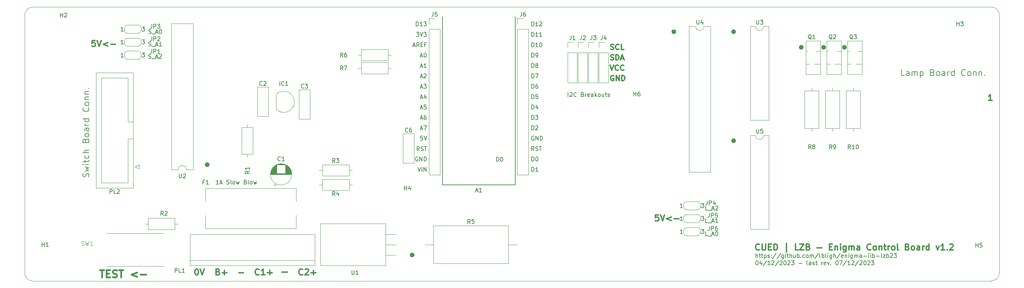
<source format=gbr>
%TF.GenerationSoftware,KiCad,Pcbnew,7.0.2-0*%
%TF.CreationDate,2024-02-08T13:43:01+00:00*%
%TF.ProjectId,cont_board,636f6e74-5f62-46f6-9172-642e6b696361,rev?*%
%TF.SameCoordinates,PX17d7840PY791ddc0*%
%TF.FileFunction,Legend,Top*%
%TF.FilePolarity,Positive*%
%FSLAX46Y46*%
G04 Gerber Fmt 4.6, Leading zero omitted, Abs format (unit mm)*
G04 Created by KiCad (PCBNEW 7.0.2-0) date 2024-02-08 13:43:01*
%MOMM*%
%LPD*%
G01*
G04 APERTURE LIST*
%ADD10C,0.575000*%
%ADD11C,0.150000*%
%ADD12C,0.400000*%
%ADD13C,0.300000*%
%ADD14C,0.360000*%
%ADD15C,0.100000*%
%ADD16C,0.120000*%
%TA.AperFunction,Profile*%
%ADD17C,0.100000*%
%TD*%
G04 APERTURE END LIST*
D10*
X189917500Y57150000D02*
G75*
G03*
X189917500Y57150000I-287500J0D01*
G01*
X94929500Y6350000D02*
G75*
G03*
X94929500Y6350000I-287500J0D01*
G01*
X158802500Y60960000D02*
G75*
G03*
X158802500Y60960000I-287500J0D01*
G01*
X200458500Y57150000D02*
G75*
G03*
X200458500Y57150000I-287500J0D01*
G01*
X195378500Y57150000D02*
G75*
G03*
X195378500Y57150000I-287500J0D01*
G01*
X173407500Y34290000D02*
G75*
G03*
X173407500Y34290000I-287500J0D01*
G01*
X173407500Y60960000D02*
G75*
G03*
X173407500Y60960000I-287500J0D01*
G01*
X44883500Y28448000D02*
G75*
G03*
X44883500Y28448000I-287500J0D01*
G01*
D11*
X123828095Y42032381D02*
X123828095Y43032381D01*
X123828095Y43032381D02*
X124066190Y43032381D01*
X124066190Y43032381D02*
X124209047Y42984762D01*
X124209047Y42984762D02*
X124304285Y42889524D01*
X124304285Y42889524D02*
X124351904Y42794286D01*
X124351904Y42794286D02*
X124399523Y42603810D01*
X124399523Y42603810D02*
X124399523Y42460953D01*
X124399523Y42460953D02*
X124351904Y42270477D01*
X124351904Y42270477D02*
X124304285Y42175239D01*
X124304285Y42175239D02*
X124209047Y42080000D01*
X124209047Y42080000D02*
X124066190Y42032381D01*
X124066190Y42032381D02*
X123828095Y42032381D01*
X125256666Y42699048D02*
X125256666Y42032381D01*
X125018571Y43080000D02*
X124780476Y42365715D01*
X124780476Y42365715D02*
X125399523Y42365715D01*
X96665904Y55018096D02*
X97142094Y55018096D01*
X96570666Y54732381D02*
X96903999Y55732381D01*
X96903999Y55732381D02*
X97237332Y54732381D01*
X97761142Y55732381D02*
X97856380Y55732381D01*
X97856380Y55732381D02*
X97951618Y55684762D01*
X97951618Y55684762D02*
X97999237Y55637143D01*
X97999237Y55637143D02*
X98046856Y55541905D01*
X98046856Y55541905D02*
X98094475Y55351429D01*
X98094475Y55351429D02*
X98094475Y55113334D01*
X98094475Y55113334D02*
X98046856Y54922858D01*
X98046856Y54922858D02*
X97999237Y54827620D01*
X97999237Y54827620D02*
X97951618Y54780000D01*
X97951618Y54780000D02*
X97856380Y54732381D01*
X97856380Y54732381D02*
X97761142Y54732381D01*
X97761142Y54732381D02*
X97665904Y54780000D01*
X97665904Y54780000D02*
X97618285Y54827620D01*
X97618285Y54827620D02*
X97570666Y54922858D01*
X97570666Y54922858D02*
X97523047Y55113334D01*
X97523047Y55113334D02*
X97523047Y55351429D01*
X97523047Y55351429D02*
X97570666Y55541905D01*
X97570666Y55541905D02*
X97618285Y55637143D01*
X97618285Y55637143D02*
X97665904Y55684762D01*
X97665904Y55684762D02*
X97761142Y55732381D01*
X95665904Y60812381D02*
X96284951Y60812381D01*
X96284951Y60812381D02*
X95951618Y60431429D01*
X95951618Y60431429D02*
X96094475Y60431429D01*
X96094475Y60431429D02*
X96189713Y60383810D01*
X96189713Y60383810D02*
X96237332Y60336191D01*
X96237332Y60336191D02*
X96284951Y60240953D01*
X96284951Y60240953D02*
X96284951Y60002858D01*
X96284951Y60002858D02*
X96237332Y59907620D01*
X96237332Y59907620D02*
X96189713Y59860000D01*
X96189713Y59860000D02*
X96094475Y59812381D01*
X96094475Y59812381D02*
X95808761Y59812381D01*
X95808761Y59812381D02*
X95713523Y59860000D01*
X95713523Y59860000D02*
X95665904Y59907620D01*
X96570666Y60812381D02*
X96903999Y59812381D01*
X96903999Y59812381D02*
X97237332Y60812381D01*
X97475428Y60812381D02*
X98094475Y60812381D01*
X98094475Y60812381D02*
X97761142Y60431429D01*
X97761142Y60431429D02*
X97903999Y60431429D01*
X97903999Y60431429D02*
X97999237Y60383810D01*
X97999237Y60383810D02*
X98046856Y60336191D01*
X98046856Y60336191D02*
X98094475Y60240953D01*
X98094475Y60240953D02*
X98094475Y60002858D01*
X98094475Y60002858D02*
X98046856Y59907620D01*
X98046856Y59907620D02*
X97999237Y59860000D01*
X97999237Y59860000D02*
X97903999Y59812381D01*
X97903999Y59812381D02*
X97618285Y59812381D01*
X97618285Y59812381D02*
X97523047Y59860000D01*
X97523047Y59860000D02*
X97475428Y59907620D01*
X123828095Y39492381D02*
X123828095Y40492381D01*
X123828095Y40492381D02*
X124066190Y40492381D01*
X124066190Y40492381D02*
X124209047Y40444762D01*
X124209047Y40444762D02*
X124304285Y40349524D01*
X124304285Y40349524D02*
X124351904Y40254286D01*
X124351904Y40254286D02*
X124399523Y40063810D01*
X124399523Y40063810D02*
X124399523Y39920953D01*
X124399523Y39920953D02*
X124351904Y39730477D01*
X124351904Y39730477D02*
X124304285Y39635239D01*
X124304285Y39635239D02*
X124209047Y39540000D01*
X124209047Y39540000D02*
X124066190Y39492381D01*
X124066190Y39492381D02*
X123828095Y39492381D01*
X124732857Y40492381D02*
X125351904Y40492381D01*
X125351904Y40492381D02*
X125018571Y40111429D01*
X125018571Y40111429D02*
X125161428Y40111429D01*
X125161428Y40111429D02*
X125256666Y40063810D01*
X125256666Y40063810D02*
X125304285Y40016191D01*
X125304285Y40016191D02*
X125351904Y39920953D01*
X125351904Y39920953D02*
X125351904Y39682858D01*
X125351904Y39682858D02*
X125304285Y39587620D01*
X125304285Y39587620D02*
X125256666Y39540000D01*
X125256666Y39540000D02*
X125161428Y39492381D01*
X125161428Y39492381D02*
X124875714Y39492381D01*
X124875714Y39492381D02*
X124780476Y39540000D01*
X124780476Y39540000D02*
X124732857Y39587620D01*
D12*
X18351428Y2655286D02*
X19380000Y2655286D01*
X18865714Y855286D02*
X18865714Y2655286D01*
X19980000Y1798143D02*
X20580000Y1798143D01*
X20837143Y855286D02*
X19980000Y855286D01*
X19980000Y855286D02*
X19980000Y2655286D01*
X19980000Y2655286D02*
X20837143Y2655286D01*
X21522857Y941000D02*
X21780000Y855286D01*
X21780000Y855286D02*
X22208571Y855286D01*
X22208571Y855286D02*
X22380000Y941000D01*
X22380000Y941000D02*
X22465714Y1026715D01*
X22465714Y1026715D02*
X22551428Y1198143D01*
X22551428Y1198143D02*
X22551428Y1369572D01*
X22551428Y1369572D02*
X22465714Y1541000D01*
X22465714Y1541000D02*
X22380000Y1626715D01*
X22380000Y1626715D02*
X22208571Y1712429D01*
X22208571Y1712429D02*
X21865714Y1798143D01*
X21865714Y1798143D02*
X21694285Y1883858D01*
X21694285Y1883858D02*
X21608571Y1969572D01*
X21608571Y1969572D02*
X21522857Y2141000D01*
X21522857Y2141000D02*
X21522857Y2312429D01*
X21522857Y2312429D02*
X21608571Y2483858D01*
X21608571Y2483858D02*
X21694285Y2569572D01*
X21694285Y2569572D02*
X21865714Y2655286D01*
X21865714Y2655286D02*
X22294285Y2655286D01*
X22294285Y2655286D02*
X22551428Y2569572D01*
X23065714Y2655286D02*
X24094286Y2655286D01*
X23580000Y855286D02*
X23580000Y2655286D01*
X27437144Y2055286D02*
X26065715Y1541000D01*
X26065715Y1541000D02*
X27437144Y1026715D01*
X28294286Y1541000D02*
X29665715Y1541000D01*
D13*
X179414285Y7692429D02*
X179342857Y7621000D01*
X179342857Y7621000D02*
X179128571Y7549572D01*
X179128571Y7549572D02*
X178985714Y7549572D01*
X178985714Y7549572D02*
X178771428Y7621000D01*
X178771428Y7621000D02*
X178628571Y7763858D01*
X178628571Y7763858D02*
X178557142Y7906715D01*
X178557142Y7906715D02*
X178485714Y8192429D01*
X178485714Y8192429D02*
X178485714Y8406715D01*
X178485714Y8406715D02*
X178557142Y8692429D01*
X178557142Y8692429D02*
X178628571Y8835286D01*
X178628571Y8835286D02*
X178771428Y8978143D01*
X178771428Y8978143D02*
X178985714Y9049572D01*
X178985714Y9049572D02*
X179128571Y9049572D01*
X179128571Y9049572D02*
X179342857Y8978143D01*
X179342857Y8978143D02*
X179414285Y8906715D01*
X180057142Y9049572D02*
X180057142Y7835286D01*
X180057142Y7835286D02*
X180128571Y7692429D01*
X180128571Y7692429D02*
X180200000Y7621000D01*
X180200000Y7621000D02*
X180342857Y7549572D01*
X180342857Y7549572D02*
X180628571Y7549572D01*
X180628571Y7549572D02*
X180771428Y7621000D01*
X180771428Y7621000D02*
X180842857Y7692429D01*
X180842857Y7692429D02*
X180914285Y7835286D01*
X180914285Y7835286D02*
X180914285Y9049572D01*
X181628571Y8335286D02*
X182128571Y8335286D01*
X182342857Y7549572D02*
X181628571Y7549572D01*
X181628571Y7549572D02*
X181628571Y9049572D01*
X181628571Y9049572D02*
X182342857Y9049572D01*
X182985714Y7549572D02*
X182985714Y9049572D01*
X182985714Y9049572D02*
X183342857Y9049572D01*
X183342857Y9049572D02*
X183557143Y8978143D01*
X183557143Y8978143D02*
X183700000Y8835286D01*
X183700000Y8835286D02*
X183771429Y8692429D01*
X183771429Y8692429D02*
X183842857Y8406715D01*
X183842857Y8406715D02*
X183842857Y8192429D01*
X183842857Y8192429D02*
X183771429Y7906715D01*
X183771429Y7906715D02*
X183700000Y7763858D01*
X183700000Y7763858D02*
X183557143Y7621000D01*
X183557143Y7621000D02*
X183342857Y7549572D01*
X183342857Y7549572D02*
X182985714Y7549572D01*
X185985714Y7049572D02*
X185985714Y9192429D01*
X188914285Y7549572D02*
X188199999Y7549572D01*
X188199999Y7549572D02*
X188199999Y9049572D01*
X189271428Y9049572D02*
X190271428Y9049572D01*
X190271428Y9049572D02*
X189271428Y7549572D01*
X189271428Y7549572D02*
X190271428Y7549572D01*
X191342856Y8335286D02*
X191557142Y8263858D01*
X191557142Y8263858D02*
X191628571Y8192429D01*
X191628571Y8192429D02*
X191699999Y8049572D01*
X191699999Y8049572D02*
X191699999Y7835286D01*
X191699999Y7835286D02*
X191628571Y7692429D01*
X191628571Y7692429D02*
X191557142Y7621000D01*
X191557142Y7621000D02*
X191414285Y7549572D01*
X191414285Y7549572D02*
X190842856Y7549572D01*
X190842856Y7549572D02*
X190842856Y9049572D01*
X190842856Y9049572D02*
X191342856Y9049572D01*
X191342856Y9049572D02*
X191485714Y8978143D01*
X191485714Y8978143D02*
X191557142Y8906715D01*
X191557142Y8906715D02*
X191628571Y8763858D01*
X191628571Y8763858D02*
X191628571Y8621000D01*
X191628571Y8621000D02*
X191557142Y8478143D01*
X191557142Y8478143D02*
X191485714Y8406715D01*
X191485714Y8406715D02*
X191342856Y8335286D01*
X191342856Y8335286D02*
X190842856Y8335286D01*
X193485713Y8121000D02*
X194628571Y8121000D01*
X196485713Y8335286D02*
X196985713Y8335286D01*
X197199999Y7549572D02*
X196485713Y7549572D01*
X196485713Y7549572D02*
X196485713Y9049572D01*
X196485713Y9049572D02*
X197199999Y9049572D01*
X197842856Y8549572D02*
X197842856Y7549572D01*
X197842856Y8406715D02*
X197914285Y8478143D01*
X197914285Y8478143D02*
X198057142Y8549572D01*
X198057142Y8549572D02*
X198271428Y8549572D01*
X198271428Y8549572D02*
X198414285Y8478143D01*
X198414285Y8478143D02*
X198485714Y8335286D01*
X198485714Y8335286D02*
X198485714Y7549572D01*
X199199999Y7549572D02*
X199199999Y8549572D01*
X199199999Y9049572D02*
X199128571Y8978143D01*
X199128571Y8978143D02*
X199199999Y8906715D01*
X199199999Y8906715D02*
X199271428Y8978143D01*
X199271428Y8978143D02*
X199199999Y9049572D01*
X199199999Y9049572D02*
X199199999Y8906715D01*
X200557143Y8549572D02*
X200557143Y7335286D01*
X200557143Y7335286D02*
X200485714Y7192429D01*
X200485714Y7192429D02*
X200414285Y7121000D01*
X200414285Y7121000D02*
X200271428Y7049572D01*
X200271428Y7049572D02*
X200057143Y7049572D01*
X200057143Y7049572D02*
X199914285Y7121000D01*
X200557143Y7621000D02*
X200414285Y7549572D01*
X200414285Y7549572D02*
X200128571Y7549572D01*
X200128571Y7549572D02*
X199985714Y7621000D01*
X199985714Y7621000D02*
X199914285Y7692429D01*
X199914285Y7692429D02*
X199842857Y7835286D01*
X199842857Y7835286D02*
X199842857Y8263858D01*
X199842857Y8263858D02*
X199914285Y8406715D01*
X199914285Y8406715D02*
X199985714Y8478143D01*
X199985714Y8478143D02*
X200128571Y8549572D01*
X200128571Y8549572D02*
X200414285Y8549572D01*
X200414285Y8549572D02*
X200557143Y8478143D01*
X201271428Y7549572D02*
X201271428Y8549572D01*
X201271428Y8406715D02*
X201342857Y8478143D01*
X201342857Y8478143D02*
X201485714Y8549572D01*
X201485714Y8549572D02*
X201700000Y8549572D01*
X201700000Y8549572D02*
X201842857Y8478143D01*
X201842857Y8478143D02*
X201914286Y8335286D01*
X201914286Y8335286D02*
X201914286Y7549572D01*
X201914286Y8335286D02*
X201985714Y8478143D01*
X201985714Y8478143D02*
X202128571Y8549572D01*
X202128571Y8549572D02*
X202342857Y8549572D01*
X202342857Y8549572D02*
X202485714Y8478143D01*
X202485714Y8478143D02*
X202557143Y8335286D01*
X202557143Y8335286D02*
X202557143Y7549572D01*
X203914286Y7549572D02*
X203914286Y8335286D01*
X203914286Y8335286D02*
X203842857Y8478143D01*
X203842857Y8478143D02*
X203700000Y8549572D01*
X203700000Y8549572D02*
X203414286Y8549572D01*
X203414286Y8549572D02*
X203271428Y8478143D01*
X203914286Y7621000D02*
X203771428Y7549572D01*
X203771428Y7549572D02*
X203414286Y7549572D01*
X203414286Y7549572D02*
X203271428Y7621000D01*
X203271428Y7621000D02*
X203200000Y7763858D01*
X203200000Y7763858D02*
X203200000Y7906715D01*
X203200000Y7906715D02*
X203271428Y8049572D01*
X203271428Y8049572D02*
X203414286Y8121000D01*
X203414286Y8121000D02*
X203771428Y8121000D01*
X203771428Y8121000D02*
X203914286Y8192429D01*
X206628571Y7692429D02*
X206557143Y7621000D01*
X206557143Y7621000D02*
X206342857Y7549572D01*
X206342857Y7549572D02*
X206200000Y7549572D01*
X206200000Y7549572D02*
X205985714Y7621000D01*
X205985714Y7621000D02*
X205842857Y7763858D01*
X205842857Y7763858D02*
X205771428Y7906715D01*
X205771428Y7906715D02*
X205700000Y8192429D01*
X205700000Y8192429D02*
X205700000Y8406715D01*
X205700000Y8406715D02*
X205771428Y8692429D01*
X205771428Y8692429D02*
X205842857Y8835286D01*
X205842857Y8835286D02*
X205985714Y8978143D01*
X205985714Y8978143D02*
X206200000Y9049572D01*
X206200000Y9049572D02*
X206342857Y9049572D01*
X206342857Y9049572D02*
X206557143Y8978143D01*
X206557143Y8978143D02*
X206628571Y8906715D01*
X207485714Y7549572D02*
X207342857Y7621000D01*
X207342857Y7621000D02*
X207271428Y7692429D01*
X207271428Y7692429D02*
X207200000Y7835286D01*
X207200000Y7835286D02*
X207200000Y8263858D01*
X207200000Y8263858D02*
X207271428Y8406715D01*
X207271428Y8406715D02*
X207342857Y8478143D01*
X207342857Y8478143D02*
X207485714Y8549572D01*
X207485714Y8549572D02*
X207700000Y8549572D01*
X207700000Y8549572D02*
X207842857Y8478143D01*
X207842857Y8478143D02*
X207914286Y8406715D01*
X207914286Y8406715D02*
X207985714Y8263858D01*
X207985714Y8263858D02*
X207985714Y7835286D01*
X207985714Y7835286D02*
X207914286Y7692429D01*
X207914286Y7692429D02*
X207842857Y7621000D01*
X207842857Y7621000D02*
X207700000Y7549572D01*
X207700000Y7549572D02*
X207485714Y7549572D01*
X208628571Y8549572D02*
X208628571Y7549572D01*
X208628571Y8406715D02*
X208700000Y8478143D01*
X208700000Y8478143D02*
X208842857Y8549572D01*
X208842857Y8549572D02*
X209057143Y8549572D01*
X209057143Y8549572D02*
X209200000Y8478143D01*
X209200000Y8478143D02*
X209271429Y8335286D01*
X209271429Y8335286D02*
X209271429Y7549572D01*
X209771429Y8549572D02*
X210342857Y8549572D01*
X209985714Y9049572D02*
X209985714Y7763858D01*
X209985714Y7763858D02*
X210057143Y7621000D01*
X210057143Y7621000D02*
X210200000Y7549572D01*
X210200000Y7549572D02*
X210342857Y7549572D01*
X210842857Y7549572D02*
X210842857Y8549572D01*
X210842857Y8263858D02*
X210914286Y8406715D01*
X210914286Y8406715D02*
X210985715Y8478143D01*
X210985715Y8478143D02*
X211128572Y8549572D01*
X211128572Y8549572D02*
X211271429Y8549572D01*
X211985714Y7549572D02*
X211842857Y7621000D01*
X211842857Y7621000D02*
X211771428Y7692429D01*
X211771428Y7692429D02*
X211700000Y7835286D01*
X211700000Y7835286D02*
X211700000Y8263858D01*
X211700000Y8263858D02*
X211771428Y8406715D01*
X211771428Y8406715D02*
X211842857Y8478143D01*
X211842857Y8478143D02*
X211985714Y8549572D01*
X211985714Y8549572D02*
X212200000Y8549572D01*
X212200000Y8549572D02*
X212342857Y8478143D01*
X212342857Y8478143D02*
X212414286Y8406715D01*
X212414286Y8406715D02*
X212485714Y8263858D01*
X212485714Y8263858D02*
X212485714Y7835286D01*
X212485714Y7835286D02*
X212414286Y7692429D01*
X212414286Y7692429D02*
X212342857Y7621000D01*
X212342857Y7621000D02*
X212200000Y7549572D01*
X212200000Y7549572D02*
X211985714Y7549572D01*
X213342857Y7549572D02*
X213200000Y7621000D01*
X213200000Y7621000D02*
X213128571Y7763858D01*
X213128571Y7763858D02*
X213128571Y9049572D01*
X215557142Y8335286D02*
X215771428Y8263858D01*
X215771428Y8263858D02*
X215842857Y8192429D01*
X215842857Y8192429D02*
X215914285Y8049572D01*
X215914285Y8049572D02*
X215914285Y7835286D01*
X215914285Y7835286D02*
X215842857Y7692429D01*
X215842857Y7692429D02*
X215771428Y7621000D01*
X215771428Y7621000D02*
X215628571Y7549572D01*
X215628571Y7549572D02*
X215057142Y7549572D01*
X215057142Y7549572D02*
X215057142Y9049572D01*
X215057142Y9049572D02*
X215557142Y9049572D01*
X215557142Y9049572D02*
X215700000Y8978143D01*
X215700000Y8978143D02*
X215771428Y8906715D01*
X215771428Y8906715D02*
X215842857Y8763858D01*
X215842857Y8763858D02*
X215842857Y8621000D01*
X215842857Y8621000D02*
X215771428Y8478143D01*
X215771428Y8478143D02*
X215700000Y8406715D01*
X215700000Y8406715D02*
X215557142Y8335286D01*
X215557142Y8335286D02*
X215057142Y8335286D01*
X216771428Y7549572D02*
X216628571Y7621000D01*
X216628571Y7621000D02*
X216557142Y7692429D01*
X216557142Y7692429D02*
X216485714Y7835286D01*
X216485714Y7835286D02*
X216485714Y8263858D01*
X216485714Y8263858D02*
X216557142Y8406715D01*
X216557142Y8406715D02*
X216628571Y8478143D01*
X216628571Y8478143D02*
X216771428Y8549572D01*
X216771428Y8549572D02*
X216985714Y8549572D01*
X216985714Y8549572D02*
X217128571Y8478143D01*
X217128571Y8478143D02*
X217200000Y8406715D01*
X217200000Y8406715D02*
X217271428Y8263858D01*
X217271428Y8263858D02*
X217271428Y7835286D01*
X217271428Y7835286D02*
X217200000Y7692429D01*
X217200000Y7692429D02*
X217128571Y7621000D01*
X217128571Y7621000D02*
X216985714Y7549572D01*
X216985714Y7549572D02*
X216771428Y7549572D01*
X218557143Y7549572D02*
X218557143Y8335286D01*
X218557143Y8335286D02*
X218485714Y8478143D01*
X218485714Y8478143D02*
X218342857Y8549572D01*
X218342857Y8549572D02*
X218057143Y8549572D01*
X218057143Y8549572D02*
X217914285Y8478143D01*
X218557143Y7621000D02*
X218414285Y7549572D01*
X218414285Y7549572D02*
X218057143Y7549572D01*
X218057143Y7549572D02*
X217914285Y7621000D01*
X217914285Y7621000D02*
X217842857Y7763858D01*
X217842857Y7763858D02*
X217842857Y7906715D01*
X217842857Y7906715D02*
X217914285Y8049572D01*
X217914285Y8049572D02*
X218057143Y8121000D01*
X218057143Y8121000D02*
X218414285Y8121000D01*
X218414285Y8121000D02*
X218557143Y8192429D01*
X219271428Y7549572D02*
X219271428Y8549572D01*
X219271428Y8263858D02*
X219342857Y8406715D01*
X219342857Y8406715D02*
X219414286Y8478143D01*
X219414286Y8478143D02*
X219557143Y8549572D01*
X219557143Y8549572D02*
X219700000Y8549572D01*
X220842857Y7549572D02*
X220842857Y9049572D01*
X220842857Y7621000D02*
X220699999Y7549572D01*
X220699999Y7549572D02*
X220414285Y7549572D01*
X220414285Y7549572D02*
X220271428Y7621000D01*
X220271428Y7621000D02*
X220199999Y7692429D01*
X220199999Y7692429D02*
X220128571Y7835286D01*
X220128571Y7835286D02*
X220128571Y8263858D01*
X220128571Y8263858D02*
X220199999Y8406715D01*
X220199999Y8406715D02*
X220271428Y8478143D01*
X220271428Y8478143D02*
X220414285Y8549572D01*
X220414285Y8549572D02*
X220699999Y8549572D01*
X220699999Y8549572D02*
X220842857Y8478143D01*
X222557142Y8549572D02*
X222914285Y7549572D01*
X222914285Y7549572D02*
X223271428Y8549572D01*
X224628571Y7549572D02*
X223771428Y7549572D01*
X224199999Y7549572D02*
X224199999Y9049572D01*
X224199999Y9049572D02*
X224057142Y8835286D01*
X224057142Y8835286D02*
X223914285Y8692429D01*
X223914285Y8692429D02*
X223771428Y8621000D01*
X225271427Y7692429D02*
X225342856Y7621000D01*
X225342856Y7621000D02*
X225271427Y7549572D01*
X225271427Y7549572D02*
X225199999Y7621000D01*
X225199999Y7621000D02*
X225271427Y7692429D01*
X225271427Y7692429D02*
X225271427Y7549572D01*
X225914285Y8906715D02*
X225985713Y8978143D01*
X225985713Y8978143D02*
X226128571Y9049572D01*
X226128571Y9049572D02*
X226485713Y9049572D01*
X226485713Y9049572D02*
X226628571Y8978143D01*
X226628571Y8978143D02*
X226699999Y8906715D01*
X226699999Y8906715D02*
X226771428Y8763858D01*
X226771428Y8763858D02*
X226771428Y8621000D01*
X226771428Y8621000D02*
X226699999Y8406715D01*
X226699999Y8406715D02*
X225842856Y7549572D01*
X225842856Y7549572D02*
X226771428Y7549572D01*
D11*
X96665904Y39778096D02*
X97142094Y39778096D01*
X96570666Y39492381D02*
X96903999Y40492381D01*
X96903999Y40492381D02*
X97237332Y39492381D01*
X97999237Y40492381D02*
X97808761Y40492381D01*
X97808761Y40492381D02*
X97713523Y40444762D01*
X97713523Y40444762D02*
X97665904Y40397143D01*
X97665904Y40397143D02*
X97570666Y40254286D01*
X97570666Y40254286D02*
X97523047Y40063810D01*
X97523047Y40063810D02*
X97523047Y39682858D01*
X97523047Y39682858D02*
X97570666Y39587620D01*
X97570666Y39587620D02*
X97618285Y39540000D01*
X97618285Y39540000D02*
X97713523Y39492381D01*
X97713523Y39492381D02*
X97903999Y39492381D01*
X97903999Y39492381D02*
X97999237Y39540000D01*
X97999237Y39540000D02*
X98046856Y39587620D01*
X98046856Y39587620D02*
X98094475Y39682858D01*
X98094475Y39682858D02*
X98094475Y39920953D01*
X98094475Y39920953D02*
X98046856Y40016191D01*
X98046856Y40016191D02*
X97999237Y40063810D01*
X97999237Y40063810D02*
X97903999Y40111429D01*
X97903999Y40111429D02*
X97713523Y40111429D01*
X97713523Y40111429D02*
X97618285Y40063810D01*
X97618285Y40063810D02*
X97570666Y40016191D01*
X97570666Y40016191D02*
X97523047Y39920953D01*
X94856380Y57558096D02*
X95332570Y57558096D01*
X94761142Y57272381D02*
X95094475Y58272381D01*
X95094475Y58272381D02*
X95427808Y57272381D01*
X96332570Y57272381D02*
X95999237Y57748572D01*
X95761142Y57272381D02*
X95761142Y58272381D01*
X95761142Y58272381D02*
X96142094Y58272381D01*
X96142094Y58272381D02*
X96237332Y58224762D01*
X96237332Y58224762D02*
X96284951Y58177143D01*
X96284951Y58177143D02*
X96332570Y58081905D01*
X96332570Y58081905D02*
X96332570Y57939048D01*
X96332570Y57939048D02*
X96284951Y57843810D01*
X96284951Y57843810D02*
X96237332Y57796191D01*
X96237332Y57796191D02*
X96142094Y57748572D01*
X96142094Y57748572D02*
X95761142Y57748572D01*
X96761142Y57796191D02*
X97094475Y57796191D01*
X97237332Y57272381D02*
X96761142Y57272381D01*
X96761142Y57272381D02*
X96761142Y58272381D01*
X96761142Y58272381D02*
X97237332Y58272381D01*
X97999237Y57796191D02*
X97665904Y57796191D01*
X97665904Y57272381D02*
X97665904Y58272381D01*
X97665904Y58272381D02*
X98142094Y58272381D01*
D13*
X142953809Y52814096D02*
X143387142Y51514096D01*
X143387142Y51514096D02*
X143820476Y52814096D01*
X144996666Y51637905D02*
X144934762Y51576000D01*
X144934762Y51576000D02*
X144749047Y51514096D01*
X144749047Y51514096D02*
X144625238Y51514096D01*
X144625238Y51514096D02*
X144439524Y51576000D01*
X144439524Y51576000D02*
X144315714Y51699810D01*
X144315714Y51699810D02*
X144253809Y51823620D01*
X144253809Y51823620D02*
X144191905Y52071239D01*
X144191905Y52071239D02*
X144191905Y52256953D01*
X144191905Y52256953D02*
X144253809Y52504572D01*
X144253809Y52504572D02*
X144315714Y52628381D01*
X144315714Y52628381D02*
X144439524Y52752191D01*
X144439524Y52752191D02*
X144625238Y52814096D01*
X144625238Y52814096D02*
X144749047Y52814096D01*
X144749047Y52814096D02*
X144934762Y52752191D01*
X144934762Y52752191D02*
X144996666Y52690286D01*
X146296666Y51637905D02*
X146234762Y51576000D01*
X146234762Y51576000D02*
X146049047Y51514096D01*
X146049047Y51514096D02*
X145925238Y51514096D01*
X145925238Y51514096D02*
X145739524Y51576000D01*
X145739524Y51576000D02*
X145615714Y51699810D01*
X145615714Y51699810D02*
X145553809Y51823620D01*
X145553809Y51823620D02*
X145491905Y52071239D01*
X145491905Y52071239D02*
X145491905Y52256953D01*
X145491905Y52256953D02*
X145553809Y52504572D01*
X145553809Y52504572D02*
X145615714Y52628381D01*
X145615714Y52628381D02*
X145739524Y52752191D01*
X145739524Y52752191D02*
X145925238Y52814096D01*
X145925238Y52814096D02*
X146049047Y52814096D01*
X146049047Y52814096D02*
X146234762Y52752191D01*
X146234762Y52752191D02*
X146296666Y52690286D01*
D11*
X96380189Y31872381D02*
X96046856Y32348572D01*
X95808761Y31872381D02*
X95808761Y32872381D01*
X95808761Y32872381D02*
X96189713Y32872381D01*
X96189713Y32872381D02*
X96284951Y32824762D01*
X96284951Y32824762D02*
X96332570Y32777143D01*
X96332570Y32777143D02*
X96380189Y32681905D01*
X96380189Y32681905D02*
X96380189Y32539048D01*
X96380189Y32539048D02*
X96332570Y32443810D01*
X96332570Y32443810D02*
X96284951Y32396191D01*
X96284951Y32396191D02*
X96189713Y32348572D01*
X96189713Y32348572D02*
X95808761Y32348572D01*
X96761142Y31920000D02*
X96903999Y31872381D01*
X96903999Y31872381D02*
X97142094Y31872381D01*
X97142094Y31872381D02*
X97237332Y31920000D01*
X97237332Y31920000D02*
X97284951Y31967620D01*
X97284951Y31967620D02*
X97332570Y32062858D01*
X97332570Y32062858D02*
X97332570Y32158096D01*
X97332570Y32158096D02*
X97284951Y32253334D01*
X97284951Y32253334D02*
X97237332Y32300953D01*
X97237332Y32300953D02*
X97142094Y32348572D01*
X97142094Y32348572D02*
X96951618Y32396191D01*
X96951618Y32396191D02*
X96856380Y32443810D01*
X96856380Y32443810D02*
X96808761Y32491429D01*
X96808761Y32491429D02*
X96761142Y32586667D01*
X96761142Y32586667D02*
X96761142Y32681905D01*
X96761142Y32681905D02*
X96808761Y32777143D01*
X96808761Y32777143D02*
X96856380Y32824762D01*
X96856380Y32824762D02*
X96951618Y32872381D01*
X96951618Y32872381D02*
X97189713Y32872381D01*
X97189713Y32872381D02*
X97332570Y32824762D01*
X97618285Y32872381D02*
X98189713Y32872381D01*
X97903999Y31872381D02*
X97903999Y32872381D01*
X123828095Y26792381D02*
X123828095Y27792381D01*
X123828095Y27792381D02*
X124066190Y27792381D01*
X124066190Y27792381D02*
X124209047Y27744762D01*
X124209047Y27744762D02*
X124304285Y27649524D01*
X124304285Y27649524D02*
X124351904Y27554286D01*
X124351904Y27554286D02*
X124399523Y27363810D01*
X124399523Y27363810D02*
X124399523Y27220953D01*
X124399523Y27220953D02*
X124351904Y27030477D01*
X124351904Y27030477D02*
X124304285Y26935239D01*
X124304285Y26935239D02*
X124209047Y26840000D01*
X124209047Y26840000D02*
X124066190Y26792381D01*
X124066190Y26792381D02*
X123828095Y26792381D01*
X125351904Y26792381D02*
X124780476Y26792381D01*
X125066190Y26792381D02*
X125066190Y27792381D01*
X125066190Y27792381D02*
X124970952Y27649524D01*
X124970952Y27649524D02*
X124875714Y27554286D01*
X124875714Y27554286D02*
X124780476Y27506667D01*
X123828095Y52192381D02*
X123828095Y53192381D01*
X123828095Y53192381D02*
X124066190Y53192381D01*
X124066190Y53192381D02*
X124209047Y53144762D01*
X124209047Y53144762D02*
X124304285Y53049524D01*
X124304285Y53049524D02*
X124351904Y52954286D01*
X124351904Y52954286D02*
X124399523Y52763810D01*
X124399523Y52763810D02*
X124399523Y52620953D01*
X124399523Y52620953D02*
X124351904Y52430477D01*
X124351904Y52430477D02*
X124304285Y52335239D01*
X124304285Y52335239D02*
X124209047Y52240000D01*
X124209047Y52240000D02*
X124066190Y52192381D01*
X124066190Y52192381D02*
X123828095Y52192381D01*
X124970952Y52763810D02*
X124875714Y52811429D01*
X124875714Y52811429D02*
X124828095Y52859048D01*
X124828095Y52859048D02*
X124780476Y52954286D01*
X124780476Y52954286D02*
X124780476Y53001905D01*
X124780476Y53001905D02*
X124828095Y53097143D01*
X124828095Y53097143D02*
X124875714Y53144762D01*
X124875714Y53144762D02*
X124970952Y53192381D01*
X124970952Y53192381D02*
X125161428Y53192381D01*
X125161428Y53192381D02*
X125256666Y53144762D01*
X125256666Y53144762D02*
X125304285Y53097143D01*
X125304285Y53097143D02*
X125351904Y53001905D01*
X125351904Y53001905D02*
X125351904Y52954286D01*
X125351904Y52954286D02*
X125304285Y52859048D01*
X125304285Y52859048D02*
X125256666Y52811429D01*
X125256666Y52811429D02*
X125161428Y52763810D01*
X125161428Y52763810D02*
X124970952Y52763810D01*
X124970952Y52763810D02*
X124875714Y52716191D01*
X124875714Y52716191D02*
X124828095Y52668572D01*
X124828095Y52668572D02*
X124780476Y52573334D01*
X124780476Y52573334D02*
X124780476Y52382858D01*
X124780476Y52382858D02*
X124828095Y52287620D01*
X124828095Y52287620D02*
X124875714Y52240000D01*
X124875714Y52240000D02*
X124970952Y52192381D01*
X124970952Y52192381D02*
X125161428Y52192381D01*
X125161428Y52192381D02*
X125256666Y52240000D01*
X125256666Y52240000D02*
X125304285Y52287620D01*
X125304285Y52287620D02*
X125351904Y52382858D01*
X125351904Y52382858D02*
X125351904Y52573334D01*
X125351904Y52573334D02*
X125304285Y52668572D01*
X125304285Y52668572D02*
X125256666Y52716191D01*
X125256666Y52716191D02*
X125161428Y52763810D01*
X123828095Y29332381D02*
X123828095Y30332381D01*
X123828095Y30332381D02*
X124066190Y30332381D01*
X124066190Y30332381D02*
X124209047Y30284762D01*
X124209047Y30284762D02*
X124304285Y30189524D01*
X124304285Y30189524D02*
X124351904Y30094286D01*
X124351904Y30094286D02*
X124399523Y29903810D01*
X124399523Y29903810D02*
X124399523Y29760953D01*
X124399523Y29760953D02*
X124351904Y29570477D01*
X124351904Y29570477D02*
X124304285Y29475239D01*
X124304285Y29475239D02*
X124209047Y29380000D01*
X124209047Y29380000D02*
X124066190Y29332381D01*
X124066190Y29332381D02*
X123828095Y29332381D01*
X125018571Y30332381D02*
X125113809Y30332381D01*
X125113809Y30332381D02*
X125209047Y30284762D01*
X125209047Y30284762D02*
X125256666Y30237143D01*
X125256666Y30237143D02*
X125304285Y30141905D01*
X125304285Y30141905D02*
X125351904Y29951429D01*
X125351904Y29951429D02*
X125351904Y29713334D01*
X125351904Y29713334D02*
X125304285Y29522858D01*
X125304285Y29522858D02*
X125256666Y29427620D01*
X125256666Y29427620D02*
X125209047Y29380000D01*
X125209047Y29380000D02*
X125113809Y29332381D01*
X125113809Y29332381D02*
X125018571Y29332381D01*
X125018571Y29332381D02*
X124923333Y29380000D01*
X124923333Y29380000D02*
X124875714Y29427620D01*
X124875714Y29427620D02*
X124828095Y29522858D01*
X124828095Y29522858D02*
X124780476Y29713334D01*
X124780476Y29713334D02*
X124780476Y29951429D01*
X124780476Y29951429D02*
X124828095Y30141905D01*
X124828095Y30141905D02*
X124875714Y30237143D01*
X124875714Y30237143D02*
X124923333Y30284762D01*
X124923333Y30284762D02*
X125018571Y30332381D01*
X96665904Y52478096D02*
X97142094Y52478096D01*
X96570666Y52192381D02*
X96903999Y53192381D01*
X96903999Y53192381D02*
X97237332Y52192381D01*
X98094475Y52192381D02*
X97523047Y52192381D01*
X97808761Y52192381D02*
X97808761Y53192381D01*
X97808761Y53192381D02*
X97713523Y53049524D01*
X97713523Y53049524D02*
X97618285Y52954286D01*
X97618285Y52954286D02*
X97523047Y52906667D01*
D13*
X17219428Y58833572D02*
X16505142Y58833572D01*
X16505142Y58833572D02*
X16433714Y58119286D01*
X16433714Y58119286D02*
X16505142Y58190715D01*
X16505142Y58190715D02*
X16648000Y58262143D01*
X16648000Y58262143D02*
X17005142Y58262143D01*
X17005142Y58262143D02*
X17148000Y58190715D01*
X17148000Y58190715D02*
X17219428Y58119286D01*
X17219428Y58119286D02*
X17290857Y57976429D01*
X17290857Y57976429D02*
X17290857Y57619286D01*
X17290857Y57619286D02*
X17219428Y57476429D01*
X17219428Y57476429D02*
X17148000Y57405000D01*
X17148000Y57405000D02*
X17005142Y57333572D01*
X17005142Y57333572D02*
X16648000Y57333572D01*
X16648000Y57333572D02*
X16505142Y57405000D01*
X16505142Y57405000D02*
X16433714Y57476429D01*
X17719428Y58833572D02*
X18219428Y57333572D01*
X18219428Y57333572D02*
X18719428Y58833572D01*
X20362285Y58333572D02*
X19219427Y57905000D01*
X19219427Y57905000D02*
X20362285Y57476429D01*
X21076570Y57905000D02*
X22219428Y57905000D01*
D11*
X95999237Y30284762D02*
X95903999Y30332381D01*
X95903999Y30332381D02*
X95761142Y30332381D01*
X95761142Y30332381D02*
X95618285Y30284762D01*
X95618285Y30284762D02*
X95523047Y30189524D01*
X95523047Y30189524D02*
X95475428Y30094286D01*
X95475428Y30094286D02*
X95427809Y29903810D01*
X95427809Y29903810D02*
X95427809Y29760953D01*
X95427809Y29760953D02*
X95475428Y29570477D01*
X95475428Y29570477D02*
X95523047Y29475239D01*
X95523047Y29475239D02*
X95618285Y29380000D01*
X95618285Y29380000D02*
X95761142Y29332381D01*
X95761142Y29332381D02*
X95856380Y29332381D01*
X95856380Y29332381D02*
X95999237Y29380000D01*
X95999237Y29380000D02*
X96046856Y29427620D01*
X96046856Y29427620D02*
X96046856Y29760953D01*
X96046856Y29760953D02*
X95856380Y29760953D01*
X96475428Y29332381D02*
X96475428Y30332381D01*
X96475428Y30332381D02*
X97046856Y29332381D01*
X97046856Y29332381D02*
X97046856Y30332381D01*
X97523047Y29332381D02*
X97523047Y30332381D01*
X97523047Y30332381D02*
X97761142Y30332381D01*
X97761142Y30332381D02*
X97903999Y30284762D01*
X97903999Y30284762D02*
X97999237Y30189524D01*
X97999237Y30189524D02*
X98046856Y30094286D01*
X98046856Y30094286D02*
X98094475Y29903810D01*
X98094475Y29903810D02*
X98094475Y29760953D01*
X98094475Y29760953D02*
X98046856Y29570477D01*
X98046856Y29570477D02*
X97999237Y29475239D01*
X97999237Y29475239D02*
X97903999Y29380000D01*
X97903999Y29380000D02*
X97761142Y29332381D01*
X97761142Y29332381D02*
X97523047Y29332381D01*
X96665904Y44858096D02*
X97142094Y44858096D01*
X96570666Y44572381D02*
X96903999Y45572381D01*
X96903999Y45572381D02*
X97237332Y44572381D01*
X97999237Y45239048D02*
X97999237Y44572381D01*
X97761142Y45620000D02*
X97523047Y44905715D01*
X97523047Y44905715D02*
X98142094Y44905715D01*
X178755571Y4932381D02*
X178850809Y4932381D01*
X178850809Y4932381D02*
X178946047Y4884762D01*
X178946047Y4884762D02*
X178993666Y4837143D01*
X178993666Y4837143D02*
X179041285Y4741905D01*
X179041285Y4741905D02*
X179088904Y4551429D01*
X179088904Y4551429D02*
X179088904Y4313334D01*
X179088904Y4313334D02*
X179041285Y4122858D01*
X179041285Y4122858D02*
X178993666Y4027620D01*
X178993666Y4027620D02*
X178946047Y3980000D01*
X178946047Y3980000D02*
X178850809Y3932381D01*
X178850809Y3932381D02*
X178755571Y3932381D01*
X178755571Y3932381D02*
X178660333Y3980000D01*
X178660333Y3980000D02*
X178612714Y4027620D01*
X178612714Y4027620D02*
X178565095Y4122858D01*
X178565095Y4122858D02*
X178517476Y4313334D01*
X178517476Y4313334D02*
X178517476Y4551429D01*
X178517476Y4551429D02*
X178565095Y4741905D01*
X178565095Y4741905D02*
X178612714Y4837143D01*
X178612714Y4837143D02*
X178660333Y4884762D01*
X178660333Y4884762D02*
X178755571Y4932381D01*
X179946047Y4599048D02*
X179946047Y3932381D01*
X179707952Y4980000D02*
X179469857Y4265715D01*
X179469857Y4265715D02*
X180088904Y4265715D01*
X181184142Y4980000D02*
X180327000Y3694286D01*
X182041285Y3932381D02*
X181469857Y3932381D01*
X181755571Y3932381D02*
X181755571Y4932381D01*
X181755571Y4932381D02*
X181660333Y4789524D01*
X181660333Y4789524D02*
X181565095Y4694286D01*
X181565095Y4694286D02*
X181469857Y4646667D01*
X182422238Y4837143D02*
X182469857Y4884762D01*
X182469857Y4884762D02*
X182565095Y4932381D01*
X182565095Y4932381D02*
X182803190Y4932381D01*
X182803190Y4932381D02*
X182898428Y4884762D01*
X182898428Y4884762D02*
X182946047Y4837143D01*
X182946047Y4837143D02*
X182993666Y4741905D01*
X182993666Y4741905D02*
X182993666Y4646667D01*
X182993666Y4646667D02*
X182946047Y4503810D01*
X182946047Y4503810D02*
X182374619Y3932381D01*
X182374619Y3932381D02*
X182993666Y3932381D01*
X184136523Y4980000D02*
X183279381Y3694286D01*
X184422238Y4837143D02*
X184469857Y4884762D01*
X184469857Y4884762D02*
X184565095Y4932381D01*
X184565095Y4932381D02*
X184803190Y4932381D01*
X184803190Y4932381D02*
X184898428Y4884762D01*
X184898428Y4884762D02*
X184946047Y4837143D01*
X184946047Y4837143D02*
X184993666Y4741905D01*
X184993666Y4741905D02*
X184993666Y4646667D01*
X184993666Y4646667D02*
X184946047Y4503810D01*
X184946047Y4503810D02*
X184374619Y3932381D01*
X184374619Y3932381D02*
X184993666Y3932381D01*
X185612714Y4932381D02*
X185707952Y4932381D01*
X185707952Y4932381D02*
X185803190Y4884762D01*
X185803190Y4884762D02*
X185850809Y4837143D01*
X185850809Y4837143D02*
X185898428Y4741905D01*
X185898428Y4741905D02*
X185946047Y4551429D01*
X185946047Y4551429D02*
X185946047Y4313334D01*
X185946047Y4313334D02*
X185898428Y4122858D01*
X185898428Y4122858D02*
X185850809Y4027620D01*
X185850809Y4027620D02*
X185803190Y3980000D01*
X185803190Y3980000D02*
X185707952Y3932381D01*
X185707952Y3932381D02*
X185612714Y3932381D01*
X185612714Y3932381D02*
X185517476Y3980000D01*
X185517476Y3980000D02*
X185469857Y4027620D01*
X185469857Y4027620D02*
X185422238Y4122858D01*
X185422238Y4122858D02*
X185374619Y4313334D01*
X185374619Y4313334D02*
X185374619Y4551429D01*
X185374619Y4551429D02*
X185422238Y4741905D01*
X185422238Y4741905D02*
X185469857Y4837143D01*
X185469857Y4837143D02*
X185517476Y4884762D01*
X185517476Y4884762D02*
X185612714Y4932381D01*
X186327000Y4837143D02*
X186374619Y4884762D01*
X186374619Y4884762D02*
X186469857Y4932381D01*
X186469857Y4932381D02*
X186707952Y4932381D01*
X186707952Y4932381D02*
X186803190Y4884762D01*
X186803190Y4884762D02*
X186850809Y4837143D01*
X186850809Y4837143D02*
X186898428Y4741905D01*
X186898428Y4741905D02*
X186898428Y4646667D01*
X186898428Y4646667D02*
X186850809Y4503810D01*
X186850809Y4503810D02*
X186279381Y3932381D01*
X186279381Y3932381D02*
X186898428Y3932381D01*
X187231762Y4932381D02*
X187850809Y4932381D01*
X187850809Y4932381D02*
X187517476Y4551429D01*
X187517476Y4551429D02*
X187660333Y4551429D01*
X187660333Y4551429D02*
X187755571Y4503810D01*
X187755571Y4503810D02*
X187803190Y4456191D01*
X187803190Y4456191D02*
X187850809Y4360953D01*
X187850809Y4360953D02*
X187850809Y4122858D01*
X187850809Y4122858D02*
X187803190Y4027620D01*
X187803190Y4027620D02*
X187755571Y3980000D01*
X187755571Y3980000D02*
X187660333Y3932381D01*
X187660333Y3932381D02*
X187374619Y3932381D01*
X187374619Y3932381D02*
X187279381Y3980000D01*
X187279381Y3980000D02*
X187231762Y4027620D01*
X189041286Y4313334D02*
X189803191Y4313334D01*
X191184143Y3932381D02*
X191088905Y3980000D01*
X191088905Y3980000D02*
X191041286Y4075239D01*
X191041286Y4075239D02*
X191041286Y4932381D01*
X191993667Y3932381D02*
X191993667Y4456191D01*
X191993667Y4456191D02*
X191946048Y4551429D01*
X191946048Y4551429D02*
X191850810Y4599048D01*
X191850810Y4599048D02*
X191660334Y4599048D01*
X191660334Y4599048D02*
X191565096Y4551429D01*
X191993667Y3980000D02*
X191898429Y3932381D01*
X191898429Y3932381D02*
X191660334Y3932381D01*
X191660334Y3932381D02*
X191565096Y3980000D01*
X191565096Y3980000D02*
X191517477Y4075239D01*
X191517477Y4075239D02*
X191517477Y4170477D01*
X191517477Y4170477D02*
X191565096Y4265715D01*
X191565096Y4265715D02*
X191660334Y4313334D01*
X191660334Y4313334D02*
X191898429Y4313334D01*
X191898429Y4313334D02*
X191993667Y4360953D01*
X192422239Y3980000D02*
X192517477Y3932381D01*
X192517477Y3932381D02*
X192707953Y3932381D01*
X192707953Y3932381D02*
X192803191Y3980000D01*
X192803191Y3980000D02*
X192850810Y4075239D01*
X192850810Y4075239D02*
X192850810Y4122858D01*
X192850810Y4122858D02*
X192803191Y4218096D01*
X192803191Y4218096D02*
X192707953Y4265715D01*
X192707953Y4265715D02*
X192565096Y4265715D01*
X192565096Y4265715D02*
X192469858Y4313334D01*
X192469858Y4313334D02*
X192422239Y4408572D01*
X192422239Y4408572D02*
X192422239Y4456191D01*
X192422239Y4456191D02*
X192469858Y4551429D01*
X192469858Y4551429D02*
X192565096Y4599048D01*
X192565096Y4599048D02*
X192707953Y4599048D01*
X192707953Y4599048D02*
X192803191Y4551429D01*
X193136525Y4599048D02*
X193517477Y4599048D01*
X193279382Y4932381D02*
X193279382Y4075239D01*
X193279382Y4075239D02*
X193327001Y3980000D01*
X193327001Y3980000D02*
X193422239Y3932381D01*
X193422239Y3932381D02*
X193517477Y3932381D01*
X194612716Y3932381D02*
X194612716Y4599048D01*
X194612716Y4408572D02*
X194660335Y4503810D01*
X194660335Y4503810D02*
X194707954Y4551429D01*
X194707954Y4551429D02*
X194803192Y4599048D01*
X194803192Y4599048D02*
X194898430Y4599048D01*
X195612716Y3980000D02*
X195517478Y3932381D01*
X195517478Y3932381D02*
X195327002Y3932381D01*
X195327002Y3932381D02*
X195231764Y3980000D01*
X195231764Y3980000D02*
X195184145Y4075239D01*
X195184145Y4075239D02*
X195184145Y4456191D01*
X195184145Y4456191D02*
X195231764Y4551429D01*
X195231764Y4551429D02*
X195327002Y4599048D01*
X195327002Y4599048D02*
X195517478Y4599048D01*
X195517478Y4599048D02*
X195612716Y4551429D01*
X195612716Y4551429D02*
X195660335Y4456191D01*
X195660335Y4456191D02*
X195660335Y4360953D01*
X195660335Y4360953D02*
X195184145Y4265715D01*
X195993669Y4599048D02*
X196231764Y3932381D01*
X196231764Y3932381D02*
X196469859Y4599048D01*
X196850812Y4027620D02*
X196898431Y3980000D01*
X196898431Y3980000D02*
X196850812Y3932381D01*
X196850812Y3932381D02*
X196803193Y3980000D01*
X196803193Y3980000D02*
X196850812Y4027620D01*
X196850812Y4027620D02*
X196850812Y3932381D01*
X198279383Y4932381D02*
X198374621Y4932381D01*
X198374621Y4932381D02*
X198469859Y4884762D01*
X198469859Y4884762D02*
X198517478Y4837143D01*
X198517478Y4837143D02*
X198565097Y4741905D01*
X198565097Y4741905D02*
X198612716Y4551429D01*
X198612716Y4551429D02*
X198612716Y4313334D01*
X198612716Y4313334D02*
X198565097Y4122858D01*
X198565097Y4122858D02*
X198517478Y4027620D01*
X198517478Y4027620D02*
X198469859Y3980000D01*
X198469859Y3980000D02*
X198374621Y3932381D01*
X198374621Y3932381D02*
X198279383Y3932381D01*
X198279383Y3932381D02*
X198184145Y3980000D01*
X198184145Y3980000D02*
X198136526Y4027620D01*
X198136526Y4027620D02*
X198088907Y4122858D01*
X198088907Y4122858D02*
X198041288Y4313334D01*
X198041288Y4313334D02*
X198041288Y4551429D01*
X198041288Y4551429D02*
X198088907Y4741905D01*
X198088907Y4741905D02*
X198136526Y4837143D01*
X198136526Y4837143D02*
X198184145Y4884762D01*
X198184145Y4884762D02*
X198279383Y4932381D01*
X198946050Y4932381D02*
X199612716Y4932381D01*
X199612716Y4932381D02*
X199184145Y3932381D01*
X200707954Y4980000D02*
X199850812Y3694286D01*
X201565097Y3932381D02*
X200993669Y3932381D01*
X201279383Y3932381D02*
X201279383Y4932381D01*
X201279383Y4932381D02*
X201184145Y4789524D01*
X201184145Y4789524D02*
X201088907Y4694286D01*
X201088907Y4694286D02*
X200993669Y4646667D01*
X201946050Y4837143D02*
X201993669Y4884762D01*
X201993669Y4884762D02*
X202088907Y4932381D01*
X202088907Y4932381D02*
X202327002Y4932381D01*
X202327002Y4932381D02*
X202422240Y4884762D01*
X202422240Y4884762D02*
X202469859Y4837143D01*
X202469859Y4837143D02*
X202517478Y4741905D01*
X202517478Y4741905D02*
X202517478Y4646667D01*
X202517478Y4646667D02*
X202469859Y4503810D01*
X202469859Y4503810D02*
X201898431Y3932381D01*
X201898431Y3932381D02*
X202517478Y3932381D01*
X203660335Y4980000D02*
X202803193Y3694286D01*
X203946050Y4837143D02*
X203993669Y4884762D01*
X203993669Y4884762D02*
X204088907Y4932381D01*
X204088907Y4932381D02*
X204327002Y4932381D01*
X204327002Y4932381D02*
X204422240Y4884762D01*
X204422240Y4884762D02*
X204469859Y4837143D01*
X204469859Y4837143D02*
X204517478Y4741905D01*
X204517478Y4741905D02*
X204517478Y4646667D01*
X204517478Y4646667D02*
X204469859Y4503810D01*
X204469859Y4503810D02*
X203898431Y3932381D01*
X203898431Y3932381D02*
X204517478Y3932381D01*
X205136526Y4932381D02*
X205231764Y4932381D01*
X205231764Y4932381D02*
X205327002Y4884762D01*
X205327002Y4884762D02*
X205374621Y4837143D01*
X205374621Y4837143D02*
X205422240Y4741905D01*
X205422240Y4741905D02*
X205469859Y4551429D01*
X205469859Y4551429D02*
X205469859Y4313334D01*
X205469859Y4313334D02*
X205422240Y4122858D01*
X205422240Y4122858D02*
X205374621Y4027620D01*
X205374621Y4027620D02*
X205327002Y3980000D01*
X205327002Y3980000D02*
X205231764Y3932381D01*
X205231764Y3932381D02*
X205136526Y3932381D01*
X205136526Y3932381D02*
X205041288Y3980000D01*
X205041288Y3980000D02*
X204993669Y4027620D01*
X204993669Y4027620D02*
X204946050Y4122858D01*
X204946050Y4122858D02*
X204898431Y4313334D01*
X204898431Y4313334D02*
X204898431Y4551429D01*
X204898431Y4551429D02*
X204946050Y4741905D01*
X204946050Y4741905D02*
X204993669Y4837143D01*
X204993669Y4837143D02*
X205041288Y4884762D01*
X205041288Y4884762D02*
X205136526Y4932381D01*
X205850812Y4837143D02*
X205898431Y4884762D01*
X205898431Y4884762D02*
X205993669Y4932381D01*
X205993669Y4932381D02*
X206231764Y4932381D01*
X206231764Y4932381D02*
X206327002Y4884762D01*
X206327002Y4884762D02*
X206374621Y4837143D01*
X206374621Y4837143D02*
X206422240Y4741905D01*
X206422240Y4741905D02*
X206422240Y4646667D01*
X206422240Y4646667D02*
X206374621Y4503810D01*
X206374621Y4503810D02*
X205803193Y3932381D01*
X205803193Y3932381D02*
X206422240Y3932381D01*
X206755574Y4932381D02*
X207374621Y4932381D01*
X207374621Y4932381D02*
X207041288Y4551429D01*
X207041288Y4551429D02*
X207184145Y4551429D01*
X207184145Y4551429D02*
X207279383Y4503810D01*
X207279383Y4503810D02*
X207327002Y4456191D01*
X207327002Y4456191D02*
X207374621Y4360953D01*
X207374621Y4360953D02*
X207374621Y4122858D01*
X207374621Y4122858D02*
X207327002Y4027620D01*
X207327002Y4027620D02*
X207279383Y3980000D01*
X207279383Y3980000D02*
X207184145Y3932381D01*
X207184145Y3932381D02*
X206898431Y3932381D01*
X206898431Y3932381D02*
X206803193Y3980000D01*
X206803193Y3980000D02*
X206755574Y4027620D01*
X97189713Y35412381D02*
X96713523Y35412381D01*
X96713523Y35412381D02*
X96665904Y34936191D01*
X96665904Y34936191D02*
X96713523Y34983810D01*
X96713523Y34983810D02*
X96808761Y35031429D01*
X96808761Y35031429D02*
X97046856Y35031429D01*
X97046856Y35031429D02*
X97142094Y34983810D01*
X97142094Y34983810D02*
X97189713Y34936191D01*
X97189713Y34936191D02*
X97237332Y34840953D01*
X97237332Y34840953D02*
X97237332Y34602858D01*
X97237332Y34602858D02*
X97189713Y34507620D01*
X97189713Y34507620D02*
X97142094Y34460000D01*
X97142094Y34460000D02*
X97046856Y34412381D01*
X97046856Y34412381D02*
X96808761Y34412381D01*
X96808761Y34412381D02*
X96713523Y34460000D01*
X96713523Y34460000D02*
X96665904Y34507620D01*
X97523047Y35412381D02*
X97856380Y34412381D01*
X97856380Y34412381D02*
X98189713Y35412381D01*
X124399523Y31872381D02*
X124066190Y32348572D01*
X123828095Y31872381D02*
X123828095Y32872381D01*
X123828095Y32872381D02*
X124209047Y32872381D01*
X124209047Y32872381D02*
X124304285Y32824762D01*
X124304285Y32824762D02*
X124351904Y32777143D01*
X124351904Y32777143D02*
X124399523Y32681905D01*
X124399523Y32681905D02*
X124399523Y32539048D01*
X124399523Y32539048D02*
X124351904Y32443810D01*
X124351904Y32443810D02*
X124304285Y32396191D01*
X124304285Y32396191D02*
X124209047Y32348572D01*
X124209047Y32348572D02*
X123828095Y32348572D01*
X124780476Y31920000D02*
X124923333Y31872381D01*
X124923333Y31872381D02*
X125161428Y31872381D01*
X125161428Y31872381D02*
X125256666Y31920000D01*
X125256666Y31920000D02*
X125304285Y31967620D01*
X125304285Y31967620D02*
X125351904Y32062858D01*
X125351904Y32062858D02*
X125351904Y32158096D01*
X125351904Y32158096D02*
X125304285Y32253334D01*
X125304285Y32253334D02*
X125256666Y32300953D01*
X125256666Y32300953D02*
X125161428Y32348572D01*
X125161428Y32348572D02*
X124970952Y32396191D01*
X124970952Y32396191D02*
X124875714Y32443810D01*
X124875714Y32443810D02*
X124828095Y32491429D01*
X124828095Y32491429D02*
X124780476Y32586667D01*
X124780476Y32586667D02*
X124780476Y32681905D01*
X124780476Y32681905D02*
X124828095Y32777143D01*
X124828095Y32777143D02*
X124875714Y32824762D01*
X124875714Y32824762D02*
X124970952Y32872381D01*
X124970952Y32872381D02*
X125209047Y32872381D01*
X125209047Y32872381D02*
X125351904Y32824762D01*
X125637619Y32872381D02*
X126209047Y32872381D01*
X125923333Y31872381D02*
X125923333Y32872381D01*
D14*
X67908285Y1596429D02*
X67836857Y1525000D01*
X67836857Y1525000D02*
X67622571Y1453572D01*
X67622571Y1453572D02*
X67479714Y1453572D01*
X67479714Y1453572D02*
X67265428Y1525000D01*
X67265428Y1525000D02*
X67122571Y1667858D01*
X67122571Y1667858D02*
X67051142Y1810715D01*
X67051142Y1810715D02*
X66979714Y2096429D01*
X66979714Y2096429D02*
X66979714Y2310715D01*
X66979714Y2310715D02*
X67051142Y2596429D01*
X67051142Y2596429D02*
X67122571Y2739286D01*
X67122571Y2739286D02*
X67265428Y2882143D01*
X67265428Y2882143D02*
X67479714Y2953572D01*
X67479714Y2953572D02*
X67622571Y2953572D01*
X67622571Y2953572D02*
X67836857Y2882143D01*
X67836857Y2882143D02*
X67908285Y2810715D01*
X68479714Y2810715D02*
X68551142Y2882143D01*
X68551142Y2882143D02*
X68694000Y2953572D01*
X68694000Y2953572D02*
X69051142Y2953572D01*
X69051142Y2953572D02*
X69194000Y2882143D01*
X69194000Y2882143D02*
X69265428Y2810715D01*
X69265428Y2810715D02*
X69336857Y2667858D01*
X69336857Y2667858D02*
X69336857Y2525000D01*
X69336857Y2525000D02*
X69265428Y2310715D01*
X69265428Y2310715D02*
X68408285Y1453572D01*
X68408285Y1453572D02*
X69336857Y1453572D01*
X69979713Y2025000D02*
X71122571Y2025000D01*
X70551142Y1453572D02*
X70551142Y2596429D01*
D11*
X123828095Y59812381D02*
X123828095Y60812381D01*
X123828095Y60812381D02*
X124066190Y60812381D01*
X124066190Y60812381D02*
X124209047Y60764762D01*
X124209047Y60764762D02*
X124304285Y60669524D01*
X124304285Y60669524D02*
X124351904Y60574286D01*
X124351904Y60574286D02*
X124399523Y60383810D01*
X124399523Y60383810D02*
X124399523Y60240953D01*
X124399523Y60240953D02*
X124351904Y60050477D01*
X124351904Y60050477D02*
X124304285Y59955239D01*
X124304285Y59955239D02*
X124209047Y59860000D01*
X124209047Y59860000D02*
X124066190Y59812381D01*
X124066190Y59812381D02*
X123828095Y59812381D01*
X125351904Y59812381D02*
X124780476Y59812381D01*
X125066190Y59812381D02*
X125066190Y60812381D01*
X125066190Y60812381D02*
X124970952Y60669524D01*
X124970952Y60669524D02*
X124875714Y60574286D01*
X124875714Y60574286D02*
X124780476Y60526667D01*
X126304285Y59812381D02*
X125732857Y59812381D01*
X126018571Y59812381D02*
X126018571Y60812381D01*
X126018571Y60812381D02*
X125923333Y60669524D01*
X125923333Y60669524D02*
X125828095Y60574286D01*
X125828095Y60574286D02*
X125732857Y60526667D01*
X96665904Y49938096D02*
X97142094Y49938096D01*
X96570666Y49652381D02*
X96903999Y50652381D01*
X96903999Y50652381D02*
X97237332Y49652381D01*
X97523047Y50557143D02*
X97570666Y50604762D01*
X97570666Y50604762D02*
X97665904Y50652381D01*
X97665904Y50652381D02*
X97903999Y50652381D01*
X97903999Y50652381D02*
X97999237Y50604762D01*
X97999237Y50604762D02*
X98046856Y50557143D01*
X98046856Y50557143D02*
X98094475Y50461905D01*
X98094475Y50461905D02*
X98094475Y50366667D01*
X98094475Y50366667D02*
X98046856Y50223810D01*
X98046856Y50223810D02*
X97475428Y49652381D01*
X97475428Y49652381D02*
X98094475Y49652381D01*
X214831428Y50221572D02*
X214117142Y50221572D01*
X214117142Y50221572D02*
X214117142Y51721572D01*
X215974286Y50221572D02*
X215974286Y51007286D01*
X215974286Y51007286D02*
X215902857Y51150143D01*
X215902857Y51150143D02*
X215760000Y51221572D01*
X215760000Y51221572D02*
X215474286Y51221572D01*
X215474286Y51221572D02*
X215331428Y51150143D01*
X215974286Y50293000D02*
X215831428Y50221572D01*
X215831428Y50221572D02*
X215474286Y50221572D01*
X215474286Y50221572D02*
X215331428Y50293000D01*
X215331428Y50293000D02*
X215260000Y50435858D01*
X215260000Y50435858D02*
X215260000Y50578715D01*
X215260000Y50578715D02*
X215331428Y50721572D01*
X215331428Y50721572D02*
X215474286Y50793000D01*
X215474286Y50793000D02*
X215831428Y50793000D01*
X215831428Y50793000D02*
X215974286Y50864429D01*
X216688571Y50221572D02*
X216688571Y51221572D01*
X216688571Y51078715D02*
X216760000Y51150143D01*
X216760000Y51150143D02*
X216902857Y51221572D01*
X216902857Y51221572D02*
X217117143Y51221572D01*
X217117143Y51221572D02*
X217260000Y51150143D01*
X217260000Y51150143D02*
X217331429Y51007286D01*
X217331429Y51007286D02*
X217331429Y50221572D01*
X217331429Y51007286D02*
X217402857Y51150143D01*
X217402857Y51150143D02*
X217545714Y51221572D01*
X217545714Y51221572D02*
X217760000Y51221572D01*
X217760000Y51221572D02*
X217902857Y51150143D01*
X217902857Y51150143D02*
X217974286Y51007286D01*
X217974286Y51007286D02*
X217974286Y50221572D01*
X218688571Y51221572D02*
X218688571Y49721572D01*
X218688571Y51150143D02*
X218831429Y51221572D01*
X218831429Y51221572D02*
X219117143Y51221572D01*
X219117143Y51221572D02*
X219260000Y51150143D01*
X219260000Y51150143D02*
X219331429Y51078715D01*
X219331429Y51078715D02*
X219402857Y50935858D01*
X219402857Y50935858D02*
X219402857Y50507286D01*
X219402857Y50507286D02*
X219331429Y50364429D01*
X219331429Y50364429D02*
X219260000Y50293000D01*
X219260000Y50293000D02*
X219117143Y50221572D01*
X219117143Y50221572D02*
X218831429Y50221572D01*
X218831429Y50221572D02*
X218688571Y50293000D01*
X221688571Y51007286D02*
X221902857Y50935858D01*
X221902857Y50935858D02*
X221974286Y50864429D01*
X221974286Y50864429D02*
X222045714Y50721572D01*
X222045714Y50721572D02*
X222045714Y50507286D01*
X222045714Y50507286D02*
X221974286Y50364429D01*
X221974286Y50364429D02*
X221902857Y50293000D01*
X221902857Y50293000D02*
X221760000Y50221572D01*
X221760000Y50221572D02*
X221188571Y50221572D01*
X221188571Y50221572D02*
X221188571Y51721572D01*
X221188571Y51721572D02*
X221688571Y51721572D01*
X221688571Y51721572D02*
X221831429Y51650143D01*
X221831429Y51650143D02*
X221902857Y51578715D01*
X221902857Y51578715D02*
X221974286Y51435858D01*
X221974286Y51435858D02*
X221974286Y51293000D01*
X221974286Y51293000D02*
X221902857Y51150143D01*
X221902857Y51150143D02*
X221831429Y51078715D01*
X221831429Y51078715D02*
X221688571Y51007286D01*
X221688571Y51007286D02*
X221188571Y51007286D01*
X222902857Y50221572D02*
X222760000Y50293000D01*
X222760000Y50293000D02*
X222688571Y50364429D01*
X222688571Y50364429D02*
X222617143Y50507286D01*
X222617143Y50507286D02*
X222617143Y50935858D01*
X222617143Y50935858D02*
X222688571Y51078715D01*
X222688571Y51078715D02*
X222760000Y51150143D01*
X222760000Y51150143D02*
X222902857Y51221572D01*
X222902857Y51221572D02*
X223117143Y51221572D01*
X223117143Y51221572D02*
X223260000Y51150143D01*
X223260000Y51150143D02*
X223331429Y51078715D01*
X223331429Y51078715D02*
X223402857Y50935858D01*
X223402857Y50935858D02*
X223402857Y50507286D01*
X223402857Y50507286D02*
X223331429Y50364429D01*
X223331429Y50364429D02*
X223260000Y50293000D01*
X223260000Y50293000D02*
X223117143Y50221572D01*
X223117143Y50221572D02*
X222902857Y50221572D01*
X224688572Y50221572D02*
X224688572Y51007286D01*
X224688572Y51007286D02*
X224617143Y51150143D01*
X224617143Y51150143D02*
X224474286Y51221572D01*
X224474286Y51221572D02*
X224188572Y51221572D01*
X224188572Y51221572D02*
X224045714Y51150143D01*
X224688572Y50293000D02*
X224545714Y50221572D01*
X224545714Y50221572D02*
X224188572Y50221572D01*
X224188572Y50221572D02*
X224045714Y50293000D01*
X224045714Y50293000D02*
X223974286Y50435858D01*
X223974286Y50435858D02*
X223974286Y50578715D01*
X223974286Y50578715D02*
X224045714Y50721572D01*
X224045714Y50721572D02*
X224188572Y50793000D01*
X224188572Y50793000D02*
X224545714Y50793000D01*
X224545714Y50793000D02*
X224688572Y50864429D01*
X225402857Y50221572D02*
X225402857Y51221572D01*
X225402857Y50935858D02*
X225474286Y51078715D01*
X225474286Y51078715D02*
X225545715Y51150143D01*
X225545715Y51150143D02*
X225688572Y51221572D01*
X225688572Y51221572D02*
X225831429Y51221572D01*
X226974286Y50221572D02*
X226974286Y51721572D01*
X226974286Y50293000D02*
X226831428Y50221572D01*
X226831428Y50221572D02*
X226545714Y50221572D01*
X226545714Y50221572D02*
X226402857Y50293000D01*
X226402857Y50293000D02*
X226331428Y50364429D01*
X226331428Y50364429D02*
X226260000Y50507286D01*
X226260000Y50507286D02*
X226260000Y50935858D01*
X226260000Y50935858D02*
X226331428Y51078715D01*
X226331428Y51078715D02*
X226402857Y51150143D01*
X226402857Y51150143D02*
X226545714Y51221572D01*
X226545714Y51221572D02*
X226831428Y51221572D01*
X226831428Y51221572D02*
X226974286Y51150143D01*
X229688571Y50364429D02*
X229617143Y50293000D01*
X229617143Y50293000D02*
X229402857Y50221572D01*
X229402857Y50221572D02*
X229260000Y50221572D01*
X229260000Y50221572D02*
X229045714Y50293000D01*
X229045714Y50293000D02*
X228902857Y50435858D01*
X228902857Y50435858D02*
X228831428Y50578715D01*
X228831428Y50578715D02*
X228760000Y50864429D01*
X228760000Y50864429D02*
X228760000Y51078715D01*
X228760000Y51078715D02*
X228831428Y51364429D01*
X228831428Y51364429D02*
X228902857Y51507286D01*
X228902857Y51507286D02*
X229045714Y51650143D01*
X229045714Y51650143D02*
X229260000Y51721572D01*
X229260000Y51721572D02*
X229402857Y51721572D01*
X229402857Y51721572D02*
X229617143Y51650143D01*
X229617143Y51650143D02*
X229688571Y51578715D01*
X230545714Y50221572D02*
X230402857Y50293000D01*
X230402857Y50293000D02*
X230331428Y50364429D01*
X230331428Y50364429D02*
X230260000Y50507286D01*
X230260000Y50507286D02*
X230260000Y50935858D01*
X230260000Y50935858D02*
X230331428Y51078715D01*
X230331428Y51078715D02*
X230402857Y51150143D01*
X230402857Y51150143D02*
X230545714Y51221572D01*
X230545714Y51221572D02*
X230760000Y51221572D01*
X230760000Y51221572D02*
X230902857Y51150143D01*
X230902857Y51150143D02*
X230974286Y51078715D01*
X230974286Y51078715D02*
X231045714Y50935858D01*
X231045714Y50935858D02*
X231045714Y50507286D01*
X231045714Y50507286D02*
X230974286Y50364429D01*
X230974286Y50364429D02*
X230902857Y50293000D01*
X230902857Y50293000D02*
X230760000Y50221572D01*
X230760000Y50221572D02*
X230545714Y50221572D01*
X231688571Y51221572D02*
X231688571Y50221572D01*
X231688571Y51078715D02*
X231760000Y51150143D01*
X231760000Y51150143D02*
X231902857Y51221572D01*
X231902857Y51221572D02*
X232117143Y51221572D01*
X232117143Y51221572D02*
X232260000Y51150143D01*
X232260000Y51150143D02*
X232331429Y51007286D01*
X232331429Y51007286D02*
X232331429Y50221572D01*
X233045714Y51221572D02*
X233045714Y50221572D01*
X233045714Y51078715D02*
X233117143Y51150143D01*
X233117143Y51150143D02*
X233260000Y51221572D01*
X233260000Y51221572D02*
X233474286Y51221572D01*
X233474286Y51221572D02*
X233617143Y51150143D01*
X233617143Y51150143D02*
X233688572Y51007286D01*
X233688572Y51007286D02*
X233688572Y50221572D01*
X234402857Y50364429D02*
X234474286Y50293000D01*
X234474286Y50293000D02*
X234402857Y50221572D01*
X234402857Y50221572D02*
X234331429Y50293000D01*
X234331429Y50293000D02*
X234402857Y50364429D01*
X234402857Y50364429D02*
X234402857Y50221572D01*
X15639000Y25431715D02*
X15710428Y25646000D01*
X15710428Y25646000D02*
X15710428Y26003143D01*
X15710428Y26003143D02*
X15639000Y26146000D01*
X15639000Y26146000D02*
X15567571Y26217429D01*
X15567571Y26217429D02*
X15424714Y26288858D01*
X15424714Y26288858D02*
X15281857Y26288858D01*
X15281857Y26288858D02*
X15139000Y26217429D01*
X15139000Y26217429D02*
X15067571Y26146000D01*
X15067571Y26146000D02*
X14996142Y26003143D01*
X14996142Y26003143D02*
X14924714Y25717429D01*
X14924714Y25717429D02*
X14853285Y25574572D01*
X14853285Y25574572D02*
X14781857Y25503143D01*
X14781857Y25503143D02*
X14639000Y25431715D01*
X14639000Y25431715D02*
X14496142Y25431715D01*
X14496142Y25431715D02*
X14353285Y25503143D01*
X14353285Y25503143D02*
X14281857Y25574572D01*
X14281857Y25574572D02*
X14210428Y25717429D01*
X14210428Y25717429D02*
X14210428Y26074572D01*
X14210428Y26074572D02*
X14281857Y26288858D01*
X14710428Y26788857D02*
X15710428Y27074571D01*
X15710428Y27074571D02*
X14996142Y27360286D01*
X14996142Y27360286D02*
X15710428Y27646000D01*
X15710428Y27646000D02*
X14710428Y27931714D01*
X15710428Y28503143D02*
X14710428Y28503143D01*
X14210428Y28503143D02*
X14281857Y28431715D01*
X14281857Y28431715D02*
X14353285Y28503143D01*
X14353285Y28503143D02*
X14281857Y28574572D01*
X14281857Y28574572D02*
X14210428Y28503143D01*
X14210428Y28503143D02*
X14353285Y28503143D01*
X14710428Y29003144D02*
X14710428Y29574572D01*
X14210428Y29217429D02*
X15496142Y29217429D01*
X15496142Y29217429D02*
X15639000Y29288858D01*
X15639000Y29288858D02*
X15710428Y29431715D01*
X15710428Y29431715D02*
X15710428Y29574572D01*
X15639000Y30717429D02*
X15710428Y30574572D01*
X15710428Y30574572D02*
X15710428Y30288858D01*
X15710428Y30288858D02*
X15639000Y30146001D01*
X15639000Y30146001D02*
X15567571Y30074572D01*
X15567571Y30074572D02*
X15424714Y30003144D01*
X15424714Y30003144D02*
X14996142Y30003144D01*
X14996142Y30003144D02*
X14853285Y30074572D01*
X14853285Y30074572D02*
X14781857Y30146001D01*
X14781857Y30146001D02*
X14710428Y30288858D01*
X14710428Y30288858D02*
X14710428Y30574572D01*
X14710428Y30574572D02*
X14781857Y30717429D01*
X15710428Y31360286D02*
X14210428Y31360286D01*
X15710428Y32003143D02*
X14924714Y32003143D01*
X14924714Y32003143D02*
X14781857Y31931715D01*
X14781857Y31931715D02*
X14710428Y31788858D01*
X14710428Y31788858D02*
X14710428Y31574572D01*
X14710428Y31574572D02*
X14781857Y31431715D01*
X14781857Y31431715D02*
X14853285Y31360286D01*
X14924714Y34360286D02*
X14996142Y34574572D01*
X14996142Y34574572D02*
X15067571Y34646001D01*
X15067571Y34646001D02*
X15210428Y34717429D01*
X15210428Y34717429D02*
X15424714Y34717429D01*
X15424714Y34717429D02*
X15567571Y34646001D01*
X15567571Y34646001D02*
X15639000Y34574572D01*
X15639000Y34574572D02*
X15710428Y34431715D01*
X15710428Y34431715D02*
X15710428Y33860286D01*
X15710428Y33860286D02*
X14210428Y33860286D01*
X14210428Y33860286D02*
X14210428Y34360286D01*
X14210428Y34360286D02*
X14281857Y34503143D01*
X14281857Y34503143D02*
X14353285Y34574572D01*
X14353285Y34574572D02*
X14496142Y34646001D01*
X14496142Y34646001D02*
X14639000Y34646001D01*
X14639000Y34646001D02*
X14781857Y34574572D01*
X14781857Y34574572D02*
X14853285Y34503143D01*
X14853285Y34503143D02*
X14924714Y34360286D01*
X14924714Y34360286D02*
X14924714Y33860286D01*
X15710428Y35574572D02*
X15639000Y35431715D01*
X15639000Y35431715D02*
X15567571Y35360286D01*
X15567571Y35360286D02*
X15424714Y35288858D01*
X15424714Y35288858D02*
X14996142Y35288858D01*
X14996142Y35288858D02*
X14853285Y35360286D01*
X14853285Y35360286D02*
X14781857Y35431715D01*
X14781857Y35431715D02*
X14710428Y35574572D01*
X14710428Y35574572D02*
X14710428Y35788858D01*
X14710428Y35788858D02*
X14781857Y35931715D01*
X14781857Y35931715D02*
X14853285Y36003143D01*
X14853285Y36003143D02*
X14996142Y36074572D01*
X14996142Y36074572D02*
X15424714Y36074572D01*
X15424714Y36074572D02*
X15567571Y36003143D01*
X15567571Y36003143D02*
X15639000Y35931715D01*
X15639000Y35931715D02*
X15710428Y35788858D01*
X15710428Y35788858D02*
X15710428Y35574572D01*
X15710428Y37360286D02*
X14924714Y37360286D01*
X14924714Y37360286D02*
X14781857Y37288858D01*
X14781857Y37288858D02*
X14710428Y37146001D01*
X14710428Y37146001D02*
X14710428Y36860286D01*
X14710428Y36860286D02*
X14781857Y36717429D01*
X15639000Y37360286D02*
X15710428Y37217429D01*
X15710428Y37217429D02*
X15710428Y36860286D01*
X15710428Y36860286D02*
X15639000Y36717429D01*
X15639000Y36717429D02*
X15496142Y36646001D01*
X15496142Y36646001D02*
X15353285Y36646001D01*
X15353285Y36646001D02*
X15210428Y36717429D01*
X15210428Y36717429D02*
X15139000Y36860286D01*
X15139000Y36860286D02*
X15139000Y37217429D01*
X15139000Y37217429D02*
X15067571Y37360286D01*
X15710428Y38074572D02*
X14710428Y38074572D01*
X14996142Y38074572D02*
X14853285Y38146001D01*
X14853285Y38146001D02*
X14781857Y38217429D01*
X14781857Y38217429D02*
X14710428Y38360287D01*
X14710428Y38360287D02*
X14710428Y38503144D01*
X15710428Y39646000D02*
X14210428Y39646000D01*
X15639000Y39646000D02*
X15710428Y39503143D01*
X15710428Y39503143D02*
X15710428Y39217429D01*
X15710428Y39217429D02*
X15639000Y39074572D01*
X15639000Y39074572D02*
X15567571Y39003143D01*
X15567571Y39003143D02*
X15424714Y38931715D01*
X15424714Y38931715D02*
X14996142Y38931715D01*
X14996142Y38931715D02*
X14853285Y39003143D01*
X14853285Y39003143D02*
X14781857Y39074572D01*
X14781857Y39074572D02*
X14710428Y39217429D01*
X14710428Y39217429D02*
X14710428Y39503143D01*
X14710428Y39503143D02*
X14781857Y39646000D01*
X15567571Y42360286D02*
X15639000Y42288858D01*
X15639000Y42288858D02*
X15710428Y42074572D01*
X15710428Y42074572D02*
X15710428Y41931715D01*
X15710428Y41931715D02*
X15639000Y41717429D01*
X15639000Y41717429D02*
X15496142Y41574572D01*
X15496142Y41574572D02*
X15353285Y41503143D01*
X15353285Y41503143D02*
X15067571Y41431715D01*
X15067571Y41431715D02*
X14853285Y41431715D01*
X14853285Y41431715D02*
X14567571Y41503143D01*
X14567571Y41503143D02*
X14424714Y41574572D01*
X14424714Y41574572D02*
X14281857Y41717429D01*
X14281857Y41717429D02*
X14210428Y41931715D01*
X14210428Y41931715D02*
X14210428Y42074572D01*
X14210428Y42074572D02*
X14281857Y42288858D01*
X14281857Y42288858D02*
X14353285Y42360286D01*
X15710428Y43217429D02*
X15639000Y43074572D01*
X15639000Y43074572D02*
X15567571Y43003143D01*
X15567571Y43003143D02*
X15424714Y42931715D01*
X15424714Y42931715D02*
X14996142Y42931715D01*
X14996142Y42931715D02*
X14853285Y43003143D01*
X14853285Y43003143D02*
X14781857Y43074572D01*
X14781857Y43074572D02*
X14710428Y43217429D01*
X14710428Y43217429D02*
X14710428Y43431715D01*
X14710428Y43431715D02*
X14781857Y43574572D01*
X14781857Y43574572D02*
X14853285Y43646000D01*
X14853285Y43646000D02*
X14996142Y43717429D01*
X14996142Y43717429D02*
X15424714Y43717429D01*
X15424714Y43717429D02*
X15567571Y43646000D01*
X15567571Y43646000D02*
X15639000Y43574572D01*
X15639000Y43574572D02*
X15710428Y43431715D01*
X15710428Y43431715D02*
X15710428Y43217429D01*
X14710428Y44360286D02*
X15710428Y44360286D01*
X14853285Y44360286D02*
X14781857Y44431715D01*
X14781857Y44431715D02*
X14710428Y44574572D01*
X14710428Y44574572D02*
X14710428Y44788858D01*
X14710428Y44788858D02*
X14781857Y44931715D01*
X14781857Y44931715D02*
X14924714Y45003143D01*
X14924714Y45003143D02*
X15710428Y45003143D01*
X14710428Y45717429D02*
X15710428Y45717429D01*
X14853285Y45717429D02*
X14781857Y45788858D01*
X14781857Y45788858D02*
X14710428Y45931715D01*
X14710428Y45931715D02*
X14710428Y46146001D01*
X14710428Y46146001D02*
X14781857Y46288858D01*
X14781857Y46288858D02*
X14924714Y46360286D01*
X14924714Y46360286D02*
X15710428Y46360286D01*
X15567571Y47074572D02*
X15639000Y47146001D01*
X15639000Y47146001D02*
X15710428Y47074572D01*
X15710428Y47074572D02*
X15639000Y47003144D01*
X15639000Y47003144D02*
X15567571Y47074572D01*
X15567571Y47074572D02*
X15710428Y47074572D01*
D14*
X47231142Y2239286D02*
X47445428Y2167858D01*
X47445428Y2167858D02*
X47516857Y2096429D01*
X47516857Y2096429D02*
X47588285Y1953572D01*
X47588285Y1953572D02*
X47588285Y1739286D01*
X47588285Y1739286D02*
X47516857Y1596429D01*
X47516857Y1596429D02*
X47445428Y1525000D01*
X47445428Y1525000D02*
X47302571Y1453572D01*
X47302571Y1453572D02*
X46731142Y1453572D01*
X46731142Y1453572D02*
X46731142Y2953572D01*
X46731142Y2953572D02*
X47231142Y2953572D01*
X47231142Y2953572D02*
X47374000Y2882143D01*
X47374000Y2882143D02*
X47445428Y2810715D01*
X47445428Y2810715D02*
X47516857Y2667858D01*
X47516857Y2667858D02*
X47516857Y2525000D01*
X47516857Y2525000D02*
X47445428Y2382143D01*
X47445428Y2382143D02*
X47374000Y2310715D01*
X47374000Y2310715D02*
X47231142Y2239286D01*
X47231142Y2239286D02*
X46731142Y2239286D01*
X48231142Y2025000D02*
X49374000Y2025000D01*
X48802571Y1453572D02*
X48802571Y2596429D01*
D11*
X96665904Y37238096D02*
X97142094Y37238096D01*
X96570666Y36952381D02*
X96903999Y37952381D01*
X96903999Y37952381D02*
X97237332Y36952381D01*
X97475428Y37952381D02*
X98142094Y37952381D01*
X98142094Y37952381D02*
X97713523Y36952381D01*
X123828095Y49652381D02*
X123828095Y50652381D01*
X123828095Y50652381D02*
X124066190Y50652381D01*
X124066190Y50652381D02*
X124209047Y50604762D01*
X124209047Y50604762D02*
X124304285Y50509524D01*
X124304285Y50509524D02*
X124351904Y50414286D01*
X124351904Y50414286D02*
X124399523Y50223810D01*
X124399523Y50223810D02*
X124399523Y50080953D01*
X124399523Y50080953D02*
X124351904Y49890477D01*
X124351904Y49890477D02*
X124304285Y49795239D01*
X124304285Y49795239D02*
X124209047Y49700000D01*
X124209047Y49700000D02*
X124066190Y49652381D01*
X124066190Y49652381D02*
X123828095Y49652381D01*
X124732857Y50652381D02*
X125399523Y50652381D01*
X125399523Y50652381D02*
X124970952Y49652381D01*
X96665904Y47398096D02*
X97142094Y47398096D01*
X96570666Y47112381D02*
X96903999Y48112381D01*
X96903999Y48112381D02*
X97237332Y47112381D01*
X97475428Y48112381D02*
X98094475Y48112381D01*
X98094475Y48112381D02*
X97761142Y47731429D01*
X97761142Y47731429D02*
X97903999Y47731429D01*
X97903999Y47731429D02*
X97999237Y47683810D01*
X97999237Y47683810D02*
X98046856Y47636191D01*
X98046856Y47636191D02*
X98094475Y47540953D01*
X98094475Y47540953D02*
X98094475Y47302858D01*
X98094475Y47302858D02*
X98046856Y47207620D01*
X98046856Y47207620D02*
X97999237Y47160000D01*
X97999237Y47160000D02*
X97903999Y47112381D01*
X97903999Y47112381D02*
X97618285Y47112381D01*
X97618285Y47112381D02*
X97523047Y47160000D01*
X97523047Y47160000D02*
X97475428Y47207620D01*
X132718095Y45080381D02*
X132718095Y46080381D01*
X133146666Y45985143D02*
X133194285Y46032762D01*
X133194285Y46032762D02*
X133289523Y46080381D01*
X133289523Y46080381D02*
X133527618Y46080381D01*
X133527618Y46080381D02*
X133622856Y46032762D01*
X133622856Y46032762D02*
X133670475Y45985143D01*
X133670475Y45985143D02*
X133718094Y45889905D01*
X133718094Y45889905D02*
X133718094Y45794667D01*
X133718094Y45794667D02*
X133670475Y45651810D01*
X133670475Y45651810D02*
X133099047Y45080381D01*
X133099047Y45080381D02*
X133718094Y45080381D01*
X134718094Y45175620D02*
X134670475Y45128000D01*
X134670475Y45128000D02*
X134527618Y45080381D01*
X134527618Y45080381D02*
X134432380Y45080381D01*
X134432380Y45080381D02*
X134289523Y45128000D01*
X134289523Y45128000D02*
X134194285Y45223239D01*
X134194285Y45223239D02*
X134146666Y45318477D01*
X134146666Y45318477D02*
X134099047Y45508953D01*
X134099047Y45508953D02*
X134099047Y45651810D01*
X134099047Y45651810D02*
X134146666Y45842286D01*
X134146666Y45842286D02*
X134194285Y45937524D01*
X134194285Y45937524D02*
X134289523Y46032762D01*
X134289523Y46032762D02*
X134432380Y46080381D01*
X134432380Y46080381D02*
X134527618Y46080381D01*
X134527618Y46080381D02*
X134670475Y46032762D01*
X134670475Y46032762D02*
X134718094Y45985143D01*
X136241904Y45604191D02*
X136384761Y45556572D01*
X136384761Y45556572D02*
X136432380Y45508953D01*
X136432380Y45508953D02*
X136479999Y45413715D01*
X136479999Y45413715D02*
X136479999Y45270858D01*
X136479999Y45270858D02*
X136432380Y45175620D01*
X136432380Y45175620D02*
X136384761Y45128000D01*
X136384761Y45128000D02*
X136289523Y45080381D01*
X136289523Y45080381D02*
X135908571Y45080381D01*
X135908571Y45080381D02*
X135908571Y46080381D01*
X135908571Y46080381D02*
X136241904Y46080381D01*
X136241904Y46080381D02*
X136337142Y46032762D01*
X136337142Y46032762D02*
X136384761Y45985143D01*
X136384761Y45985143D02*
X136432380Y45889905D01*
X136432380Y45889905D02*
X136432380Y45794667D01*
X136432380Y45794667D02*
X136384761Y45699429D01*
X136384761Y45699429D02*
X136337142Y45651810D01*
X136337142Y45651810D02*
X136241904Y45604191D01*
X136241904Y45604191D02*
X135908571Y45604191D01*
X136908571Y45080381D02*
X136908571Y45747048D01*
X136908571Y45556572D02*
X136956190Y45651810D01*
X136956190Y45651810D02*
X137003809Y45699429D01*
X137003809Y45699429D02*
X137099047Y45747048D01*
X137099047Y45747048D02*
X137194285Y45747048D01*
X137908571Y45128000D02*
X137813333Y45080381D01*
X137813333Y45080381D02*
X137622857Y45080381D01*
X137622857Y45080381D02*
X137527619Y45128000D01*
X137527619Y45128000D02*
X137480000Y45223239D01*
X137480000Y45223239D02*
X137480000Y45604191D01*
X137480000Y45604191D02*
X137527619Y45699429D01*
X137527619Y45699429D02*
X137622857Y45747048D01*
X137622857Y45747048D02*
X137813333Y45747048D01*
X137813333Y45747048D02*
X137908571Y45699429D01*
X137908571Y45699429D02*
X137956190Y45604191D01*
X137956190Y45604191D02*
X137956190Y45508953D01*
X137956190Y45508953D02*
X137480000Y45413715D01*
X138813333Y45080381D02*
X138813333Y45604191D01*
X138813333Y45604191D02*
X138765714Y45699429D01*
X138765714Y45699429D02*
X138670476Y45747048D01*
X138670476Y45747048D02*
X138480000Y45747048D01*
X138480000Y45747048D02*
X138384762Y45699429D01*
X138813333Y45128000D02*
X138718095Y45080381D01*
X138718095Y45080381D02*
X138480000Y45080381D01*
X138480000Y45080381D02*
X138384762Y45128000D01*
X138384762Y45128000D02*
X138337143Y45223239D01*
X138337143Y45223239D02*
X138337143Y45318477D01*
X138337143Y45318477D02*
X138384762Y45413715D01*
X138384762Y45413715D02*
X138480000Y45461334D01*
X138480000Y45461334D02*
X138718095Y45461334D01*
X138718095Y45461334D02*
X138813333Y45508953D01*
X139289524Y45080381D02*
X139289524Y46080381D01*
X139384762Y45461334D02*
X139670476Y45080381D01*
X139670476Y45747048D02*
X139289524Y45366096D01*
X140241905Y45080381D02*
X140146667Y45128000D01*
X140146667Y45128000D02*
X140099048Y45175620D01*
X140099048Y45175620D02*
X140051429Y45270858D01*
X140051429Y45270858D02*
X140051429Y45556572D01*
X140051429Y45556572D02*
X140099048Y45651810D01*
X140099048Y45651810D02*
X140146667Y45699429D01*
X140146667Y45699429D02*
X140241905Y45747048D01*
X140241905Y45747048D02*
X140384762Y45747048D01*
X140384762Y45747048D02*
X140480000Y45699429D01*
X140480000Y45699429D02*
X140527619Y45651810D01*
X140527619Y45651810D02*
X140575238Y45556572D01*
X140575238Y45556572D02*
X140575238Y45270858D01*
X140575238Y45270858D02*
X140527619Y45175620D01*
X140527619Y45175620D02*
X140480000Y45128000D01*
X140480000Y45128000D02*
X140384762Y45080381D01*
X140384762Y45080381D02*
X140241905Y45080381D01*
X141432381Y45747048D02*
X141432381Y45080381D01*
X141003810Y45747048D02*
X141003810Y45223239D01*
X141003810Y45223239D02*
X141051429Y45128000D01*
X141051429Y45128000D02*
X141146667Y45080381D01*
X141146667Y45080381D02*
X141289524Y45080381D01*
X141289524Y45080381D02*
X141384762Y45128000D01*
X141384762Y45128000D02*
X141432381Y45175620D01*
X141765715Y45747048D02*
X142146667Y45747048D01*
X141908572Y46080381D02*
X141908572Y45223239D01*
X141908572Y45223239D02*
X141956191Y45128000D01*
X141956191Y45128000D02*
X142051429Y45080381D01*
X142051429Y45080381D02*
X142146667Y45080381D01*
X142432382Y45128000D02*
X142527620Y45080381D01*
X142527620Y45080381D02*
X142718096Y45080381D01*
X142718096Y45080381D02*
X142813334Y45128000D01*
X142813334Y45128000D02*
X142860953Y45223239D01*
X142860953Y45223239D02*
X142860953Y45270858D01*
X142860953Y45270858D02*
X142813334Y45366096D01*
X142813334Y45366096D02*
X142718096Y45413715D01*
X142718096Y45413715D02*
X142575239Y45413715D01*
X142575239Y45413715D02*
X142480001Y45461334D01*
X142480001Y45461334D02*
X142432382Y45556572D01*
X142432382Y45556572D02*
X142432382Y45604191D01*
X142432382Y45604191D02*
X142480001Y45699429D01*
X142480001Y45699429D02*
X142575239Y45747048D01*
X142575239Y45747048D02*
X142718096Y45747048D01*
X142718096Y45747048D02*
X142813334Y45699429D01*
D13*
X143077619Y56656000D02*
X143263333Y56594096D01*
X143263333Y56594096D02*
X143572857Y56594096D01*
X143572857Y56594096D02*
X143696666Y56656000D01*
X143696666Y56656000D02*
X143758571Y56717905D01*
X143758571Y56717905D02*
X143820476Y56841715D01*
X143820476Y56841715D02*
X143820476Y56965524D01*
X143820476Y56965524D02*
X143758571Y57089334D01*
X143758571Y57089334D02*
X143696666Y57151239D01*
X143696666Y57151239D02*
X143572857Y57213143D01*
X143572857Y57213143D02*
X143325238Y57275048D01*
X143325238Y57275048D02*
X143201428Y57336953D01*
X143201428Y57336953D02*
X143139523Y57398858D01*
X143139523Y57398858D02*
X143077619Y57522667D01*
X143077619Y57522667D02*
X143077619Y57646477D01*
X143077619Y57646477D02*
X143139523Y57770286D01*
X143139523Y57770286D02*
X143201428Y57832191D01*
X143201428Y57832191D02*
X143325238Y57894096D01*
X143325238Y57894096D02*
X143634761Y57894096D01*
X143634761Y57894096D02*
X143820476Y57832191D01*
X145120475Y56717905D02*
X145058571Y56656000D01*
X145058571Y56656000D02*
X144872856Y56594096D01*
X144872856Y56594096D02*
X144749047Y56594096D01*
X144749047Y56594096D02*
X144563333Y56656000D01*
X144563333Y56656000D02*
X144439523Y56779810D01*
X144439523Y56779810D02*
X144377618Y56903620D01*
X144377618Y56903620D02*
X144315714Y57151239D01*
X144315714Y57151239D02*
X144315714Y57336953D01*
X144315714Y57336953D02*
X144377618Y57584572D01*
X144377618Y57584572D02*
X144439523Y57708381D01*
X144439523Y57708381D02*
X144563333Y57832191D01*
X144563333Y57832191D02*
X144749047Y57894096D01*
X144749047Y57894096D02*
X144872856Y57894096D01*
X144872856Y57894096D02*
X145058571Y57832191D01*
X145058571Y57832191D02*
X145120475Y57770286D01*
X146296666Y56594096D02*
X145677618Y56594096D01*
X145677618Y56594096D02*
X145677618Y57894096D01*
D14*
X41936857Y2953572D02*
X42079714Y2953572D01*
X42079714Y2953572D02*
X42222571Y2882143D01*
X42222571Y2882143D02*
X42294000Y2810715D01*
X42294000Y2810715D02*
X42365428Y2667858D01*
X42365428Y2667858D02*
X42436857Y2382143D01*
X42436857Y2382143D02*
X42436857Y2025000D01*
X42436857Y2025000D02*
X42365428Y1739286D01*
X42365428Y1739286D02*
X42294000Y1596429D01*
X42294000Y1596429D02*
X42222571Y1525000D01*
X42222571Y1525000D02*
X42079714Y1453572D01*
X42079714Y1453572D02*
X41936857Y1453572D01*
X41936857Y1453572D02*
X41794000Y1525000D01*
X41794000Y1525000D02*
X41722571Y1596429D01*
X41722571Y1596429D02*
X41651142Y1739286D01*
X41651142Y1739286D02*
X41579714Y2025000D01*
X41579714Y2025000D02*
X41579714Y2382143D01*
X41579714Y2382143D02*
X41651142Y2667858D01*
X41651142Y2667858D02*
X41722571Y2810715D01*
X41722571Y2810715D02*
X41794000Y2882143D01*
X41794000Y2882143D02*
X41936857Y2953572D01*
X42865428Y2953572D02*
X43365428Y1453572D01*
X43365428Y1453572D02*
X43865428Y2953572D01*
D13*
X236238857Y44125572D02*
X235381714Y44125572D01*
X235810285Y44125572D02*
X235810285Y45625572D01*
X235810285Y45625572D02*
X235667428Y45411286D01*
X235667428Y45411286D02*
X235524571Y45268429D01*
X235524571Y45268429D02*
X235381714Y45197000D01*
D11*
X95999238Y27792381D02*
X96332571Y26792381D01*
X96332571Y26792381D02*
X96665904Y27792381D01*
X96999238Y26792381D02*
X96999238Y27792381D01*
X97475428Y26792381D02*
X97475428Y27792381D01*
X97475428Y27792381D02*
X98046856Y26792381D01*
X98046856Y26792381D02*
X98046856Y27792381D01*
D13*
X143820476Y50212191D02*
X143696666Y50274096D01*
X143696666Y50274096D02*
X143510952Y50274096D01*
X143510952Y50274096D02*
X143325238Y50212191D01*
X143325238Y50212191D02*
X143201428Y50088381D01*
X143201428Y50088381D02*
X143139523Y49964572D01*
X143139523Y49964572D02*
X143077619Y49716953D01*
X143077619Y49716953D02*
X143077619Y49531239D01*
X143077619Y49531239D02*
X143139523Y49283620D01*
X143139523Y49283620D02*
X143201428Y49159810D01*
X143201428Y49159810D02*
X143325238Y49036000D01*
X143325238Y49036000D02*
X143510952Y48974096D01*
X143510952Y48974096D02*
X143634761Y48974096D01*
X143634761Y48974096D02*
X143820476Y49036000D01*
X143820476Y49036000D02*
X143882380Y49097905D01*
X143882380Y49097905D02*
X143882380Y49531239D01*
X143882380Y49531239D02*
X143634761Y49531239D01*
X144439523Y48974096D02*
X144439523Y50274096D01*
X144439523Y50274096D02*
X145182380Y48974096D01*
X145182380Y48974096D02*
X145182380Y50274096D01*
X145801428Y48974096D02*
X145801428Y50274096D01*
X145801428Y50274096D02*
X146110952Y50274096D01*
X146110952Y50274096D02*
X146296666Y50212191D01*
X146296666Y50212191D02*
X146420476Y50088381D01*
X146420476Y50088381D02*
X146482381Y49964572D01*
X146482381Y49964572D02*
X146544285Y49716953D01*
X146544285Y49716953D02*
X146544285Y49531239D01*
X146544285Y49531239D02*
X146482381Y49283620D01*
X146482381Y49283620D02*
X146420476Y49159810D01*
X146420476Y49159810D02*
X146296666Y49036000D01*
X146296666Y49036000D02*
X146110952Y48974096D01*
X146110952Y48974096D02*
X145801428Y48974096D01*
D11*
X123828095Y57272381D02*
X123828095Y58272381D01*
X123828095Y58272381D02*
X124066190Y58272381D01*
X124066190Y58272381D02*
X124209047Y58224762D01*
X124209047Y58224762D02*
X124304285Y58129524D01*
X124304285Y58129524D02*
X124351904Y58034286D01*
X124351904Y58034286D02*
X124399523Y57843810D01*
X124399523Y57843810D02*
X124399523Y57700953D01*
X124399523Y57700953D02*
X124351904Y57510477D01*
X124351904Y57510477D02*
X124304285Y57415239D01*
X124304285Y57415239D02*
X124209047Y57320000D01*
X124209047Y57320000D02*
X124066190Y57272381D01*
X124066190Y57272381D02*
X123828095Y57272381D01*
X125351904Y57272381D02*
X124780476Y57272381D01*
X125066190Y57272381D02*
X125066190Y58272381D01*
X125066190Y58272381D02*
X124970952Y58129524D01*
X124970952Y58129524D02*
X124875714Y58034286D01*
X124875714Y58034286D02*
X124780476Y57986667D01*
X125970952Y58272381D02*
X126066190Y58272381D01*
X126066190Y58272381D02*
X126161428Y58224762D01*
X126161428Y58224762D02*
X126209047Y58177143D01*
X126209047Y58177143D02*
X126256666Y58081905D01*
X126256666Y58081905D02*
X126304285Y57891429D01*
X126304285Y57891429D02*
X126304285Y57653334D01*
X126304285Y57653334D02*
X126256666Y57462858D01*
X126256666Y57462858D02*
X126209047Y57367620D01*
X126209047Y57367620D02*
X126161428Y57320000D01*
X126161428Y57320000D02*
X126066190Y57272381D01*
X126066190Y57272381D02*
X125970952Y57272381D01*
X125970952Y57272381D02*
X125875714Y57320000D01*
X125875714Y57320000D02*
X125828095Y57367620D01*
X125828095Y57367620D02*
X125780476Y57462858D01*
X125780476Y57462858D02*
X125732857Y57653334D01*
X125732857Y57653334D02*
X125732857Y57891429D01*
X125732857Y57891429D02*
X125780476Y58081905D01*
X125780476Y58081905D02*
X125828095Y58177143D01*
X125828095Y58177143D02*
X125875714Y58224762D01*
X125875714Y58224762D02*
X125970952Y58272381D01*
X96665904Y42318096D02*
X97142094Y42318096D01*
X96570666Y42032381D02*
X96903999Y43032381D01*
X96903999Y43032381D02*
X97237332Y42032381D01*
X98046856Y43032381D02*
X97570666Y43032381D01*
X97570666Y43032381D02*
X97523047Y42556191D01*
X97523047Y42556191D02*
X97570666Y42603810D01*
X97570666Y42603810D02*
X97665904Y42651429D01*
X97665904Y42651429D02*
X97903999Y42651429D01*
X97903999Y42651429D02*
X97999237Y42603810D01*
X97999237Y42603810D02*
X98046856Y42556191D01*
X98046856Y42556191D02*
X98094475Y42460953D01*
X98094475Y42460953D02*
X98094475Y42222858D01*
X98094475Y42222858D02*
X98046856Y42127620D01*
X98046856Y42127620D02*
X97999237Y42080000D01*
X97999237Y42080000D02*
X97903999Y42032381D01*
X97903999Y42032381D02*
X97665904Y42032381D01*
X97665904Y42032381D02*
X97570666Y42080000D01*
X97570666Y42080000D02*
X97523047Y42127620D01*
D14*
X62804571Y2176000D02*
X64176000Y2176000D01*
D11*
X123828095Y54732381D02*
X123828095Y55732381D01*
X123828095Y55732381D02*
X124066190Y55732381D01*
X124066190Y55732381D02*
X124209047Y55684762D01*
X124209047Y55684762D02*
X124304285Y55589524D01*
X124304285Y55589524D02*
X124351904Y55494286D01*
X124351904Y55494286D02*
X124399523Y55303810D01*
X124399523Y55303810D02*
X124399523Y55160953D01*
X124399523Y55160953D02*
X124351904Y54970477D01*
X124351904Y54970477D02*
X124304285Y54875239D01*
X124304285Y54875239D02*
X124209047Y54780000D01*
X124209047Y54780000D02*
X124066190Y54732381D01*
X124066190Y54732381D02*
X123828095Y54732381D01*
X124875714Y54732381D02*
X125066190Y54732381D01*
X125066190Y54732381D02*
X125161428Y54780000D01*
X125161428Y54780000D02*
X125209047Y54827620D01*
X125209047Y54827620D02*
X125304285Y54970477D01*
X125304285Y54970477D02*
X125351904Y55160953D01*
X125351904Y55160953D02*
X125351904Y55541905D01*
X125351904Y55541905D02*
X125304285Y55637143D01*
X125304285Y55637143D02*
X125256666Y55684762D01*
X125256666Y55684762D02*
X125161428Y55732381D01*
X125161428Y55732381D02*
X124970952Y55732381D01*
X124970952Y55732381D02*
X124875714Y55684762D01*
X124875714Y55684762D02*
X124828095Y55637143D01*
X124828095Y55637143D02*
X124780476Y55541905D01*
X124780476Y55541905D02*
X124780476Y55303810D01*
X124780476Y55303810D02*
X124828095Y55208572D01*
X124828095Y55208572D02*
X124875714Y55160953D01*
X124875714Y55160953D02*
X124970952Y55113334D01*
X124970952Y55113334D02*
X125161428Y55113334D01*
X125161428Y55113334D02*
X125256666Y55160953D01*
X125256666Y55160953D02*
X125304285Y55208572D01*
X125304285Y55208572D02*
X125351904Y55303810D01*
X123828095Y62352381D02*
X123828095Y63352381D01*
X123828095Y63352381D02*
X124066190Y63352381D01*
X124066190Y63352381D02*
X124209047Y63304762D01*
X124209047Y63304762D02*
X124304285Y63209524D01*
X124304285Y63209524D02*
X124351904Y63114286D01*
X124351904Y63114286D02*
X124399523Y62923810D01*
X124399523Y62923810D02*
X124399523Y62780953D01*
X124399523Y62780953D02*
X124351904Y62590477D01*
X124351904Y62590477D02*
X124304285Y62495239D01*
X124304285Y62495239D02*
X124209047Y62400000D01*
X124209047Y62400000D02*
X124066190Y62352381D01*
X124066190Y62352381D02*
X123828095Y62352381D01*
X125351904Y62352381D02*
X124780476Y62352381D01*
X125066190Y62352381D02*
X125066190Y63352381D01*
X125066190Y63352381D02*
X124970952Y63209524D01*
X124970952Y63209524D02*
X124875714Y63114286D01*
X124875714Y63114286D02*
X124780476Y63066667D01*
X125732857Y63257143D02*
X125780476Y63304762D01*
X125780476Y63304762D02*
X125875714Y63352381D01*
X125875714Y63352381D02*
X126113809Y63352381D01*
X126113809Y63352381D02*
X126209047Y63304762D01*
X126209047Y63304762D02*
X126256666Y63257143D01*
X126256666Y63257143D02*
X126304285Y63161905D01*
X126304285Y63161905D02*
X126304285Y63066667D01*
X126304285Y63066667D02*
X126256666Y62923810D01*
X126256666Y62923810D02*
X125685238Y62352381D01*
X125685238Y62352381D02*
X126304285Y62352381D01*
X95618285Y62352381D02*
X95618285Y63352381D01*
X95618285Y63352381D02*
X95856380Y63352381D01*
X95856380Y63352381D02*
X95999237Y63304762D01*
X95999237Y63304762D02*
X96094475Y63209524D01*
X96094475Y63209524D02*
X96142094Y63114286D01*
X96142094Y63114286D02*
X96189713Y62923810D01*
X96189713Y62923810D02*
X96189713Y62780953D01*
X96189713Y62780953D02*
X96142094Y62590477D01*
X96142094Y62590477D02*
X96094475Y62495239D01*
X96094475Y62495239D02*
X95999237Y62400000D01*
X95999237Y62400000D02*
X95856380Y62352381D01*
X95856380Y62352381D02*
X95618285Y62352381D01*
X97142094Y62352381D02*
X96570666Y62352381D01*
X96856380Y62352381D02*
X96856380Y63352381D01*
X96856380Y63352381D02*
X96761142Y63209524D01*
X96761142Y63209524D02*
X96665904Y63114286D01*
X96665904Y63114286D02*
X96570666Y63066667D01*
X97475428Y63352381D02*
X98094475Y63352381D01*
X98094475Y63352381D02*
X97761142Y62971429D01*
X97761142Y62971429D02*
X97903999Y62971429D01*
X97903999Y62971429D02*
X97999237Y62923810D01*
X97999237Y62923810D02*
X98046856Y62876191D01*
X98046856Y62876191D02*
X98094475Y62780953D01*
X98094475Y62780953D02*
X98094475Y62542858D01*
X98094475Y62542858D02*
X98046856Y62447620D01*
X98046856Y62447620D02*
X97999237Y62400000D01*
X97999237Y62400000D02*
X97903999Y62352381D01*
X97903999Y62352381D02*
X97618285Y62352381D01*
X97618285Y62352381D02*
X97523047Y62400000D01*
X97523047Y62400000D02*
X97475428Y62447620D01*
D13*
X143077619Y54116000D02*
X143263333Y54054096D01*
X143263333Y54054096D02*
X143572857Y54054096D01*
X143572857Y54054096D02*
X143696666Y54116000D01*
X143696666Y54116000D02*
X143758571Y54177905D01*
X143758571Y54177905D02*
X143820476Y54301715D01*
X143820476Y54301715D02*
X143820476Y54425524D01*
X143820476Y54425524D02*
X143758571Y54549334D01*
X143758571Y54549334D02*
X143696666Y54611239D01*
X143696666Y54611239D02*
X143572857Y54673143D01*
X143572857Y54673143D02*
X143325238Y54735048D01*
X143325238Y54735048D02*
X143201428Y54796953D01*
X143201428Y54796953D02*
X143139523Y54858858D01*
X143139523Y54858858D02*
X143077619Y54982667D01*
X143077619Y54982667D02*
X143077619Y55106477D01*
X143077619Y55106477D02*
X143139523Y55230286D01*
X143139523Y55230286D02*
X143201428Y55292191D01*
X143201428Y55292191D02*
X143325238Y55354096D01*
X143325238Y55354096D02*
X143634761Y55354096D01*
X143634761Y55354096D02*
X143820476Y55292191D01*
X144377618Y54054096D02*
X144377618Y55354096D01*
X144377618Y55354096D02*
X144687142Y55354096D01*
X144687142Y55354096D02*
X144872856Y55292191D01*
X144872856Y55292191D02*
X144996666Y55168381D01*
X144996666Y55168381D02*
X145058571Y55044572D01*
X145058571Y55044572D02*
X145120475Y54796953D01*
X145120475Y54796953D02*
X145120475Y54611239D01*
X145120475Y54611239D02*
X145058571Y54363620D01*
X145058571Y54363620D02*
X144996666Y54239810D01*
X144996666Y54239810D02*
X144872856Y54116000D01*
X144872856Y54116000D02*
X144687142Y54054096D01*
X144687142Y54054096D02*
X144377618Y54054096D01*
X145615714Y54425524D02*
X146234761Y54425524D01*
X145491904Y54054096D02*
X145925237Y55354096D01*
X145925237Y55354096D02*
X146358571Y54054096D01*
X154760428Y16161572D02*
X154046142Y16161572D01*
X154046142Y16161572D02*
X153974714Y15447286D01*
X153974714Y15447286D02*
X154046142Y15518715D01*
X154046142Y15518715D02*
X154189000Y15590143D01*
X154189000Y15590143D02*
X154546142Y15590143D01*
X154546142Y15590143D02*
X154689000Y15518715D01*
X154689000Y15518715D02*
X154760428Y15447286D01*
X154760428Y15447286D02*
X154831857Y15304429D01*
X154831857Y15304429D02*
X154831857Y14947286D01*
X154831857Y14947286D02*
X154760428Y14804429D01*
X154760428Y14804429D02*
X154689000Y14733000D01*
X154689000Y14733000D02*
X154546142Y14661572D01*
X154546142Y14661572D02*
X154189000Y14661572D01*
X154189000Y14661572D02*
X154046142Y14733000D01*
X154046142Y14733000D02*
X153974714Y14804429D01*
X155260428Y16161572D02*
X155760428Y14661572D01*
X155760428Y14661572D02*
X156260428Y16161572D01*
X157903285Y15661572D02*
X156760427Y15233000D01*
X156760427Y15233000D02*
X157903285Y14804429D01*
X158617570Y15233000D02*
X159760428Y15233000D01*
D11*
X124351904Y35364762D02*
X124256666Y35412381D01*
X124256666Y35412381D02*
X124113809Y35412381D01*
X124113809Y35412381D02*
X123970952Y35364762D01*
X123970952Y35364762D02*
X123875714Y35269524D01*
X123875714Y35269524D02*
X123828095Y35174286D01*
X123828095Y35174286D02*
X123780476Y34983810D01*
X123780476Y34983810D02*
X123780476Y34840953D01*
X123780476Y34840953D02*
X123828095Y34650477D01*
X123828095Y34650477D02*
X123875714Y34555239D01*
X123875714Y34555239D02*
X123970952Y34460000D01*
X123970952Y34460000D02*
X124113809Y34412381D01*
X124113809Y34412381D02*
X124209047Y34412381D01*
X124209047Y34412381D02*
X124351904Y34460000D01*
X124351904Y34460000D02*
X124399523Y34507620D01*
X124399523Y34507620D02*
X124399523Y34840953D01*
X124399523Y34840953D02*
X124209047Y34840953D01*
X124828095Y34412381D02*
X124828095Y35412381D01*
X124828095Y35412381D02*
X125399523Y34412381D01*
X125399523Y34412381D02*
X125399523Y35412381D01*
X125875714Y34412381D02*
X125875714Y35412381D01*
X125875714Y35412381D02*
X126113809Y35412381D01*
X126113809Y35412381D02*
X126256666Y35364762D01*
X126256666Y35364762D02*
X126351904Y35269524D01*
X126351904Y35269524D02*
X126399523Y35174286D01*
X126399523Y35174286D02*
X126447142Y34983810D01*
X126447142Y34983810D02*
X126447142Y34840953D01*
X126447142Y34840953D02*
X126399523Y34650477D01*
X126399523Y34650477D02*
X126351904Y34555239D01*
X126351904Y34555239D02*
X126256666Y34460000D01*
X126256666Y34460000D02*
X126113809Y34412381D01*
X126113809Y34412381D02*
X125875714Y34412381D01*
X123828095Y36952381D02*
X123828095Y37952381D01*
X123828095Y37952381D02*
X124066190Y37952381D01*
X124066190Y37952381D02*
X124209047Y37904762D01*
X124209047Y37904762D02*
X124304285Y37809524D01*
X124304285Y37809524D02*
X124351904Y37714286D01*
X124351904Y37714286D02*
X124399523Y37523810D01*
X124399523Y37523810D02*
X124399523Y37380953D01*
X124399523Y37380953D02*
X124351904Y37190477D01*
X124351904Y37190477D02*
X124304285Y37095239D01*
X124304285Y37095239D02*
X124209047Y37000000D01*
X124209047Y37000000D02*
X124066190Y36952381D01*
X124066190Y36952381D02*
X123828095Y36952381D01*
X124780476Y37857143D02*
X124828095Y37904762D01*
X124828095Y37904762D02*
X124923333Y37952381D01*
X124923333Y37952381D02*
X125161428Y37952381D01*
X125161428Y37952381D02*
X125256666Y37904762D01*
X125256666Y37904762D02*
X125304285Y37857143D01*
X125304285Y37857143D02*
X125351904Y37761905D01*
X125351904Y37761905D02*
X125351904Y37666667D01*
X125351904Y37666667D02*
X125304285Y37523810D01*
X125304285Y37523810D02*
X124732857Y36952381D01*
X124732857Y36952381D02*
X125351904Y36952381D01*
D14*
X52319142Y2025000D02*
X53462000Y2025000D01*
D11*
X178565095Y5710381D02*
X178565095Y6710381D01*
X178993666Y5710381D02*
X178993666Y6234191D01*
X178993666Y6234191D02*
X178946047Y6329429D01*
X178946047Y6329429D02*
X178850809Y6377048D01*
X178850809Y6377048D02*
X178707952Y6377048D01*
X178707952Y6377048D02*
X178612714Y6329429D01*
X178612714Y6329429D02*
X178565095Y6281810D01*
X179327000Y6377048D02*
X179707952Y6377048D01*
X179469857Y6710381D02*
X179469857Y5853239D01*
X179469857Y5853239D02*
X179517476Y5758000D01*
X179517476Y5758000D02*
X179612714Y5710381D01*
X179612714Y5710381D02*
X179707952Y5710381D01*
X179898429Y6377048D02*
X180279381Y6377048D01*
X180041286Y6710381D02*
X180041286Y5853239D01*
X180041286Y5853239D02*
X180088905Y5758000D01*
X180088905Y5758000D02*
X180184143Y5710381D01*
X180184143Y5710381D02*
X180279381Y5710381D01*
X180612715Y6377048D02*
X180612715Y5377048D01*
X180612715Y6329429D02*
X180707953Y6377048D01*
X180707953Y6377048D02*
X180898429Y6377048D01*
X180898429Y6377048D02*
X180993667Y6329429D01*
X180993667Y6329429D02*
X181041286Y6281810D01*
X181041286Y6281810D02*
X181088905Y6186572D01*
X181088905Y6186572D02*
X181088905Y5900858D01*
X181088905Y5900858D02*
X181041286Y5805620D01*
X181041286Y5805620D02*
X180993667Y5758000D01*
X180993667Y5758000D02*
X180898429Y5710381D01*
X180898429Y5710381D02*
X180707953Y5710381D01*
X180707953Y5710381D02*
X180612715Y5758000D01*
X181469858Y5758000D02*
X181565096Y5710381D01*
X181565096Y5710381D02*
X181755572Y5710381D01*
X181755572Y5710381D02*
X181850810Y5758000D01*
X181850810Y5758000D02*
X181898429Y5853239D01*
X181898429Y5853239D02*
X181898429Y5900858D01*
X181898429Y5900858D02*
X181850810Y5996096D01*
X181850810Y5996096D02*
X181755572Y6043715D01*
X181755572Y6043715D02*
X181612715Y6043715D01*
X181612715Y6043715D02*
X181517477Y6091334D01*
X181517477Y6091334D02*
X181469858Y6186572D01*
X181469858Y6186572D02*
X181469858Y6234191D01*
X181469858Y6234191D02*
X181517477Y6329429D01*
X181517477Y6329429D02*
X181612715Y6377048D01*
X181612715Y6377048D02*
X181755572Y6377048D01*
X181755572Y6377048D02*
X181850810Y6329429D01*
X182327001Y5805620D02*
X182374620Y5758000D01*
X182374620Y5758000D02*
X182327001Y5710381D01*
X182327001Y5710381D02*
X182279382Y5758000D01*
X182279382Y5758000D02*
X182327001Y5805620D01*
X182327001Y5805620D02*
X182327001Y5710381D01*
X182327001Y6329429D02*
X182374620Y6281810D01*
X182374620Y6281810D02*
X182327001Y6234191D01*
X182327001Y6234191D02*
X182279382Y6281810D01*
X182279382Y6281810D02*
X182327001Y6329429D01*
X182327001Y6329429D02*
X182327001Y6234191D01*
X183517476Y6758000D02*
X182660334Y5472286D01*
X184565095Y6758000D02*
X183707953Y5472286D01*
X185327000Y6377048D02*
X185327000Y5567524D01*
X185327000Y5567524D02*
X185279381Y5472286D01*
X185279381Y5472286D02*
X185231762Y5424667D01*
X185231762Y5424667D02*
X185136524Y5377048D01*
X185136524Y5377048D02*
X184993667Y5377048D01*
X184993667Y5377048D02*
X184898429Y5424667D01*
X185327000Y5758000D02*
X185231762Y5710381D01*
X185231762Y5710381D02*
X185041286Y5710381D01*
X185041286Y5710381D02*
X184946048Y5758000D01*
X184946048Y5758000D02*
X184898429Y5805620D01*
X184898429Y5805620D02*
X184850810Y5900858D01*
X184850810Y5900858D02*
X184850810Y6186572D01*
X184850810Y6186572D02*
X184898429Y6281810D01*
X184898429Y6281810D02*
X184946048Y6329429D01*
X184946048Y6329429D02*
X185041286Y6377048D01*
X185041286Y6377048D02*
X185231762Y6377048D01*
X185231762Y6377048D02*
X185327000Y6329429D01*
X185803191Y5710381D02*
X185803191Y6377048D01*
X185803191Y6710381D02*
X185755572Y6662762D01*
X185755572Y6662762D02*
X185803191Y6615143D01*
X185803191Y6615143D02*
X185850810Y6662762D01*
X185850810Y6662762D02*
X185803191Y6710381D01*
X185803191Y6710381D02*
X185803191Y6615143D01*
X186136524Y6377048D02*
X186517476Y6377048D01*
X186279381Y6710381D02*
X186279381Y5853239D01*
X186279381Y5853239D02*
X186327000Y5758000D01*
X186327000Y5758000D02*
X186422238Y5710381D01*
X186422238Y5710381D02*
X186517476Y5710381D01*
X186850810Y5710381D02*
X186850810Y6710381D01*
X187279381Y5710381D02*
X187279381Y6234191D01*
X187279381Y6234191D02*
X187231762Y6329429D01*
X187231762Y6329429D02*
X187136524Y6377048D01*
X187136524Y6377048D02*
X186993667Y6377048D01*
X186993667Y6377048D02*
X186898429Y6329429D01*
X186898429Y6329429D02*
X186850810Y6281810D01*
X188184143Y6377048D02*
X188184143Y5710381D01*
X187755572Y6377048D02*
X187755572Y5853239D01*
X187755572Y5853239D02*
X187803191Y5758000D01*
X187803191Y5758000D02*
X187898429Y5710381D01*
X187898429Y5710381D02*
X188041286Y5710381D01*
X188041286Y5710381D02*
X188136524Y5758000D01*
X188136524Y5758000D02*
X188184143Y5805620D01*
X188660334Y5710381D02*
X188660334Y6710381D01*
X188660334Y6329429D02*
X188755572Y6377048D01*
X188755572Y6377048D02*
X188946048Y6377048D01*
X188946048Y6377048D02*
X189041286Y6329429D01*
X189041286Y6329429D02*
X189088905Y6281810D01*
X189088905Y6281810D02*
X189136524Y6186572D01*
X189136524Y6186572D02*
X189136524Y5900858D01*
X189136524Y5900858D02*
X189088905Y5805620D01*
X189088905Y5805620D02*
X189041286Y5758000D01*
X189041286Y5758000D02*
X188946048Y5710381D01*
X188946048Y5710381D02*
X188755572Y5710381D01*
X188755572Y5710381D02*
X188660334Y5758000D01*
X189565096Y5805620D02*
X189612715Y5758000D01*
X189612715Y5758000D02*
X189565096Y5710381D01*
X189565096Y5710381D02*
X189517477Y5758000D01*
X189517477Y5758000D02*
X189565096Y5805620D01*
X189565096Y5805620D02*
X189565096Y5710381D01*
X190469857Y5758000D02*
X190374619Y5710381D01*
X190374619Y5710381D02*
X190184143Y5710381D01*
X190184143Y5710381D02*
X190088905Y5758000D01*
X190088905Y5758000D02*
X190041286Y5805620D01*
X190041286Y5805620D02*
X189993667Y5900858D01*
X189993667Y5900858D02*
X189993667Y6186572D01*
X189993667Y6186572D02*
X190041286Y6281810D01*
X190041286Y6281810D02*
X190088905Y6329429D01*
X190088905Y6329429D02*
X190184143Y6377048D01*
X190184143Y6377048D02*
X190374619Y6377048D01*
X190374619Y6377048D02*
X190469857Y6329429D01*
X191041286Y5710381D02*
X190946048Y5758000D01*
X190946048Y5758000D02*
X190898429Y5805620D01*
X190898429Y5805620D02*
X190850810Y5900858D01*
X190850810Y5900858D02*
X190850810Y6186572D01*
X190850810Y6186572D02*
X190898429Y6281810D01*
X190898429Y6281810D02*
X190946048Y6329429D01*
X190946048Y6329429D02*
X191041286Y6377048D01*
X191041286Y6377048D02*
X191184143Y6377048D01*
X191184143Y6377048D02*
X191279381Y6329429D01*
X191279381Y6329429D02*
X191327000Y6281810D01*
X191327000Y6281810D02*
X191374619Y6186572D01*
X191374619Y6186572D02*
X191374619Y5900858D01*
X191374619Y5900858D02*
X191327000Y5805620D01*
X191327000Y5805620D02*
X191279381Y5758000D01*
X191279381Y5758000D02*
X191184143Y5710381D01*
X191184143Y5710381D02*
X191041286Y5710381D01*
X191803191Y5710381D02*
X191803191Y6377048D01*
X191803191Y6281810D02*
X191850810Y6329429D01*
X191850810Y6329429D02*
X191946048Y6377048D01*
X191946048Y6377048D02*
X192088905Y6377048D01*
X192088905Y6377048D02*
X192184143Y6329429D01*
X192184143Y6329429D02*
X192231762Y6234191D01*
X192231762Y6234191D02*
X192231762Y5710381D01*
X192231762Y6234191D02*
X192279381Y6329429D01*
X192279381Y6329429D02*
X192374619Y6377048D01*
X192374619Y6377048D02*
X192517476Y6377048D01*
X192517476Y6377048D02*
X192612715Y6329429D01*
X192612715Y6329429D02*
X192660334Y6234191D01*
X192660334Y6234191D02*
X192660334Y5710381D01*
X193850809Y6758000D02*
X192993667Y5472286D01*
X194327000Y5710381D02*
X194231762Y5758000D01*
X194231762Y5758000D02*
X194184143Y5853239D01*
X194184143Y5853239D02*
X194184143Y6710381D01*
X194707953Y5710381D02*
X194707953Y6710381D01*
X194707953Y6329429D02*
X194803191Y6377048D01*
X194803191Y6377048D02*
X194993667Y6377048D01*
X194993667Y6377048D02*
X195088905Y6329429D01*
X195088905Y6329429D02*
X195136524Y6281810D01*
X195136524Y6281810D02*
X195184143Y6186572D01*
X195184143Y6186572D02*
X195184143Y5900858D01*
X195184143Y5900858D02*
X195136524Y5805620D01*
X195136524Y5805620D02*
X195088905Y5758000D01*
X195088905Y5758000D02*
X194993667Y5710381D01*
X194993667Y5710381D02*
X194803191Y5710381D01*
X194803191Y5710381D02*
X194707953Y5758000D01*
X195755572Y5710381D02*
X195660334Y5758000D01*
X195660334Y5758000D02*
X195612715Y5853239D01*
X195612715Y5853239D02*
X195612715Y6710381D01*
X196136525Y5710381D02*
X196136525Y6377048D01*
X196136525Y6710381D02*
X196088906Y6662762D01*
X196088906Y6662762D02*
X196136525Y6615143D01*
X196136525Y6615143D02*
X196184144Y6662762D01*
X196184144Y6662762D02*
X196136525Y6710381D01*
X196136525Y6710381D02*
X196136525Y6615143D01*
X197041286Y6377048D02*
X197041286Y5567524D01*
X197041286Y5567524D02*
X196993667Y5472286D01*
X196993667Y5472286D02*
X196946048Y5424667D01*
X196946048Y5424667D02*
X196850810Y5377048D01*
X196850810Y5377048D02*
X196707953Y5377048D01*
X196707953Y5377048D02*
X196612715Y5424667D01*
X197041286Y5758000D02*
X196946048Y5710381D01*
X196946048Y5710381D02*
X196755572Y5710381D01*
X196755572Y5710381D02*
X196660334Y5758000D01*
X196660334Y5758000D02*
X196612715Y5805620D01*
X196612715Y5805620D02*
X196565096Y5900858D01*
X196565096Y5900858D02*
X196565096Y6186572D01*
X196565096Y6186572D02*
X196612715Y6281810D01*
X196612715Y6281810D02*
X196660334Y6329429D01*
X196660334Y6329429D02*
X196755572Y6377048D01*
X196755572Y6377048D02*
X196946048Y6377048D01*
X196946048Y6377048D02*
X197041286Y6329429D01*
X197517477Y5710381D02*
X197517477Y6710381D01*
X197946048Y5710381D02*
X197946048Y6234191D01*
X197946048Y6234191D02*
X197898429Y6329429D01*
X197898429Y6329429D02*
X197803191Y6377048D01*
X197803191Y6377048D02*
X197660334Y6377048D01*
X197660334Y6377048D02*
X197565096Y6329429D01*
X197565096Y6329429D02*
X197517477Y6281810D01*
X199136524Y6758000D02*
X198279382Y5472286D01*
X199850810Y5758000D02*
X199755572Y5710381D01*
X199755572Y5710381D02*
X199565096Y5710381D01*
X199565096Y5710381D02*
X199469858Y5758000D01*
X199469858Y5758000D02*
X199422239Y5853239D01*
X199422239Y5853239D02*
X199422239Y6234191D01*
X199422239Y6234191D02*
X199469858Y6329429D01*
X199469858Y6329429D02*
X199565096Y6377048D01*
X199565096Y6377048D02*
X199755572Y6377048D01*
X199755572Y6377048D02*
X199850810Y6329429D01*
X199850810Y6329429D02*
X199898429Y6234191D01*
X199898429Y6234191D02*
X199898429Y6138953D01*
X199898429Y6138953D02*
X199422239Y6043715D01*
X200327001Y6377048D02*
X200327001Y5710381D01*
X200327001Y6281810D02*
X200374620Y6329429D01*
X200374620Y6329429D02*
X200469858Y6377048D01*
X200469858Y6377048D02*
X200612715Y6377048D01*
X200612715Y6377048D02*
X200707953Y6329429D01*
X200707953Y6329429D02*
X200755572Y6234191D01*
X200755572Y6234191D02*
X200755572Y5710381D01*
X201231763Y5710381D02*
X201231763Y6377048D01*
X201231763Y6710381D02*
X201184144Y6662762D01*
X201184144Y6662762D02*
X201231763Y6615143D01*
X201231763Y6615143D02*
X201279382Y6662762D01*
X201279382Y6662762D02*
X201231763Y6710381D01*
X201231763Y6710381D02*
X201231763Y6615143D01*
X202136524Y6377048D02*
X202136524Y5567524D01*
X202136524Y5567524D02*
X202088905Y5472286D01*
X202088905Y5472286D02*
X202041286Y5424667D01*
X202041286Y5424667D02*
X201946048Y5377048D01*
X201946048Y5377048D02*
X201803191Y5377048D01*
X201803191Y5377048D02*
X201707953Y5424667D01*
X202136524Y5758000D02*
X202041286Y5710381D01*
X202041286Y5710381D02*
X201850810Y5710381D01*
X201850810Y5710381D02*
X201755572Y5758000D01*
X201755572Y5758000D02*
X201707953Y5805620D01*
X201707953Y5805620D02*
X201660334Y5900858D01*
X201660334Y5900858D02*
X201660334Y6186572D01*
X201660334Y6186572D02*
X201707953Y6281810D01*
X201707953Y6281810D02*
X201755572Y6329429D01*
X201755572Y6329429D02*
X201850810Y6377048D01*
X201850810Y6377048D02*
X202041286Y6377048D01*
X202041286Y6377048D02*
X202136524Y6329429D01*
X202612715Y5710381D02*
X202612715Y6377048D01*
X202612715Y6281810D02*
X202660334Y6329429D01*
X202660334Y6329429D02*
X202755572Y6377048D01*
X202755572Y6377048D02*
X202898429Y6377048D01*
X202898429Y6377048D02*
X202993667Y6329429D01*
X202993667Y6329429D02*
X203041286Y6234191D01*
X203041286Y6234191D02*
X203041286Y5710381D01*
X203041286Y6234191D02*
X203088905Y6329429D01*
X203088905Y6329429D02*
X203184143Y6377048D01*
X203184143Y6377048D02*
X203327000Y6377048D01*
X203327000Y6377048D02*
X203422239Y6329429D01*
X203422239Y6329429D02*
X203469858Y6234191D01*
X203469858Y6234191D02*
X203469858Y5710381D01*
X204374619Y5710381D02*
X204374619Y6234191D01*
X204374619Y6234191D02*
X204327000Y6329429D01*
X204327000Y6329429D02*
X204231762Y6377048D01*
X204231762Y6377048D02*
X204041286Y6377048D01*
X204041286Y6377048D02*
X203946048Y6329429D01*
X204374619Y5758000D02*
X204279381Y5710381D01*
X204279381Y5710381D02*
X204041286Y5710381D01*
X204041286Y5710381D02*
X203946048Y5758000D01*
X203946048Y5758000D02*
X203898429Y5853239D01*
X203898429Y5853239D02*
X203898429Y5948477D01*
X203898429Y5948477D02*
X203946048Y6043715D01*
X203946048Y6043715D02*
X204041286Y6091334D01*
X204041286Y6091334D02*
X204279381Y6091334D01*
X204279381Y6091334D02*
X204374619Y6138953D01*
X204850810Y6091334D02*
X205612715Y6091334D01*
X206088905Y5710381D02*
X206088905Y6377048D01*
X206088905Y6710381D02*
X206041286Y6662762D01*
X206041286Y6662762D02*
X206088905Y6615143D01*
X206088905Y6615143D02*
X206136524Y6662762D01*
X206136524Y6662762D02*
X206088905Y6710381D01*
X206088905Y6710381D02*
X206088905Y6615143D01*
X206565095Y5710381D02*
X206565095Y6377048D01*
X206565095Y6710381D02*
X206517476Y6662762D01*
X206517476Y6662762D02*
X206565095Y6615143D01*
X206565095Y6615143D02*
X206612714Y6662762D01*
X206612714Y6662762D02*
X206565095Y6710381D01*
X206565095Y6710381D02*
X206565095Y6615143D01*
X207041285Y5710381D02*
X207041285Y6710381D01*
X207041285Y6329429D02*
X207136523Y6377048D01*
X207136523Y6377048D02*
X207326999Y6377048D01*
X207326999Y6377048D02*
X207422237Y6329429D01*
X207422237Y6329429D02*
X207469856Y6281810D01*
X207469856Y6281810D02*
X207517475Y6186572D01*
X207517475Y6186572D02*
X207517475Y5900858D01*
X207517475Y5900858D02*
X207469856Y5805620D01*
X207469856Y5805620D02*
X207422237Y5758000D01*
X207422237Y5758000D02*
X207326999Y5710381D01*
X207326999Y5710381D02*
X207136523Y5710381D01*
X207136523Y5710381D02*
X207041285Y5758000D01*
X207946047Y6091334D02*
X208707952Y6091334D01*
X209326999Y5710381D02*
X209231761Y5758000D01*
X209231761Y5758000D02*
X209184142Y5853239D01*
X209184142Y5853239D02*
X209184142Y6710381D01*
X209612714Y6377048D02*
X210136523Y6377048D01*
X210136523Y6377048D02*
X209612714Y5710381D01*
X209612714Y5710381D02*
X210136523Y5710381D01*
X210517476Y5710381D02*
X210517476Y6710381D01*
X210517476Y6329429D02*
X210612714Y6377048D01*
X210612714Y6377048D02*
X210803190Y6377048D01*
X210803190Y6377048D02*
X210898428Y6329429D01*
X210898428Y6329429D02*
X210946047Y6281810D01*
X210946047Y6281810D02*
X210993666Y6186572D01*
X210993666Y6186572D02*
X210993666Y5900858D01*
X210993666Y5900858D02*
X210946047Y5805620D01*
X210946047Y5805620D02*
X210898428Y5758000D01*
X210898428Y5758000D02*
X210803190Y5710381D01*
X210803190Y5710381D02*
X210612714Y5710381D01*
X210612714Y5710381D02*
X210517476Y5758000D01*
X211374619Y6615143D02*
X211422238Y6662762D01*
X211422238Y6662762D02*
X211517476Y6710381D01*
X211517476Y6710381D02*
X211755571Y6710381D01*
X211755571Y6710381D02*
X211850809Y6662762D01*
X211850809Y6662762D02*
X211898428Y6615143D01*
X211898428Y6615143D02*
X211946047Y6519905D01*
X211946047Y6519905D02*
X211946047Y6424667D01*
X211946047Y6424667D02*
X211898428Y6281810D01*
X211898428Y6281810D02*
X211327000Y5710381D01*
X211327000Y5710381D02*
X211946047Y5710381D01*
X212279381Y6710381D02*
X212898428Y6710381D01*
X212898428Y6710381D02*
X212565095Y6329429D01*
X212565095Y6329429D02*
X212707952Y6329429D01*
X212707952Y6329429D02*
X212803190Y6281810D01*
X212803190Y6281810D02*
X212850809Y6234191D01*
X212850809Y6234191D02*
X212898428Y6138953D01*
X212898428Y6138953D02*
X212898428Y5900858D01*
X212898428Y5900858D02*
X212850809Y5805620D01*
X212850809Y5805620D02*
X212803190Y5758000D01*
X212803190Y5758000D02*
X212707952Y5710381D01*
X212707952Y5710381D02*
X212422238Y5710381D01*
X212422238Y5710381D02*
X212327000Y5758000D01*
X212327000Y5758000D02*
X212279381Y5805620D01*
D14*
X57240285Y1596429D02*
X57168857Y1525000D01*
X57168857Y1525000D02*
X56954571Y1453572D01*
X56954571Y1453572D02*
X56811714Y1453572D01*
X56811714Y1453572D02*
X56597428Y1525000D01*
X56597428Y1525000D02*
X56454571Y1667858D01*
X56454571Y1667858D02*
X56383142Y1810715D01*
X56383142Y1810715D02*
X56311714Y2096429D01*
X56311714Y2096429D02*
X56311714Y2310715D01*
X56311714Y2310715D02*
X56383142Y2596429D01*
X56383142Y2596429D02*
X56454571Y2739286D01*
X56454571Y2739286D02*
X56597428Y2882143D01*
X56597428Y2882143D02*
X56811714Y2953572D01*
X56811714Y2953572D02*
X56954571Y2953572D01*
X56954571Y2953572D02*
X57168857Y2882143D01*
X57168857Y2882143D02*
X57240285Y2810715D01*
X58668857Y1453572D02*
X57811714Y1453572D01*
X58240285Y1453572D02*
X58240285Y2953572D01*
X58240285Y2953572D02*
X58097428Y2739286D01*
X58097428Y2739286D02*
X57954571Y2596429D01*
X57954571Y2596429D02*
X57811714Y2525000D01*
X59311713Y2025000D02*
X60454571Y2025000D01*
X59883142Y1453572D02*
X59883142Y2596429D01*
D11*
X123828095Y44572381D02*
X123828095Y45572381D01*
X123828095Y45572381D02*
X124066190Y45572381D01*
X124066190Y45572381D02*
X124209047Y45524762D01*
X124209047Y45524762D02*
X124304285Y45429524D01*
X124304285Y45429524D02*
X124351904Y45334286D01*
X124351904Y45334286D02*
X124399523Y45143810D01*
X124399523Y45143810D02*
X124399523Y45000953D01*
X124399523Y45000953D02*
X124351904Y44810477D01*
X124351904Y44810477D02*
X124304285Y44715239D01*
X124304285Y44715239D02*
X124209047Y44620000D01*
X124209047Y44620000D02*
X124066190Y44572381D01*
X124066190Y44572381D02*
X123828095Y44572381D01*
X125304285Y45572381D02*
X124828095Y45572381D01*
X124828095Y45572381D02*
X124780476Y45096191D01*
X124780476Y45096191D02*
X124828095Y45143810D01*
X124828095Y45143810D02*
X124923333Y45191429D01*
X124923333Y45191429D02*
X125161428Y45191429D01*
X125161428Y45191429D02*
X125256666Y45143810D01*
X125256666Y45143810D02*
X125304285Y45096191D01*
X125304285Y45096191D02*
X125351904Y45000953D01*
X125351904Y45000953D02*
X125351904Y44762858D01*
X125351904Y44762858D02*
X125304285Y44667620D01*
X125304285Y44667620D02*
X125256666Y44620000D01*
X125256666Y44620000D02*
X125161428Y44572381D01*
X125161428Y44572381D02*
X124923333Y44572381D01*
X124923333Y44572381D02*
X124828095Y44620000D01*
X124828095Y44620000D02*
X124780476Y44667620D01*
X123828095Y47112381D02*
X123828095Y48112381D01*
X123828095Y48112381D02*
X124066190Y48112381D01*
X124066190Y48112381D02*
X124209047Y48064762D01*
X124209047Y48064762D02*
X124304285Y47969524D01*
X124304285Y47969524D02*
X124351904Y47874286D01*
X124351904Y47874286D02*
X124399523Y47683810D01*
X124399523Y47683810D02*
X124399523Y47540953D01*
X124399523Y47540953D02*
X124351904Y47350477D01*
X124351904Y47350477D02*
X124304285Y47255239D01*
X124304285Y47255239D02*
X124209047Y47160000D01*
X124209047Y47160000D02*
X124066190Y47112381D01*
X124066190Y47112381D02*
X123828095Y47112381D01*
X125256666Y48112381D02*
X125066190Y48112381D01*
X125066190Y48112381D02*
X124970952Y48064762D01*
X124970952Y48064762D02*
X124923333Y48017143D01*
X124923333Y48017143D02*
X124828095Y47874286D01*
X124828095Y47874286D02*
X124780476Y47683810D01*
X124780476Y47683810D02*
X124780476Y47302858D01*
X124780476Y47302858D02*
X124828095Y47207620D01*
X124828095Y47207620D02*
X124875714Y47160000D01*
X124875714Y47160000D02*
X124970952Y47112381D01*
X124970952Y47112381D02*
X125161428Y47112381D01*
X125161428Y47112381D02*
X125256666Y47160000D01*
X125256666Y47160000D02*
X125304285Y47207620D01*
X125304285Y47207620D02*
X125351904Y47302858D01*
X125351904Y47302858D02*
X125351904Y47540953D01*
X125351904Y47540953D02*
X125304285Y47636191D01*
X125304285Y47636191D02*
X125256666Y47683810D01*
X125256666Y47683810D02*
X125161428Y47731429D01*
X125161428Y47731429D02*
X124970952Y47731429D01*
X124970952Y47731429D02*
X124875714Y47683810D01*
X124875714Y47683810D02*
X124828095Y47636191D01*
X124828095Y47636191D02*
X124780476Y47540953D01*
%TO.C,C1*%
X62463333Y29477620D02*
X62415714Y29430000D01*
X62415714Y29430000D02*
X62272857Y29382381D01*
X62272857Y29382381D02*
X62177619Y29382381D01*
X62177619Y29382381D02*
X62034762Y29430000D01*
X62034762Y29430000D02*
X61939524Y29525239D01*
X61939524Y29525239D02*
X61891905Y29620477D01*
X61891905Y29620477D02*
X61844286Y29810953D01*
X61844286Y29810953D02*
X61844286Y29953810D01*
X61844286Y29953810D02*
X61891905Y30144286D01*
X61891905Y30144286D02*
X61939524Y30239524D01*
X61939524Y30239524D02*
X62034762Y30334762D01*
X62034762Y30334762D02*
X62177619Y30382381D01*
X62177619Y30382381D02*
X62272857Y30382381D01*
X62272857Y30382381D02*
X62415714Y30334762D01*
X62415714Y30334762D02*
X62463333Y30287143D01*
X63415714Y29382381D02*
X62844286Y29382381D01*
X63130000Y29382381D02*
X63130000Y30382381D01*
X63130000Y30382381D02*
X63034762Y30239524D01*
X63034762Y30239524D02*
X62939524Y30144286D01*
X62939524Y30144286D02*
X62844286Y30096667D01*
%TO.C,JP4*%
X166698666Y19587381D02*
X166698666Y18873096D01*
X166698666Y18873096D02*
X166651047Y18730239D01*
X166651047Y18730239D02*
X166555809Y18635000D01*
X166555809Y18635000D02*
X166412952Y18587381D01*
X166412952Y18587381D02*
X166317714Y18587381D01*
X167174857Y18587381D02*
X167174857Y19587381D01*
X167174857Y19587381D02*
X167555809Y19587381D01*
X167555809Y19587381D02*
X167651047Y19539762D01*
X167651047Y19539762D02*
X167698666Y19492143D01*
X167698666Y19492143D02*
X167746285Y19396905D01*
X167746285Y19396905D02*
X167746285Y19254048D01*
X167746285Y19254048D02*
X167698666Y19158810D01*
X167698666Y19158810D02*
X167651047Y19111191D01*
X167651047Y19111191D02*
X167555809Y19063572D01*
X167555809Y19063572D02*
X167174857Y19063572D01*
X168603428Y19254048D02*
X168603428Y18587381D01*
X168365333Y19635000D02*
X168127238Y18920715D01*
X168127238Y18920715D02*
X168746285Y18920715D01*
X166809809Y17317381D02*
X166333619Y17317381D01*
X166333619Y17317381D02*
X166333619Y18317381D01*
X166905048Y17222143D02*
X167666952Y17222143D01*
X167857429Y17603096D02*
X168333619Y17603096D01*
X167762191Y17317381D02*
X168095524Y18317381D01*
X168095524Y18317381D02*
X168428857Y17317381D01*
X168714572Y18222143D02*
X168762191Y18269762D01*
X168762191Y18269762D02*
X168857429Y18317381D01*
X168857429Y18317381D02*
X169095524Y18317381D01*
X169095524Y18317381D02*
X169190762Y18269762D01*
X169190762Y18269762D02*
X169238381Y18222143D01*
X169238381Y18222143D02*
X169286000Y18126905D01*
X169286000Y18126905D02*
X169286000Y18031667D01*
X169286000Y18031667D02*
X169238381Y17888810D01*
X169238381Y17888810D02*
X168666953Y17317381D01*
X168666953Y17317381D02*
X169286000Y17317381D01*
X160645714Y17952381D02*
X160074286Y17952381D01*
X160360000Y17952381D02*
X160360000Y18952381D01*
X160360000Y18952381D02*
X160264762Y18809524D01*
X160264762Y18809524D02*
X160169524Y18714286D01*
X160169524Y18714286D02*
X160074286Y18666667D01*
X165226667Y18952381D02*
X165845714Y18952381D01*
X165845714Y18952381D02*
X165512381Y18571429D01*
X165512381Y18571429D02*
X165655238Y18571429D01*
X165655238Y18571429D02*
X165750476Y18523810D01*
X165750476Y18523810D02*
X165798095Y18476191D01*
X165798095Y18476191D02*
X165845714Y18380953D01*
X165845714Y18380953D02*
X165845714Y18142858D01*
X165845714Y18142858D02*
X165798095Y18047620D01*
X165798095Y18047620D02*
X165750476Y18000000D01*
X165750476Y18000000D02*
X165655238Y17952381D01*
X165655238Y17952381D02*
X165369524Y17952381D01*
X165369524Y17952381D02*
X165274286Y18000000D01*
X165274286Y18000000D02*
X165226667Y18047620D01*
%TO.C,H3*%
X227603095Y62402381D02*
X227603095Y63402381D01*
X227603095Y62926191D02*
X228174523Y62926191D01*
X228174523Y62402381D02*
X228174523Y63402381D01*
X228555476Y63402381D02*
X229174523Y63402381D01*
X229174523Y63402381D02*
X228841190Y63021429D01*
X228841190Y63021429D02*
X228984047Y63021429D01*
X228984047Y63021429D02*
X229079285Y62973810D01*
X229079285Y62973810D02*
X229126904Y62926191D01*
X229126904Y62926191D02*
X229174523Y62830953D01*
X229174523Y62830953D02*
X229174523Y62592858D01*
X229174523Y62592858D02*
X229126904Y62497620D01*
X229126904Y62497620D02*
X229079285Y62450000D01*
X229079285Y62450000D02*
X228984047Y62402381D01*
X228984047Y62402381D02*
X228698333Y62402381D01*
X228698333Y62402381D02*
X228603095Y62450000D01*
X228603095Y62450000D02*
X228555476Y62497620D01*
%TO.C,F1*%
X43881666Y24191191D02*
X43548333Y24191191D01*
X43548333Y23667381D02*
X43548333Y24667381D01*
X43548333Y24667381D02*
X44024523Y24667381D01*
X44929285Y23667381D02*
X44357857Y23667381D01*
X44643571Y23667381D02*
X44643571Y24667381D01*
X44643571Y24667381D02*
X44548333Y24524524D01*
X44548333Y24524524D02*
X44453095Y24429286D01*
X44453095Y24429286D02*
X44357857Y24381667D01*
X47350856Y23667381D02*
X46779428Y23667381D01*
X47065142Y23667381D02*
X47065142Y24667381D01*
X47065142Y24667381D02*
X46969904Y24524524D01*
X46969904Y24524524D02*
X46874666Y24429286D01*
X46874666Y24429286D02*
X46779428Y24381667D01*
X47731809Y23953096D02*
X48207999Y23953096D01*
X47636571Y23667381D02*
X47969904Y24667381D01*
X47969904Y24667381D02*
X48303237Y23667381D01*
X49350857Y23715000D02*
X49493714Y23667381D01*
X49493714Y23667381D02*
X49731809Y23667381D01*
X49731809Y23667381D02*
X49827047Y23715000D01*
X49827047Y23715000D02*
X49874666Y23762620D01*
X49874666Y23762620D02*
X49922285Y23857858D01*
X49922285Y23857858D02*
X49922285Y23953096D01*
X49922285Y23953096D02*
X49874666Y24048334D01*
X49874666Y24048334D02*
X49827047Y24095953D01*
X49827047Y24095953D02*
X49731809Y24143572D01*
X49731809Y24143572D02*
X49541333Y24191191D01*
X49541333Y24191191D02*
X49446095Y24238810D01*
X49446095Y24238810D02*
X49398476Y24286429D01*
X49398476Y24286429D02*
X49350857Y24381667D01*
X49350857Y24381667D02*
X49350857Y24476905D01*
X49350857Y24476905D02*
X49398476Y24572143D01*
X49398476Y24572143D02*
X49446095Y24619762D01*
X49446095Y24619762D02*
X49541333Y24667381D01*
X49541333Y24667381D02*
X49779428Y24667381D01*
X49779428Y24667381D02*
X49922285Y24619762D01*
X50493714Y23667381D02*
X50398476Y23715000D01*
X50398476Y23715000D02*
X50350857Y23810239D01*
X50350857Y23810239D02*
X50350857Y24667381D01*
X51017524Y23667381D02*
X50922286Y23715000D01*
X50922286Y23715000D02*
X50874667Y23762620D01*
X50874667Y23762620D02*
X50827048Y23857858D01*
X50827048Y23857858D02*
X50827048Y24143572D01*
X50827048Y24143572D02*
X50874667Y24238810D01*
X50874667Y24238810D02*
X50922286Y24286429D01*
X50922286Y24286429D02*
X51017524Y24334048D01*
X51017524Y24334048D02*
X51160381Y24334048D01*
X51160381Y24334048D02*
X51255619Y24286429D01*
X51255619Y24286429D02*
X51303238Y24238810D01*
X51303238Y24238810D02*
X51350857Y24143572D01*
X51350857Y24143572D02*
X51350857Y23857858D01*
X51350857Y23857858D02*
X51303238Y23762620D01*
X51303238Y23762620D02*
X51255619Y23715000D01*
X51255619Y23715000D02*
X51160381Y23667381D01*
X51160381Y23667381D02*
X51017524Y23667381D01*
X51684191Y24334048D02*
X51874667Y23667381D01*
X51874667Y23667381D02*
X52065143Y24143572D01*
X52065143Y24143572D02*
X52255619Y23667381D01*
X52255619Y23667381D02*
X52446095Y24334048D01*
X53922286Y24191191D02*
X54065143Y24143572D01*
X54065143Y24143572D02*
X54112762Y24095953D01*
X54112762Y24095953D02*
X54160381Y24000715D01*
X54160381Y24000715D02*
X54160381Y23857858D01*
X54160381Y23857858D02*
X54112762Y23762620D01*
X54112762Y23762620D02*
X54065143Y23715000D01*
X54065143Y23715000D02*
X53969905Y23667381D01*
X53969905Y23667381D02*
X53588953Y23667381D01*
X53588953Y23667381D02*
X53588953Y24667381D01*
X53588953Y24667381D02*
X53922286Y24667381D01*
X53922286Y24667381D02*
X54017524Y24619762D01*
X54017524Y24619762D02*
X54065143Y24572143D01*
X54065143Y24572143D02*
X54112762Y24476905D01*
X54112762Y24476905D02*
X54112762Y24381667D01*
X54112762Y24381667D02*
X54065143Y24286429D01*
X54065143Y24286429D02*
X54017524Y24238810D01*
X54017524Y24238810D02*
X53922286Y24191191D01*
X53922286Y24191191D02*
X53588953Y24191191D01*
X54731810Y23667381D02*
X54636572Y23715000D01*
X54636572Y23715000D02*
X54588953Y23810239D01*
X54588953Y23810239D02*
X54588953Y24667381D01*
X55255620Y23667381D02*
X55160382Y23715000D01*
X55160382Y23715000D02*
X55112763Y23762620D01*
X55112763Y23762620D02*
X55065144Y23857858D01*
X55065144Y23857858D02*
X55065144Y24143572D01*
X55065144Y24143572D02*
X55112763Y24238810D01*
X55112763Y24238810D02*
X55160382Y24286429D01*
X55160382Y24286429D02*
X55255620Y24334048D01*
X55255620Y24334048D02*
X55398477Y24334048D01*
X55398477Y24334048D02*
X55493715Y24286429D01*
X55493715Y24286429D02*
X55541334Y24238810D01*
X55541334Y24238810D02*
X55588953Y24143572D01*
X55588953Y24143572D02*
X55588953Y23857858D01*
X55588953Y23857858D02*
X55541334Y23762620D01*
X55541334Y23762620D02*
X55493715Y23715000D01*
X55493715Y23715000D02*
X55398477Y23667381D01*
X55398477Y23667381D02*
X55255620Y23667381D01*
X55922287Y24334048D02*
X56112763Y23667381D01*
X56112763Y23667381D02*
X56303239Y24143572D01*
X56303239Y24143572D02*
X56493715Y23667381D01*
X56493715Y23667381D02*
X56684191Y24334048D01*
%TO.C,C6*%
X93578333Y36502620D02*
X93530714Y36455000D01*
X93530714Y36455000D02*
X93387857Y36407381D01*
X93387857Y36407381D02*
X93292619Y36407381D01*
X93292619Y36407381D02*
X93149762Y36455000D01*
X93149762Y36455000D02*
X93054524Y36550239D01*
X93054524Y36550239D02*
X93006905Y36645477D01*
X93006905Y36645477D02*
X92959286Y36835953D01*
X92959286Y36835953D02*
X92959286Y36978810D01*
X92959286Y36978810D02*
X93006905Y37169286D01*
X93006905Y37169286D02*
X93054524Y37264524D01*
X93054524Y37264524D02*
X93149762Y37359762D01*
X93149762Y37359762D02*
X93292619Y37407381D01*
X93292619Y37407381D02*
X93387857Y37407381D01*
X93387857Y37407381D02*
X93530714Y37359762D01*
X93530714Y37359762D02*
X93578333Y37312143D01*
X94435476Y37407381D02*
X94245000Y37407381D01*
X94245000Y37407381D02*
X94149762Y37359762D01*
X94149762Y37359762D02*
X94102143Y37312143D01*
X94102143Y37312143D02*
X94006905Y37169286D01*
X94006905Y37169286D02*
X93959286Y36978810D01*
X93959286Y36978810D02*
X93959286Y36597858D01*
X93959286Y36597858D02*
X94006905Y36502620D01*
X94006905Y36502620D02*
X94054524Y36455000D01*
X94054524Y36455000D02*
X94149762Y36407381D01*
X94149762Y36407381D02*
X94340238Y36407381D01*
X94340238Y36407381D02*
X94435476Y36455000D01*
X94435476Y36455000D02*
X94483095Y36502620D01*
X94483095Y36502620D02*
X94530714Y36597858D01*
X94530714Y36597858D02*
X94530714Y36835953D01*
X94530714Y36835953D02*
X94483095Y36931191D01*
X94483095Y36931191D02*
X94435476Y36978810D01*
X94435476Y36978810D02*
X94340238Y37026429D01*
X94340238Y37026429D02*
X94149762Y37026429D01*
X94149762Y37026429D02*
X94054524Y36978810D01*
X94054524Y36978810D02*
X94006905Y36931191D01*
X94006905Y36931191D02*
X93959286Y36835953D01*
%TO.C,JP5*%
X167206666Y16539381D02*
X167206666Y15825096D01*
X167206666Y15825096D02*
X167159047Y15682239D01*
X167159047Y15682239D02*
X167063809Y15587000D01*
X167063809Y15587000D02*
X166920952Y15539381D01*
X166920952Y15539381D02*
X166825714Y15539381D01*
X167682857Y15539381D02*
X167682857Y16539381D01*
X167682857Y16539381D02*
X168063809Y16539381D01*
X168063809Y16539381D02*
X168159047Y16491762D01*
X168159047Y16491762D02*
X168206666Y16444143D01*
X168206666Y16444143D02*
X168254285Y16348905D01*
X168254285Y16348905D02*
X168254285Y16206048D01*
X168254285Y16206048D02*
X168206666Y16110810D01*
X168206666Y16110810D02*
X168159047Y16063191D01*
X168159047Y16063191D02*
X168063809Y16015572D01*
X168063809Y16015572D02*
X167682857Y16015572D01*
X169159047Y16539381D02*
X168682857Y16539381D01*
X168682857Y16539381D02*
X168635238Y16063191D01*
X168635238Y16063191D02*
X168682857Y16110810D01*
X168682857Y16110810D02*
X168778095Y16158429D01*
X168778095Y16158429D02*
X169016190Y16158429D01*
X169016190Y16158429D02*
X169111428Y16110810D01*
X169111428Y16110810D02*
X169159047Y16063191D01*
X169159047Y16063191D02*
X169206666Y15967953D01*
X169206666Y15967953D02*
X169206666Y15729858D01*
X169206666Y15729858D02*
X169159047Y15634620D01*
X169159047Y15634620D02*
X169111428Y15587000D01*
X169111428Y15587000D02*
X169016190Y15539381D01*
X169016190Y15539381D02*
X168778095Y15539381D01*
X168778095Y15539381D02*
X168682857Y15587000D01*
X168682857Y15587000D02*
X168635238Y15634620D01*
X166809809Y14269381D02*
X166333619Y14269381D01*
X166333619Y14269381D02*
X166333619Y15269381D01*
X166905048Y14174143D02*
X167666952Y14174143D01*
X167857429Y14555096D02*
X168333619Y14555096D01*
X167762191Y14269381D02*
X168095524Y15269381D01*
X168095524Y15269381D02*
X168428857Y14269381D01*
X169286000Y14269381D02*
X168714572Y14269381D01*
X169000286Y14269381D02*
X169000286Y15269381D01*
X169000286Y15269381D02*
X168905048Y15126524D01*
X168905048Y15126524D02*
X168809810Y15031286D01*
X168809810Y15031286D02*
X168714572Y14983667D01*
X165226667Y15777381D02*
X165845714Y15777381D01*
X165845714Y15777381D02*
X165512381Y15396429D01*
X165512381Y15396429D02*
X165655238Y15396429D01*
X165655238Y15396429D02*
X165750476Y15348810D01*
X165750476Y15348810D02*
X165798095Y15301191D01*
X165798095Y15301191D02*
X165845714Y15205953D01*
X165845714Y15205953D02*
X165845714Y14967858D01*
X165845714Y14967858D02*
X165798095Y14872620D01*
X165798095Y14872620D02*
X165750476Y14825000D01*
X165750476Y14825000D02*
X165655238Y14777381D01*
X165655238Y14777381D02*
X165369524Y14777381D01*
X165369524Y14777381D02*
X165274286Y14825000D01*
X165274286Y14825000D02*
X165226667Y14872620D01*
X160645714Y14777381D02*
X160074286Y14777381D01*
X160360000Y14777381D02*
X160360000Y15777381D01*
X160360000Y15777381D02*
X160264762Y15634524D01*
X160264762Y15634524D02*
X160169524Y15539286D01*
X160169524Y15539286D02*
X160074286Y15491667D01*
%TO.C,U3*%
X178708095Y63817381D02*
X178708095Y63007858D01*
X178708095Y63007858D02*
X178755714Y62912620D01*
X178755714Y62912620D02*
X178803333Y62865000D01*
X178803333Y62865000D02*
X178898571Y62817381D01*
X178898571Y62817381D02*
X179089047Y62817381D01*
X179089047Y62817381D02*
X179184285Y62865000D01*
X179184285Y62865000D02*
X179231904Y62912620D01*
X179231904Y62912620D02*
X179279523Y63007858D01*
X179279523Y63007858D02*
X179279523Y63817381D01*
X179660476Y63817381D02*
X180279523Y63817381D01*
X180279523Y63817381D02*
X179946190Y63436429D01*
X179946190Y63436429D02*
X180089047Y63436429D01*
X180089047Y63436429D02*
X180184285Y63388810D01*
X180184285Y63388810D02*
X180231904Y63341191D01*
X180231904Y63341191D02*
X180279523Y63245953D01*
X180279523Y63245953D02*
X180279523Y63007858D01*
X180279523Y63007858D02*
X180231904Y62912620D01*
X180231904Y62912620D02*
X180184285Y62865000D01*
X180184285Y62865000D02*
X180089047Y62817381D01*
X180089047Y62817381D02*
X179803333Y62817381D01*
X179803333Y62817381D02*
X179708095Y62865000D01*
X179708095Y62865000D02*
X179660476Y62912620D01*
%TO.C,C3*%
X68178333Y47257620D02*
X68130714Y47210000D01*
X68130714Y47210000D02*
X67987857Y47162381D01*
X67987857Y47162381D02*
X67892619Y47162381D01*
X67892619Y47162381D02*
X67749762Y47210000D01*
X67749762Y47210000D02*
X67654524Y47305239D01*
X67654524Y47305239D02*
X67606905Y47400477D01*
X67606905Y47400477D02*
X67559286Y47590953D01*
X67559286Y47590953D02*
X67559286Y47733810D01*
X67559286Y47733810D02*
X67606905Y47924286D01*
X67606905Y47924286D02*
X67654524Y48019524D01*
X67654524Y48019524D02*
X67749762Y48114762D01*
X67749762Y48114762D02*
X67892619Y48162381D01*
X67892619Y48162381D02*
X67987857Y48162381D01*
X67987857Y48162381D02*
X68130714Y48114762D01*
X68130714Y48114762D02*
X68178333Y48067143D01*
X68511667Y48162381D02*
X69130714Y48162381D01*
X69130714Y48162381D02*
X68797381Y47781429D01*
X68797381Y47781429D02*
X68940238Y47781429D01*
X68940238Y47781429D02*
X69035476Y47733810D01*
X69035476Y47733810D02*
X69083095Y47686191D01*
X69083095Y47686191D02*
X69130714Y47590953D01*
X69130714Y47590953D02*
X69130714Y47352858D01*
X69130714Y47352858D02*
X69083095Y47257620D01*
X69083095Y47257620D02*
X69035476Y47210000D01*
X69035476Y47210000D02*
X68940238Y47162381D01*
X68940238Y47162381D02*
X68654524Y47162381D01*
X68654524Y47162381D02*
X68559286Y47210000D01*
X68559286Y47210000D02*
X68511667Y47257620D01*
%TO.C,J5*%
X99761666Y65732381D02*
X99761666Y65018096D01*
X99761666Y65018096D02*
X99714047Y64875239D01*
X99714047Y64875239D02*
X99618809Y64780000D01*
X99618809Y64780000D02*
X99475952Y64732381D01*
X99475952Y64732381D02*
X99380714Y64732381D01*
X100714047Y65732381D02*
X100237857Y65732381D01*
X100237857Y65732381D02*
X100190238Y65256191D01*
X100190238Y65256191D02*
X100237857Y65303810D01*
X100237857Y65303810D02*
X100333095Y65351429D01*
X100333095Y65351429D02*
X100571190Y65351429D01*
X100571190Y65351429D02*
X100666428Y65303810D01*
X100666428Y65303810D02*
X100714047Y65256191D01*
X100714047Y65256191D02*
X100761666Y65160953D01*
X100761666Y65160953D02*
X100761666Y64922858D01*
X100761666Y64922858D02*
X100714047Y64827620D01*
X100714047Y64827620D02*
X100666428Y64780000D01*
X100666428Y64780000D02*
X100571190Y64732381D01*
X100571190Y64732381D02*
X100333095Y64732381D01*
X100333095Y64732381D02*
X100237857Y64780000D01*
X100237857Y64780000D02*
X100190238Y64827620D01*
%TO.C,Q2*%
X197154761Y59132143D02*
X197059523Y59179762D01*
X197059523Y59179762D02*
X196964285Y59275000D01*
X196964285Y59275000D02*
X196821428Y59417858D01*
X196821428Y59417858D02*
X196726190Y59465477D01*
X196726190Y59465477D02*
X196630952Y59465477D01*
X196678571Y59227381D02*
X196583333Y59275000D01*
X196583333Y59275000D02*
X196488095Y59370239D01*
X196488095Y59370239D02*
X196440476Y59560715D01*
X196440476Y59560715D02*
X196440476Y59894048D01*
X196440476Y59894048D02*
X196488095Y60084524D01*
X196488095Y60084524D02*
X196583333Y60179762D01*
X196583333Y60179762D02*
X196678571Y60227381D01*
X196678571Y60227381D02*
X196869047Y60227381D01*
X196869047Y60227381D02*
X196964285Y60179762D01*
X196964285Y60179762D02*
X197059523Y60084524D01*
X197059523Y60084524D02*
X197107142Y59894048D01*
X197107142Y59894048D02*
X197107142Y59560715D01*
X197107142Y59560715D02*
X197059523Y59370239D01*
X197059523Y59370239D02*
X196964285Y59275000D01*
X196964285Y59275000D02*
X196869047Y59227381D01*
X196869047Y59227381D02*
X196678571Y59227381D01*
X197488095Y60132143D02*
X197535714Y60179762D01*
X197535714Y60179762D02*
X197630952Y60227381D01*
X197630952Y60227381D02*
X197869047Y60227381D01*
X197869047Y60227381D02*
X197964285Y60179762D01*
X197964285Y60179762D02*
X198011904Y60132143D01*
X198011904Y60132143D02*
X198059523Y60036905D01*
X198059523Y60036905D02*
X198059523Y59941667D01*
X198059523Y59941667D02*
X198011904Y59798810D01*
X198011904Y59798810D02*
X197440476Y59227381D01*
X197440476Y59227381D02*
X198059523Y59227381D01*
%TO.C,J3*%
X138496666Y60017381D02*
X138496666Y59303096D01*
X138496666Y59303096D02*
X138449047Y59160239D01*
X138449047Y59160239D02*
X138353809Y59065000D01*
X138353809Y59065000D02*
X138210952Y59017381D01*
X138210952Y59017381D02*
X138115714Y59017381D01*
X138877619Y60017381D02*
X139496666Y60017381D01*
X139496666Y60017381D02*
X139163333Y59636429D01*
X139163333Y59636429D02*
X139306190Y59636429D01*
X139306190Y59636429D02*
X139401428Y59588810D01*
X139401428Y59588810D02*
X139449047Y59541191D01*
X139449047Y59541191D02*
X139496666Y59445953D01*
X139496666Y59445953D02*
X139496666Y59207858D01*
X139496666Y59207858D02*
X139449047Y59112620D01*
X139449047Y59112620D02*
X139401428Y59065000D01*
X139401428Y59065000D02*
X139306190Y59017381D01*
X139306190Y59017381D02*
X139020476Y59017381D01*
X139020476Y59017381D02*
X138925238Y59065000D01*
X138925238Y59065000D02*
X138877619Y59112620D01*
%TO.C,A1*%
X110175714Y22048096D02*
X110651904Y22048096D01*
X110080476Y21762381D02*
X110413809Y22762381D01*
X110413809Y22762381D02*
X110747142Y21762381D01*
X111604285Y21762381D02*
X111032857Y21762381D01*
X111318571Y21762381D02*
X111318571Y22762381D01*
X111318571Y22762381D02*
X111223333Y22619524D01*
X111223333Y22619524D02*
X111128095Y22524286D01*
X111128095Y22524286D02*
X111032857Y22476667D01*
X115231905Y29255381D02*
X115231905Y30255381D01*
X115231905Y30255381D02*
X115470000Y30255381D01*
X115470000Y30255381D02*
X115612857Y30207762D01*
X115612857Y30207762D02*
X115708095Y30112524D01*
X115708095Y30112524D02*
X115755714Y30017286D01*
X115755714Y30017286D02*
X115803333Y29826810D01*
X115803333Y29826810D02*
X115803333Y29683953D01*
X115803333Y29683953D02*
X115755714Y29493477D01*
X115755714Y29493477D02*
X115708095Y29398239D01*
X115708095Y29398239D02*
X115612857Y29303000D01*
X115612857Y29303000D02*
X115470000Y29255381D01*
X115470000Y29255381D02*
X115231905Y29255381D01*
X116422381Y30255381D02*
X116517619Y30255381D01*
X116517619Y30255381D02*
X116612857Y30207762D01*
X116612857Y30207762D02*
X116660476Y30160143D01*
X116660476Y30160143D02*
X116708095Y30064905D01*
X116708095Y30064905D02*
X116755714Y29874429D01*
X116755714Y29874429D02*
X116755714Y29636334D01*
X116755714Y29636334D02*
X116708095Y29445858D01*
X116708095Y29445858D02*
X116660476Y29350620D01*
X116660476Y29350620D02*
X116612857Y29303000D01*
X116612857Y29303000D02*
X116517619Y29255381D01*
X116517619Y29255381D02*
X116422381Y29255381D01*
X116422381Y29255381D02*
X116327143Y29303000D01*
X116327143Y29303000D02*
X116279524Y29350620D01*
X116279524Y29350620D02*
X116231905Y29445858D01*
X116231905Y29445858D02*
X116184286Y29636334D01*
X116184286Y29636334D02*
X116184286Y29874429D01*
X116184286Y29874429D02*
X116231905Y30064905D01*
X116231905Y30064905D02*
X116279524Y30160143D01*
X116279524Y30160143D02*
X116327143Y30207762D01*
X116327143Y30207762D02*
X116422381Y30255381D01*
%TO.C,PL2*%
X20837143Y21377381D02*
X20837143Y22377381D01*
X20837143Y22377381D02*
X21218095Y22377381D01*
X21218095Y22377381D02*
X21313333Y22329762D01*
X21313333Y22329762D02*
X21360952Y22282143D01*
X21360952Y22282143D02*
X21408571Y22186905D01*
X21408571Y22186905D02*
X21408571Y22044048D01*
X21408571Y22044048D02*
X21360952Y21948810D01*
X21360952Y21948810D02*
X21313333Y21901191D01*
X21313333Y21901191D02*
X21218095Y21853572D01*
X21218095Y21853572D02*
X20837143Y21853572D01*
X22313333Y21377381D02*
X21837143Y21377381D01*
X21837143Y21377381D02*
X21837143Y22377381D01*
X22599048Y22282143D02*
X22646667Y22329762D01*
X22646667Y22329762D02*
X22741905Y22377381D01*
X22741905Y22377381D02*
X22980000Y22377381D01*
X22980000Y22377381D02*
X23075238Y22329762D01*
X23075238Y22329762D02*
X23122857Y22282143D01*
X23122857Y22282143D02*
X23170476Y22186905D01*
X23170476Y22186905D02*
X23170476Y22091667D01*
X23170476Y22091667D02*
X23122857Y21948810D01*
X23122857Y21948810D02*
X22551429Y21377381D01*
X22551429Y21377381D02*
X23170476Y21377381D01*
%TO.C,R7*%
X77703333Y51607381D02*
X77370000Y52083572D01*
X77131905Y51607381D02*
X77131905Y52607381D01*
X77131905Y52607381D02*
X77512857Y52607381D01*
X77512857Y52607381D02*
X77608095Y52559762D01*
X77608095Y52559762D02*
X77655714Y52512143D01*
X77655714Y52512143D02*
X77703333Y52416905D01*
X77703333Y52416905D02*
X77703333Y52274048D01*
X77703333Y52274048D02*
X77655714Y52178810D01*
X77655714Y52178810D02*
X77608095Y52131191D01*
X77608095Y52131191D02*
X77512857Y52083572D01*
X77512857Y52083572D02*
X77131905Y52083572D01*
X78036667Y52607381D02*
X78703333Y52607381D01*
X78703333Y52607381D02*
X78274762Y51607381D01*
%TO.C,R6*%
X77703333Y54782381D02*
X77370000Y55258572D01*
X77131905Y54782381D02*
X77131905Y55782381D01*
X77131905Y55782381D02*
X77512857Y55782381D01*
X77512857Y55782381D02*
X77608095Y55734762D01*
X77608095Y55734762D02*
X77655714Y55687143D01*
X77655714Y55687143D02*
X77703333Y55591905D01*
X77703333Y55591905D02*
X77703333Y55449048D01*
X77703333Y55449048D02*
X77655714Y55353810D01*
X77655714Y55353810D02*
X77608095Y55306191D01*
X77608095Y55306191D02*
X77512857Y55258572D01*
X77512857Y55258572D02*
X77131905Y55258572D01*
X78560476Y55782381D02*
X78370000Y55782381D01*
X78370000Y55782381D02*
X78274762Y55734762D01*
X78274762Y55734762D02*
X78227143Y55687143D01*
X78227143Y55687143D02*
X78131905Y55544286D01*
X78131905Y55544286D02*
X78084286Y55353810D01*
X78084286Y55353810D02*
X78084286Y54972858D01*
X78084286Y54972858D02*
X78131905Y54877620D01*
X78131905Y54877620D02*
X78179524Y54830000D01*
X78179524Y54830000D02*
X78274762Y54782381D01*
X78274762Y54782381D02*
X78465238Y54782381D01*
X78465238Y54782381D02*
X78560476Y54830000D01*
X78560476Y54830000D02*
X78608095Y54877620D01*
X78608095Y54877620D02*
X78655714Y54972858D01*
X78655714Y54972858D02*
X78655714Y55210953D01*
X78655714Y55210953D02*
X78608095Y55306191D01*
X78608095Y55306191D02*
X78560476Y55353810D01*
X78560476Y55353810D02*
X78465238Y55401429D01*
X78465238Y55401429D02*
X78274762Y55401429D01*
X78274762Y55401429D02*
X78179524Y55353810D01*
X78179524Y55353810D02*
X78131905Y55306191D01*
X78131905Y55306191D02*
X78084286Y55210953D01*
%TO.C,J2*%
X135956666Y60017381D02*
X135956666Y59303096D01*
X135956666Y59303096D02*
X135909047Y59160239D01*
X135909047Y59160239D02*
X135813809Y59065000D01*
X135813809Y59065000D02*
X135670952Y59017381D01*
X135670952Y59017381D02*
X135575714Y59017381D01*
X136385238Y59922143D02*
X136432857Y59969762D01*
X136432857Y59969762D02*
X136528095Y60017381D01*
X136528095Y60017381D02*
X136766190Y60017381D01*
X136766190Y60017381D02*
X136861428Y59969762D01*
X136861428Y59969762D02*
X136909047Y59922143D01*
X136909047Y59922143D02*
X136956666Y59826905D01*
X136956666Y59826905D02*
X136956666Y59731667D01*
X136956666Y59731667D02*
X136909047Y59588810D01*
X136909047Y59588810D02*
X136337619Y59017381D01*
X136337619Y59017381D02*
X136956666Y59017381D01*
%TO.C,U4*%
X164103095Y63827381D02*
X164103095Y63017858D01*
X164103095Y63017858D02*
X164150714Y62922620D01*
X164150714Y62922620D02*
X164198333Y62875000D01*
X164198333Y62875000D02*
X164293571Y62827381D01*
X164293571Y62827381D02*
X164484047Y62827381D01*
X164484047Y62827381D02*
X164579285Y62875000D01*
X164579285Y62875000D02*
X164626904Y62922620D01*
X164626904Y62922620D02*
X164674523Y63017858D01*
X164674523Y63017858D02*
X164674523Y63827381D01*
X165579285Y63494048D02*
X165579285Y62827381D01*
X165341190Y63875000D02*
X165103095Y63160715D01*
X165103095Y63160715D02*
X165722142Y63160715D01*
%TO.C,R9*%
X197083333Y32303381D02*
X196750000Y32779572D01*
X196511905Y32303381D02*
X196511905Y33303381D01*
X196511905Y33303381D02*
X196892857Y33303381D01*
X196892857Y33303381D02*
X196988095Y33255762D01*
X196988095Y33255762D02*
X197035714Y33208143D01*
X197035714Y33208143D02*
X197083333Y33112905D01*
X197083333Y33112905D02*
X197083333Y32970048D01*
X197083333Y32970048D02*
X197035714Y32874810D01*
X197035714Y32874810D02*
X196988095Y32827191D01*
X196988095Y32827191D02*
X196892857Y32779572D01*
X196892857Y32779572D02*
X196511905Y32779572D01*
X197559524Y32303381D02*
X197750000Y32303381D01*
X197750000Y32303381D02*
X197845238Y32351000D01*
X197845238Y32351000D02*
X197892857Y32398620D01*
X197892857Y32398620D02*
X197988095Y32541477D01*
X197988095Y32541477D02*
X198035714Y32731953D01*
X198035714Y32731953D02*
X198035714Y33112905D01*
X198035714Y33112905D02*
X197988095Y33208143D01*
X197988095Y33208143D02*
X197940476Y33255762D01*
X197940476Y33255762D02*
X197845238Y33303381D01*
X197845238Y33303381D02*
X197654762Y33303381D01*
X197654762Y33303381D02*
X197559524Y33255762D01*
X197559524Y33255762D02*
X197511905Y33208143D01*
X197511905Y33208143D02*
X197464286Y33112905D01*
X197464286Y33112905D02*
X197464286Y32874810D01*
X197464286Y32874810D02*
X197511905Y32779572D01*
X197511905Y32779572D02*
X197559524Y32731953D01*
X197559524Y32731953D02*
X197654762Y32684334D01*
X197654762Y32684334D02*
X197845238Y32684334D01*
X197845238Y32684334D02*
X197940476Y32731953D01*
X197940476Y32731953D02*
X197988095Y32779572D01*
X197988095Y32779572D02*
X198035714Y32874810D01*
%TO.C,R4*%
X75798333Y20873381D02*
X75465000Y21349572D01*
X75226905Y20873381D02*
X75226905Y21873381D01*
X75226905Y21873381D02*
X75607857Y21873381D01*
X75607857Y21873381D02*
X75703095Y21825762D01*
X75703095Y21825762D02*
X75750714Y21778143D01*
X75750714Y21778143D02*
X75798333Y21682905D01*
X75798333Y21682905D02*
X75798333Y21540048D01*
X75798333Y21540048D02*
X75750714Y21444810D01*
X75750714Y21444810D02*
X75703095Y21397191D01*
X75703095Y21397191D02*
X75607857Y21349572D01*
X75607857Y21349572D02*
X75226905Y21349572D01*
X76655476Y21540048D02*
X76655476Y20873381D01*
X76417381Y21921000D02*
X76179286Y21206715D01*
X76179286Y21206715D02*
X76798333Y21206715D01*
%TO.C,H4*%
X92738095Y22237381D02*
X92738095Y23237381D01*
X92738095Y22761191D02*
X93309523Y22761191D01*
X93309523Y22237381D02*
X93309523Y23237381D01*
X94214285Y22904048D02*
X94214285Y22237381D01*
X93976190Y23285000D02*
X93738095Y22570715D01*
X93738095Y22570715D02*
X94357142Y22570715D01*
%TO.C,R2*%
X33888333Y16047381D02*
X33555000Y16523572D01*
X33316905Y16047381D02*
X33316905Y17047381D01*
X33316905Y17047381D02*
X33697857Y17047381D01*
X33697857Y17047381D02*
X33793095Y16999762D01*
X33793095Y16999762D02*
X33840714Y16952143D01*
X33840714Y16952143D02*
X33888333Y16856905D01*
X33888333Y16856905D02*
X33888333Y16714048D01*
X33888333Y16714048D02*
X33840714Y16618810D01*
X33840714Y16618810D02*
X33793095Y16571191D01*
X33793095Y16571191D02*
X33697857Y16523572D01*
X33697857Y16523572D02*
X33316905Y16523572D01*
X34269286Y16952143D02*
X34316905Y16999762D01*
X34316905Y16999762D02*
X34412143Y17047381D01*
X34412143Y17047381D02*
X34650238Y17047381D01*
X34650238Y17047381D02*
X34745476Y16999762D01*
X34745476Y16999762D02*
X34793095Y16952143D01*
X34793095Y16952143D02*
X34840714Y16856905D01*
X34840714Y16856905D02*
X34840714Y16761667D01*
X34840714Y16761667D02*
X34793095Y16618810D01*
X34793095Y16618810D02*
X34221667Y16047381D01*
X34221667Y16047381D02*
X34840714Y16047381D01*
%TO.C,U2*%
X37738095Y26191381D02*
X37738095Y25381858D01*
X37738095Y25381858D02*
X37785714Y25286620D01*
X37785714Y25286620D02*
X37833333Y25239000D01*
X37833333Y25239000D02*
X37928571Y25191381D01*
X37928571Y25191381D02*
X38119047Y25191381D01*
X38119047Y25191381D02*
X38214285Y25239000D01*
X38214285Y25239000D02*
X38261904Y25286620D01*
X38261904Y25286620D02*
X38309523Y25381858D01*
X38309523Y25381858D02*
X38309523Y26191381D01*
X38738095Y26096143D02*
X38785714Y26143762D01*
X38785714Y26143762D02*
X38880952Y26191381D01*
X38880952Y26191381D02*
X39119047Y26191381D01*
X39119047Y26191381D02*
X39214285Y26143762D01*
X39214285Y26143762D02*
X39261904Y26096143D01*
X39261904Y26096143D02*
X39309523Y26000905D01*
X39309523Y26000905D02*
X39309523Y25905667D01*
X39309523Y25905667D02*
X39261904Y25762810D01*
X39261904Y25762810D02*
X38690476Y25191381D01*
X38690476Y25191381D02*
X39309523Y25191381D01*
%TO.C,Q1*%
X192074761Y59132143D02*
X191979523Y59179762D01*
X191979523Y59179762D02*
X191884285Y59275000D01*
X191884285Y59275000D02*
X191741428Y59417858D01*
X191741428Y59417858D02*
X191646190Y59465477D01*
X191646190Y59465477D02*
X191550952Y59465477D01*
X191598571Y59227381D02*
X191503333Y59275000D01*
X191503333Y59275000D02*
X191408095Y59370239D01*
X191408095Y59370239D02*
X191360476Y59560715D01*
X191360476Y59560715D02*
X191360476Y59894048D01*
X191360476Y59894048D02*
X191408095Y60084524D01*
X191408095Y60084524D02*
X191503333Y60179762D01*
X191503333Y60179762D02*
X191598571Y60227381D01*
X191598571Y60227381D02*
X191789047Y60227381D01*
X191789047Y60227381D02*
X191884285Y60179762D01*
X191884285Y60179762D02*
X191979523Y60084524D01*
X191979523Y60084524D02*
X192027142Y59894048D01*
X192027142Y59894048D02*
X192027142Y59560715D01*
X192027142Y59560715D02*
X191979523Y59370239D01*
X191979523Y59370239D02*
X191884285Y59275000D01*
X191884285Y59275000D02*
X191789047Y59227381D01*
X191789047Y59227381D02*
X191598571Y59227381D01*
X192979523Y59227381D02*
X192408095Y59227381D01*
X192693809Y59227381D02*
X192693809Y60227381D01*
X192693809Y60227381D02*
X192598571Y60084524D01*
X192598571Y60084524D02*
X192503333Y59989286D01*
X192503333Y59989286D02*
X192408095Y59941667D01*
%TO.C,J4*%
X141046666Y60017381D02*
X141046666Y59303096D01*
X141046666Y59303096D02*
X140999047Y59160239D01*
X140999047Y59160239D02*
X140903809Y59065000D01*
X140903809Y59065000D02*
X140760952Y59017381D01*
X140760952Y59017381D02*
X140665714Y59017381D01*
X141951428Y59684048D02*
X141951428Y59017381D01*
X141713333Y60065000D02*
X141475238Y59350715D01*
X141475238Y59350715D02*
X142094285Y59350715D01*
%TO.C,R1*%
X54837619Y26884334D02*
X54361428Y26551001D01*
X54837619Y26312906D02*
X53837619Y26312906D01*
X53837619Y26312906D02*
X53837619Y26693858D01*
X53837619Y26693858D02*
X53885238Y26789096D01*
X53885238Y26789096D02*
X53932857Y26836715D01*
X53932857Y26836715D02*
X54028095Y26884334D01*
X54028095Y26884334D02*
X54170952Y26884334D01*
X54170952Y26884334D02*
X54266190Y26836715D01*
X54266190Y26836715D02*
X54313809Y26789096D01*
X54313809Y26789096D02*
X54361428Y26693858D01*
X54361428Y26693858D02*
X54361428Y26312906D01*
X54837619Y27836715D02*
X54837619Y27265287D01*
X54837619Y27551001D02*
X53837619Y27551001D01*
X53837619Y27551001D02*
X53980476Y27455763D01*
X53980476Y27455763D02*
X54075714Y27360525D01*
X54075714Y27360525D02*
X54123333Y27265287D01*
%TO.C,JP6*%
X167206666Y13352381D02*
X167206666Y12638096D01*
X167206666Y12638096D02*
X167159047Y12495239D01*
X167159047Y12495239D02*
X167063809Y12400000D01*
X167063809Y12400000D02*
X166920952Y12352381D01*
X166920952Y12352381D02*
X166825714Y12352381D01*
X167682857Y12352381D02*
X167682857Y13352381D01*
X167682857Y13352381D02*
X168063809Y13352381D01*
X168063809Y13352381D02*
X168159047Y13304762D01*
X168159047Y13304762D02*
X168206666Y13257143D01*
X168206666Y13257143D02*
X168254285Y13161905D01*
X168254285Y13161905D02*
X168254285Y13019048D01*
X168254285Y13019048D02*
X168206666Y12923810D01*
X168206666Y12923810D02*
X168159047Y12876191D01*
X168159047Y12876191D02*
X168063809Y12828572D01*
X168063809Y12828572D02*
X167682857Y12828572D01*
X169111428Y13352381D02*
X168920952Y13352381D01*
X168920952Y13352381D02*
X168825714Y13304762D01*
X168825714Y13304762D02*
X168778095Y13257143D01*
X168778095Y13257143D02*
X168682857Y13114286D01*
X168682857Y13114286D02*
X168635238Y12923810D01*
X168635238Y12923810D02*
X168635238Y12542858D01*
X168635238Y12542858D02*
X168682857Y12447620D01*
X168682857Y12447620D02*
X168730476Y12400000D01*
X168730476Y12400000D02*
X168825714Y12352381D01*
X168825714Y12352381D02*
X169016190Y12352381D01*
X169016190Y12352381D02*
X169111428Y12400000D01*
X169111428Y12400000D02*
X169159047Y12447620D01*
X169159047Y12447620D02*
X169206666Y12542858D01*
X169206666Y12542858D02*
X169206666Y12780953D01*
X169206666Y12780953D02*
X169159047Y12876191D01*
X169159047Y12876191D02*
X169111428Y12923810D01*
X169111428Y12923810D02*
X169016190Y12971429D01*
X169016190Y12971429D02*
X168825714Y12971429D01*
X168825714Y12971429D02*
X168730476Y12923810D01*
X168730476Y12923810D02*
X168682857Y12876191D01*
X168682857Y12876191D02*
X168635238Y12780953D01*
X166809809Y11082381D02*
X166333619Y11082381D01*
X166333619Y11082381D02*
X166333619Y12082381D01*
X166905048Y10987143D02*
X167666952Y10987143D01*
X167857429Y11368096D02*
X168333619Y11368096D01*
X167762191Y11082381D02*
X168095524Y12082381D01*
X168095524Y12082381D02*
X168428857Y11082381D01*
X168952667Y12082381D02*
X169047905Y12082381D01*
X169047905Y12082381D02*
X169143143Y12034762D01*
X169143143Y12034762D02*
X169190762Y11987143D01*
X169190762Y11987143D02*
X169238381Y11891905D01*
X169238381Y11891905D02*
X169286000Y11701429D01*
X169286000Y11701429D02*
X169286000Y11463334D01*
X169286000Y11463334D02*
X169238381Y11272858D01*
X169238381Y11272858D02*
X169190762Y11177620D01*
X169190762Y11177620D02*
X169143143Y11130000D01*
X169143143Y11130000D02*
X169047905Y11082381D01*
X169047905Y11082381D02*
X168952667Y11082381D01*
X168952667Y11082381D02*
X168857429Y11130000D01*
X168857429Y11130000D02*
X168809810Y11177620D01*
X168809810Y11177620D02*
X168762191Y11272858D01*
X168762191Y11272858D02*
X168714572Y11463334D01*
X168714572Y11463334D02*
X168714572Y11701429D01*
X168714572Y11701429D02*
X168762191Y11891905D01*
X168762191Y11891905D02*
X168809810Y11987143D01*
X168809810Y11987143D02*
X168857429Y12034762D01*
X168857429Y12034762D02*
X168952667Y12082381D01*
X160645714Y11602381D02*
X160074286Y11602381D01*
X160360000Y11602381D02*
X160360000Y12602381D01*
X160360000Y12602381D02*
X160264762Y12459524D01*
X160264762Y12459524D02*
X160169524Y12364286D01*
X160169524Y12364286D02*
X160074286Y12316667D01*
X165226667Y12602381D02*
X165845714Y12602381D01*
X165845714Y12602381D02*
X165512381Y12221429D01*
X165512381Y12221429D02*
X165655238Y12221429D01*
X165655238Y12221429D02*
X165750476Y12173810D01*
X165750476Y12173810D02*
X165798095Y12126191D01*
X165798095Y12126191D02*
X165845714Y12030953D01*
X165845714Y12030953D02*
X165845714Y11792858D01*
X165845714Y11792858D02*
X165798095Y11697620D01*
X165798095Y11697620D02*
X165750476Y11650000D01*
X165750476Y11650000D02*
X165655238Y11602381D01*
X165655238Y11602381D02*
X165369524Y11602381D01*
X165369524Y11602381D02*
X165274286Y11650000D01*
X165274286Y11650000D02*
X165226667Y11697620D01*
%TO.C,U5*%
X178708095Y37157381D02*
X178708095Y36347858D01*
X178708095Y36347858D02*
X178755714Y36252620D01*
X178755714Y36252620D02*
X178803333Y36205000D01*
X178803333Y36205000D02*
X178898571Y36157381D01*
X178898571Y36157381D02*
X179089047Y36157381D01*
X179089047Y36157381D02*
X179184285Y36205000D01*
X179184285Y36205000D02*
X179231904Y36252620D01*
X179231904Y36252620D02*
X179279523Y36347858D01*
X179279523Y36347858D02*
X179279523Y37157381D01*
X180231904Y37157381D02*
X179755714Y37157381D01*
X179755714Y37157381D02*
X179708095Y36681191D01*
X179708095Y36681191D02*
X179755714Y36728810D01*
X179755714Y36728810D02*
X179850952Y36776429D01*
X179850952Y36776429D02*
X180089047Y36776429D01*
X180089047Y36776429D02*
X180184285Y36728810D01*
X180184285Y36728810D02*
X180231904Y36681191D01*
X180231904Y36681191D02*
X180279523Y36585953D01*
X180279523Y36585953D02*
X180279523Y36347858D01*
X180279523Y36347858D02*
X180231904Y36252620D01*
X180231904Y36252620D02*
X180184285Y36205000D01*
X180184285Y36205000D02*
X180089047Y36157381D01*
X180089047Y36157381D02*
X179850952Y36157381D01*
X179850952Y36157381D02*
X179755714Y36205000D01*
X179755714Y36205000D02*
X179708095Y36252620D01*
%TO.C,C2*%
X58018333Y47932620D02*
X57970714Y47885000D01*
X57970714Y47885000D02*
X57827857Y47837381D01*
X57827857Y47837381D02*
X57732619Y47837381D01*
X57732619Y47837381D02*
X57589762Y47885000D01*
X57589762Y47885000D02*
X57494524Y47980239D01*
X57494524Y47980239D02*
X57446905Y48075477D01*
X57446905Y48075477D02*
X57399286Y48265953D01*
X57399286Y48265953D02*
X57399286Y48408810D01*
X57399286Y48408810D02*
X57446905Y48599286D01*
X57446905Y48599286D02*
X57494524Y48694524D01*
X57494524Y48694524D02*
X57589762Y48789762D01*
X57589762Y48789762D02*
X57732619Y48837381D01*
X57732619Y48837381D02*
X57827857Y48837381D01*
X57827857Y48837381D02*
X57970714Y48789762D01*
X57970714Y48789762D02*
X58018333Y48742143D01*
X58399286Y48742143D02*
X58446905Y48789762D01*
X58446905Y48789762D02*
X58542143Y48837381D01*
X58542143Y48837381D02*
X58780238Y48837381D01*
X58780238Y48837381D02*
X58875476Y48789762D01*
X58875476Y48789762D02*
X58923095Y48742143D01*
X58923095Y48742143D02*
X58970714Y48646905D01*
X58970714Y48646905D02*
X58970714Y48551667D01*
X58970714Y48551667D02*
X58923095Y48408810D01*
X58923095Y48408810D02*
X58351667Y47837381D01*
X58351667Y47837381D02*
X58970714Y47837381D01*
%TO.C,R5*%
X108818333Y14047381D02*
X108485000Y14523572D01*
X108246905Y14047381D02*
X108246905Y15047381D01*
X108246905Y15047381D02*
X108627857Y15047381D01*
X108627857Y15047381D02*
X108723095Y14999762D01*
X108723095Y14999762D02*
X108770714Y14952143D01*
X108770714Y14952143D02*
X108818333Y14856905D01*
X108818333Y14856905D02*
X108818333Y14714048D01*
X108818333Y14714048D02*
X108770714Y14618810D01*
X108770714Y14618810D02*
X108723095Y14571191D01*
X108723095Y14571191D02*
X108627857Y14523572D01*
X108627857Y14523572D02*
X108246905Y14523572D01*
X109723095Y15047381D02*
X109246905Y15047381D01*
X109246905Y15047381D02*
X109199286Y14571191D01*
X109199286Y14571191D02*
X109246905Y14618810D01*
X109246905Y14618810D02*
X109342143Y14666429D01*
X109342143Y14666429D02*
X109580238Y14666429D01*
X109580238Y14666429D02*
X109675476Y14618810D01*
X109675476Y14618810D02*
X109723095Y14571191D01*
X109723095Y14571191D02*
X109770714Y14475953D01*
X109770714Y14475953D02*
X109770714Y14237858D01*
X109770714Y14237858D02*
X109723095Y14142620D01*
X109723095Y14142620D02*
X109675476Y14095000D01*
X109675476Y14095000D02*
X109580238Y14047381D01*
X109580238Y14047381D02*
X109342143Y14047381D01*
X109342143Y14047381D02*
X109246905Y14095000D01*
X109246905Y14095000D02*
X109199286Y14142620D01*
%TO.C,H2*%
X8738095Y64537381D02*
X8738095Y65537381D01*
X8738095Y65061191D02*
X9309523Y65061191D01*
X9309523Y64537381D02*
X9309523Y65537381D01*
X9738095Y65442143D02*
X9785714Y65489762D01*
X9785714Y65489762D02*
X9880952Y65537381D01*
X9880952Y65537381D02*
X10119047Y65537381D01*
X10119047Y65537381D02*
X10214285Y65489762D01*
X10214285Y65489762D02*
X10261904Y65442143D01*
X10261904Y65442143D02*
X10309523Y65346905D01*
X10309523Y65346905D02*
X10309523Y65251667D01*
X10309523Y65251667D02*
X10261904Y65108810D01*
X10261904Y65108810D02*
X9690476Y64537381D01*
X9690476Y64537381D02*
X10309523Y64537381D01*
%TO.C,R3*%
X75798333Y28952381D02*
X75465000Y29428572D01*
X75226905Y28952381D02*
X75226905Y29952381D01*
X75226905Y29952381D02*
X75607857Y29952381D01*
X75607857Y29952381D02*
X75703095Y29904762D01*
X75703095Y29904762D02*
X75750714Y29857143D01*
X75750714Y29857143D02*
X75798333Y29761905D01*
X75798333Y29761905D02*
X75798333Y29619048D01*
X75798333Y29619048D02*
X75750714Y29523810D01*
X75750714Y29523810D02*
X75703095Y29476191D01*
X75703095Y29476191D02*
X75607857Y29428572D01*
X75607857Y29428572D02*
X75226905Y29428572D01*
X76131667Y29952381D02*
X76750714Y29952381D01*
X76750714Y29952381D02*
X76417381Y29571429D01*
X76417381Y29571429D02*
X76560238Y29571429D01*
X76560238Y29571429D02*
X76655476Y29523810D01*
X76655476Y29523810D02*
X76703095Y29476191D01*
X76703095Y29476191D02*
X76750714Y29380953D01*
X76750714Y29380953D02*
X76750714Y29142858D01*
X76750714Y29142858D02*
X76703095Y29047620D01*
X76703095Y29047620D02*
X76655476Y29000000D01*
X76655476Y29000000D02*
X76560238Y28952381D01*
X76560238Y28952381D02*
X76274524Y28952381D01*
X76274524Y28952381D02*
X76179286Y29000000D01*
X76179286Y29000000D02*
X76131667Y29047620D01*
%TO.C,JP3*%
X31052666Y62767381D02*
X31052666Y62053096D01*
X31052666Y62053096D02*
X31005047Y61910239D01*
X31005047Y61910239D02*
X30909809Y61815000D01*
X30909809Y61815000D02*
X30766952Y61767381D01*
X30766952Y61767381D02*
X30671714Y61767381D01*
X31528857Y61767381D02*
X31528857Y62767381D01*
X31528857Y62767381D02*
X31909809Y62767381D01*
X31909809Y62767381D02*
X32005047Y62719762D01*
X32005047Y62719762D02*
X32052666Y62672143D01*
X32052666Y62672143D02*
X32100285Y62576905D01*
X32100285Y62576905D02*
X32100285Y62434048D01*
X32100285Y62434048D02*
X32052666Y62338810D01*
X32052666Y62338810D02*
X32005047Y62291191D01*
X32005047Y62291191D02*
X31909809Y62243572D01*
X31909809Y62243572D02*
X31528857Y62243572D01*
X32433619Y62767381D02*
X33052666Y62767381D01*
X33052666Y62767381D02*
X32719333Y62386429D01*
X32719333Y62386429D02*
X32862190Y62386429D01*
X32862190Y62386429D02*
X32957428Y62338810D01*
X32957428Y62338810D02*
X33005047Y62291191D01*
X33005047Y62291191D02*
X33052666Y62195953D01*
X33052666Y62195953D02*
X33052666Y61957858D01*
X33052666Y61957858D02*
X33005047Y61862620D01*
X33005047Y61862620D02*
X32957428Y61815000D01*
X32957428Y61815000D02*
X32862190Y61767381D01*
X32862190Y61767381D02*
X32576476Y61767381D01*
X32576476Y61767381D02*
X32481238Y61815000D01*
X32481238Y61815000D02*
X32433619Y61862620D01*
X30314571Y60545000D02*
X30457428Y60497381D01*
X30457428Y60497381D02*
X30695523Y60497381D01*
X30695523Y60497381D02*
X30790761Y60545000D01*
X30790761Y60545000D02*
X30838380Y60592620D01*
X30838380Y60592620D02*
X30885999Y60687858D01*
X30885999Y60687858D02*
X30885999Y60783096D01*
X30885999Y60783096D02*
X30838380Y60878334D01*
X30838380Y60878334D02*
X30790761Y60925953D01*
X30790761Y60925953D02*
X30695523Y60973572D01*
X30695523Y60973572D02*
X30505047Y61021191D01*
X30505047Y61021191D02*
X30409809Y61068810D01*
X30409809Y61068810D02*
X30362190Y61116429D01*
X30362190Y61116429D02*
X30314571Y61211667D01*
X30314571Y61211667D02*
X30314571Y61306905D01*
X30314571Y61306905D02*
X30362190Y61402143D01*
X30362190Y61402143D02*
X30409809Y61449762D01*
X30409809Y61449762D02*
X30505047Y61497381D01*
X30505047Y61497381D02*
X30743142Y61497381D01*
X30743142Y61497381D02*
X30885999Y61449762D01*
X31076476Y60402143D02*
X31838380Y60402143D01*
X32028857Y60783096D02*
X32505047Y60783096D01*
X31933619Y60497381D02*
X32266952Y61497381D01*
X32266952Y61497381D02*
X32600285Y60497381D01*
X33124095Y61497381D02*
X33219333Y61497381D01*
X33219333Y61497381D02*
X33314571Y61449762D01*
X33314571Y61449762D02*
X33362190Y61402143D01*
X33362190Y61402143D02*
X33409809Y61306905D01*
X33409809Y61306905D02*
X33457428Y61116429D01*
X33457428Y61116429D02*
X33457428Y60878334D01*
X33457428Y60878334D02*
X33409809Y60687858D01*
X33409809Y60687858D02*
X33362190Y60592620D01*
X33362190Y60592620D02*
X33314571Y60545000D01*
X33314571Y60545000D02*
X33219333Y60497381D01*
X33219333Y60497381D02*
X33124095Y60497381D01*
X33124095Y60497381D02*
X33028857Y60545000D01*
X33028857Y60545000D02*
X32981238Y60592620D01*
X32981238Y60592620D02*
X32933619Y60687858D01*
X32933619Y60687858D02*
X32886000Y60878334D01*
X32886000Y60878334D02*
X32886000Y61116429D01*
X32886000Y61116429D02*
X32933619Y61306905D01*
X32933619Y61306905D02*
X32981238Y61402143D01*
X32981238Y61402143D02*
X33028857Y61449762D01*
X33028857Y61449762D02*
X33124095Y61497381D01*
X24110714Y61132381D02*
X23539286Y61132381D01*
X23825000Y61132381D02*
X23825000Y62132381D01*
X23825000Y62132381D02*
X23729762Y61989524D01*
X23729762Y61989524D02*
X23634524Y61894286D01*
X23634524Y61894286D02*
X23539286Y61846667D01*
X28691667Y62132381D02*
X29310714Y62132381D01*
X29310714Y62132381D02*
X28977381Y61751429D01*
X28977381Y61751429D02*
X29120238Y61751429D01*
X29120238Y61751429D02*
X29215476Y61703810D01*
X29215476Y61703810D02*
X29263095Y61656191D01*
X29263095Y61656191D02*
X29310714Y61560953D01*
X29310714Y61560953D02*
X29310714Y61322858D01*
X29310714Y61322858D02*
X29263095Y61227620D01*
X29263095Y61227620D02*
X29215476Y61180000D01*
X29215476Y61180000D02*
X29120238Y61132381D01*
X29120238Y61132381D02*
X28834524Y61132381D01*
X28834524Y61132381D02*
X28739286Y61180000D01*
X28739286Y61180000D02*
X28691667Y61227620D01*
%TO.C,R10*%
X201687142Y32303381D02*
X201353809Y32779572D01*
X201115714Y32303381D02*
X201115714Y33303381D01*
X201115714Y33303381D02*
X201496666Y33303381D01*
X201496666Y33303381D02*
X201591904Y33255762D01*
X201591904Y33255762D02*
X201639523Y33208143D01*
X201639523Y33208143D02*
X201687142Y33112905D01*
X201687142Y33112905D02*
X201687142Y32970048D01*
X201687142Y32970048D02*
X201639523Y32874810D01*
X201639523Y32874810D02*
X201591904Y32827191D01*
X201591904Y32827191D02*
X201496666Y32779572D01*
X201496666Y32779572D02*
X201115714Y32779572D01*
X202639523Y32303381D02*
X202068095Y32303381D01*
X202353809Y32303381D02*
X202353809Y33303381D01*
X202353809Y33303381D02*
X202258571Y33160524D01*
X202258571Y33160524D02*
X202163333Y33065286D01*
X202163333Y33065286D02*
X202068095Y33017667D01*
X203258571Y33303381D02*
X203353809Y33303381D01*
X203353809Y33303381D02*
X203449047Y33255762D01*
X203449047Y33255762D02*
X203496666Y33208143D01*
X203496666Y33208143D02*
X203544285Y33112905D01*
X203544285Y33112905D02*
X203591904Y32922429D01*
X203591904Y32922429D02*
X203591904Y32684334D01*
X203591904Y32684334D02*
X203544285Y32493858D01*
X203544285Y32493858D02*
X203496666Y32398620D01*
X203496666Y32398620D02*
X203449047Y32351000D01*
X203449047Y32351000D02*
X203353809Y32303381D01*
X203353809Y32303381D02*
X203258571Y32303381D01*
X203258571Y32303381D02*
X203163333Y32351000D01*
X203163333Y32351000D02*
X203115714Y32398620D01*
X203115714Y32398620D02*
X203068095Y32493858D01*
X203068095Y32493858D02*
X203020476Y32684334D01*
X203020476Y32684334D02*
X203020476Y32922429D01*
X203020476Y32922429D02*
X203068095Y33112905D01*
X203068095Y33112905D02*
X203115714Y33208143D01*
X203115714Y33208143D02*
X203163333Y33255762D01*
X203163333Y33255762D02*
X203258571Y33303381D01*
%TO.C,U1*%
X79902095Y2569381D02*
X79902095Y1759858D01*
X79902095Y1759858D02*
X79949714Y1664620D01*
X79949714Y1664620D02*
X79997333Y1617000D01*
X79997333Y1617000D02*
X80092571Y1569381D01*
X80092571Y1569381D02*
X80283047Y1569381D01*
X80283047Y1569381D02*
X80378285Y1617000D01*
X80378285Y1617000D02*
X80425904Y1664620D01*
X80425904Y1664620D02*
X80473523Y1759858D01*
X80473523Y1759858D02*
X80473523Y2569381D01*
X81473523Y1569381D02*
X80902095Y1569381D01*
X81187809Y1569381D02*
X81187809Y2569381D01*
X81187809Y2569381D02*
X81092571Y2426524D01*
X81092571Y2426524D02*
X80997333Y2331286D01*
X80997333Y2331286D02*
X80902095Y2283667D01*
%TO.C,R8*%
X192003333Y32303381D02*
X191670000Y32779572D01*
X191431905Y32303381D02*
X191431905Y33303381D01*
X191431905Y33303381D02*
X191812857Y33303381D01*
X191812857Y33303381D02*
X191908095Y33255762D01*
X191908095Y33255762D02*
X191955714Y33208143D01*
X191955714Y33208143D02*
X192003333Y33112905D01*
X192003333Y33112905D02*
X192003333Y32970048D01*
X192003333Y32970048D02*
X191955714Y32874810D01*
X191955714Y32874810D02*
X191908095Y32827191D01*
X191908095Y32827191D02*
X191812857Y32779572D01*
X191812857Y32779572D02*
X191431905Y32779572D01*
X192574762Y32874810D02*
X192479524Y32922429D01*
X192479524Y32922429D02*
X192431905Y32970048D01*
X192431905Y32970048D02*
X192384286Y33065286D01*
X192384286Y33065286D02*
X192384286Y33112905D01*
X192384286Y33112905D02*
X192431905Y33208143D01*
X192431905Y33208143D02*
X192479524Y33255762D01*
X192479524Y33255762D02*
X192574762Y33303381D01*
X192574762Y33303381D02*
X192765238Y33303381D01*
X192765238Y33303381D02*
X192860476Y33255762D01*
X192860476Y33255762D02*
X192908095Y33208143D01*
X192908095Y33208143D02*
X192955714Y33112905D01*
X192955714Y33112905D02*
X192955714Y33065286D01*
X192955714Y33065286D02*
X192908095Y32970048D01*
X192908095Y32970048D02*
X192860476Y32922429D01*
X192860476Y32922429D02*
X192765238Y32874810D01*
X192765238Y32874810D02*
X192574762Y32874810D01*
X192574762Y32874810D02*
X192479524Y32827191D01*
X192479524Y32827191D02*
X192431905Y32779572D01*
X192431905Y32779572D02*
X192384286Y32684334D01*
X192384286Y32684334D02*
X192384286Y32493858D01*
X192384286Y32493858D02*
X192431905Y32398620D01*
X192431905Y32398620D02*
X192479524Y32351000D01*
X192479524Y32351000D02*
X192574762Y32303381D01*
X192574762Y32303381D02*
X192765238Y32303381D01*
X192765238Y32303381D02*
X192860476Y32351000D01*
X192860476Y32351000D02*
X192908095Y32398620D01*
X192908095Y32398620D02*
X192955714Y32493858D01*
X192955714Y32493858D02*
X192955714Y32684334D01*
X192955714Y32684334D02*
X192908095Y32779572D01*
X192908095Y32779572D02*
X192860476Y32827191D01*
X192860476Y32827191D02*
X192765238Y32874810D01*
%TO.C,H1*%
X4238095Y8427381D02*
X4238095Y9427381D01*
X4238095Y8951191D02*
X4809523Y8951191D01*
X4809523Y8427381D02*
X4809523Y9427381D01*
X5809523Y8427381D02*
X5238095Y8427381D01*
X5523809Y8427381D02*
X5523809Y9427381D01*
X5523809Y9427381D02*
X5428571Y9284524D01*
X5428571Y9284524D02*
X5333333Y9189286D01*
X5333333Y9189286D02*
X5238095Y9141667D01*
D15*
%TO.C,SW1*%
X13926667Y8729000D02*
X14069524Y8681381D01*
X14069524Y8681381D02*
X14307619Y8681381D01*
X14307619Y8681381D02*
X14402857Y8729000D01*
X14402857Y8729000D02*
X14450476Y8776620D01*
X14450476Y8776620D02*
X14498095Y8871858D01*
X14498095Y8871858D02*
X14498095Y8967096D01*
X14498095Y8967096D02*
X14450476Y9062334D01*
X14450476Y9062334D02*
X14402857Y9109953D01*
X14402857Y9109953D02*
X14307619Y9157572D01*
X14307619Y9157572D02*
X14117143Y9205191D01*
X14117143Y9205191D02*
X14021905Y9252810D01*
X14021905Y9252810D02*
X13974286Y9300429D01*
X13974286Y9300429D02*
X13926667Y9395667D01*
X13926667Y9395667D02*
X13926667Y9490905D01*
X13926667Y9490905D02*
X13974286Y9586143D01*
X13974286Y9586143D02*
X14021905Y9633762D01*
X14021905Y9633762D02*
X14117143Y9681381D01*
X14117143Y9681381D02*
X14355238Y9681381D01*
X14355238Y9681381D02*
X14498095Y9633762D01*
X14831429Y9681381D02*
X15069524Y8681381D01*
X15069524Y8681381D02*
X15260000Y9395667D01*
X15260000Y9395667D02*
X15450476Y8681381D01*
X15450476Y8681381D02*
X15688572Y9681381D01*
X16593333Y8681381D02*
X16021905Y8681381D01*
X16307619Y8681381D02*
X16307619Y9681381D01*
X16307619Y9681381D02*
X16212381Y9538524D01*
X16212381Y9538524D02*
X16117143Y9443286D01*
X16117143Y9443286D02*
X16021905Y9395667D01*
D11*
%TO.C,PL1*%
X36722143Y2077381D02*
X36722143Y3077381D01*
X36722143Y3077381D02*
X37103095Y3077381D01*
X37103095Y3077381D02*
X37198333Y3029762D01*
X37198333Y3029762D02*
X37245952Y2982143D01*
X37245952Y2982143D02*
X37293571Y2886905D01*
X37293571Y2886905D02*
X37293571Y2744048D01*
X37293571Y2744048D02*
X37245952Y2648810D01*
X37245952Y2648810D02*
X37198333Y2601191D01*
X37198333Y2601191D02*
X37103095Y2553572D01*
X37103095Y2553572D02*
X36722143Y2553572D01*
X38198333Y2077381D02*
X37722143Y2077381D01*
X37722143Y2077381D02*
X37722143Y3077381D01*
X39055476Y2077381D02*
X38484048Y2077381D01*
X38769762Y2077381D02*
X38769762Y3077381D01*
X38769762Y3077381D02*
X38674524Y2934524D01*
X38674524Y2934524D02*
X38579286Y2839286D01*
X38579286Y2839286D02*
X38484048Y2791667D01*
%TO.C,JP2*%
X31052666Y59719381D02*
X31052666Y59005096D01*
X31052666Y59005096D02*
X31005047Y58862239D01*
X31005047Y58862239D02*
X30909809Y58767000D01*
X30909809Y58767000D02*
X30766952Y58719381D01*
X30766952Y58719381D02*
X30671714Y58719381D01*
X31528857Y58719381D02*
X31528857Y59719381D01*
X31528857Y59719381D02*
X31909809Y59719381D01*
X31909809Y59719381D02*
X32005047Y59671762D01*
X32005047Y59671762D02*
X32052666Y59624143D01*
X32052666Y59624143D02*
X32100285Y59528905D01*
X32100285Y59528905D02*
X32100285Y59386048D01*
X32100285Y59386048D02*
X32052666Y59290810D01*
X32052666Y59290810D02*
X32005047Y59243191D01*
X32005047Y59243191D02*
X31909809Y59195572D01*
X31909809Y59195572D02*
X31528857Y59195572D01*
X32481238Y59624143D02*
X32528857Y59671762D01*
X32528857Y59671762D02*
X32624095Y59719381D01*
X32624095Y59719381D02*
X32862190Y59719381D01*
X32862190Y59719381D02*
X32957428Y59671762D01*
X32957428Y59671762D02*
X33005047Y59624143D01*
X33005047Y59624143D02*
X33052666Y59528905D01*
X33052666Y59528905D02*
X33052666Y59433667D01*
X33052666Y59433667D02*
X33005047Y59290810D01*
X33005047Y59290810D02*
X32433619Y58719381D01*
X32433619Y58719381D02*
X33052666Y58719381D01*
X30314571Y57497000D02*
X30457428Y57449381D01*
X30457428Y57449381D02*
X30695523Y57449381D01*
X30695523Y57449381D02*
X30790761Y57497000D01*
X30790761Y57497000D02*
X30838380Y57544620D01*
X30838380Y57544620D02*
X30885999Y57639858D01*
X30885999Y57639858D02*
X30885999Y57735096D01*
X30885999Y57735096D02*
X30838380Y57830334D01*
X30838380Y57830334D02*
X30790761Y57877953D01*
X30790761Y57877953D02*
X30695523Y57925572D01*
X30695523Y57925572D02*
X30505047Y57973191D01*
X30505047Y57973191D02*
X30409809Y58020810D01*
X30409809Y58020810D02*
X30362190Y58068429D01*
X30362190Y58068429D02*
X30314571Y58163667D01*
X30314571Y58163667D02*
X30314571Y58258905D01*
X30314571Y58258905D02*
X30362190Y58354143D01*
X30362190Y58354143D02*
X30409809Y58401762D01*
X30409809Y58401762D02*
X30505047Y58449381D01*
X30505047Y58449381D02*
X30743142Y58449381D01*
X30743142Y58449381D02*
X30885999Y58401762D01*
X31076476Y57354143D02*
X31838380Y57354143D01*
X32028857Y57735096D02*
X32505047Y57735096D01*
X31933619Y57449381D02*
X32266952Y58449381D01*
X32266952Y58449381D02*
X32600285Y57449381D01*
X33457428Y57449381D02*
X32886000Y57449381D01*
X33171714Y57449381D02*
X33171714Y58449381D01*
X33171714Y58449381D02*
X33076476Y58306524D01*
X33076476Y58306524D02*
X32981238Y58211286D01*
X32981238Y58211286D02*
X32886000Y58163667D01*
X28691667Y58957381D02*
X29310714Y58957381D01*
X29310714Y58957381D02*
X28977381Y58576429D01*
X28977381Y58576429D02*
X29120238Y58576429D01*
X29120238Y58576429D02*
X29215476Y58528810D01*
X29215476Y58528810D02*
X29263095Y58481191D01*
X29263095Y58481191D02*
X29310714Y58385953D01*
X29310714Y58385953D02*
X29310714Y58147858D01*
X29310714Y58147858D02*
X29263095Y58052620D01*
X29263095Y58052620D02*
X29215476Y58005000D01*
X29215476Y58005000D02*
X29120238Y57957381D01*
X29120238Y57957381D02*
X28834524Y57957381D01*
X28834524Y57957381D02*
X28739286Y58005000D01*
X28739286Y58005000D02*
X28691667Y58052620D01*
X24110714Y57957381D02*
X23539286Y57957381D01*
X23825000Y57957381D02*
X23825000Y58957381D01*
X23825000Y58957381D02*
X23729762Y58814524D01*
X23729762Y58814524D02*
X23634524Y58719286D01*
X23634524Y58719286D02*
X23539286Y58671667D01*
%TO.C,JP1*%
X31052666Y56671381D02*
X31052666Y55957096D01*
X31052666Y55957096D02*
X31005047Y55814239D01*
X31005047Y55814239D02*
X30909809Y55719000D01*
X30909809Y55719000D02*
X30766952Y55671381D01*
X30766952Y55671381D02*
X30671714Y55671381D01*
X31528857Y55671381D02*
X31528857Y56671381D01*
X31528857Y56671381D02*
X31909809Y56671381D01*
X31909809Y56671381D02*
X32005047Y56623762D01*
X32005047Y56623762D02*
X32052666Y56576143D01*
X32052666Y56576143D02*
X32100285Y56480905D01*
X32100285Y56480905D02*
X32100285Y56338048D01*
X32100285Y56338048D02*
X32052666Y56242810D01*
X32052666Y56242810D02*
X32005047Y56195191D01*
X32005047Y56195191D02*
X31909809Y56147572D01*
X31909809Y56147572D02*
X31528857Y56147572D01*
X33052666Y55671381D02*
X32481238Y55671381D01*
X32766952Y55671381D02*
X32766952Y56671381D01*
X32766952Y56671381D02*
X32671714Y56528524D01*
X32671714Y56528524D02*
X32576476Y56433286D01*
X32576476Y56433286D02*
X32481238Y56385667D01*
X30284571Y54449000D02*
X30427428Y54401381D01*
X30427428Y54401381D02*
X30665523Y54401381D01*
X30665523Y54401381D02*
X30760761Y54449000D01*
X30760761Y54449000D02*
X30808380Y54496620D01*
X30808380Y54496620D02*
X30855999Y54591858D01*
X30855999Y54591858D02*
X30855999Y54687096D01*
X30855999Y54687096D02*
X30808380Y54782334D01*
X30808380Y54782334D02*
X30760761Y54829953D01*
X30760761Y54829953D02*
X30665523Y54877572D01*
X30665523Y54877572D02*
X30475047Y54925191D01*
X30475047Y54925191D02*
X30379809Y54972810D01*
X30379809Y54972810D02*
X30332190Y55020429D01*
X30332190Y55020429D02*
X30284571Y55115667D01*
X30284571Y55115667D02*
X30284571Y55210905D01*
X30284571Y55210905D02*
X30332190Y55306143D01*
X30332190Y55306143D02*
X30379809Y55353762D01*
X30379809Y55353762D02*
X30475047Y55401381D01*
X30475047Y55401381D02*
X30713142Y55401381D01*
X30713142Y55401381D02*
X30855999Y55353762D01*
X31046476Y54306143D02*
X31808380Y54306143D01*
X31998857Y54687096D02*
X32475047Y54687096D01*
X31903619Y54401381D02*
X32236952Y55401381D01*
X32236952Y55401381D02*
X32570285Y54401381D01*
X32856000Y55306143D02*
X32903619Y55353762D01*
X32903619Y55353762D02*
X32998857Y55401381D01*
X32998857Y55401381D02*
X33236952Y55401381D01*
X33236952Y55401381D02*
X33332190Y55353762D01*
X33332190Y55353762D02*
X33379809Y55306143D01*
X33379809Y55306143D02*
X33427428Y55210905D01*
X33427428Y55210905D02*
X33427428Y55115667D01*
X33427428Y55115667D02*
X33379809Y54972810D01*
X33379809Y54972810D02*
X32808381Y54401381D01*
X32808381Y54401381D02*
X33427428Y54401381D01*
X28691667Y55782381D02*
X29310714Y55782381D01*
X29310714Y55782381D02*
X28977381Y55401429D01*
X28977381Y55401429D02*
X29120238Y55401429D01*
X29120238Y55401429D02*
X29215476Y55353810D01*
X29215476Y55353810D02*
X29263095Y55306191D01*
X29263095Y55306191D02*
X29310714Y55210953D01*
X29310714Y55210953D02*
X29310714Y54972858D01*
X29310714Y54972858D02*
X29263095Y54877620D01*
X29263095Y54877620D02*
X29215476Y54830000D01*
X29215476Y54830000D02*
X29120238Y54782381D01*
X29120238Y54782381D02*
X28834524Y54782381D01*
X28834524Y54782381D02*
X28739286Y54830000D01*
X28739286Y54830000D02*
X28691667Y54877620D01*
X24110714Y54782381D02*
X23539286Y54782381D01*
X23825000Y54782381D02*
X23825000Y55782381D01*
X23825000Y55782381D02*
X23729762Y55639524D01*
X23729762Y55639524D02*
X23634524Y55544286D01*
X23634524Y55544286D02*
X23539286Y55496667D01*
%TO.C,H5*%
X232238095Y8237381D02*
X232238095Y9237381D01*
X232238095Y8761191D02*
X232809523Y8761191D01*
X232809523Y8237381D02*
X232809523Y9237381D01*
X233761904Y9237381D02*
X233285714Y9237381D01*
X233285714Y9237381D02*
X233238095Y8761191D01*
X233238095Y8761191D02*
X233285714Y8808810D01*
X233285714Y8808810D02*
X233380952Y8856429D01*
X233380952Y8856429D02*
X233619047Y8856429D01*
X233619047Y8856429D02*
X233714285Y8808810D01*
X233714285Y8808810D02*
X233761904Y8761191D01*
X233761904Y8761191D02*
X233809523Y8665953D01*
X233809523Y8665953D02*
X233809523Y8427858D01*
X233809523Y8427858D02*
X233761904Y8332620D01*
X233761904Y8332620D02*
X233714285Y8285000D01*
X233714285Y8285000D02*
X233619047Y8237381D01*
X233619047Y8237381D02*
X233380952Y8237381D01*
X233380952Y8237381D02*
X233285714Y8285000D01*
X233285714Y8285000D02*
X233238095Y8332620D01*
%TO.C,H6*%
X148738095Y45237381D02*
X148738095Y46237381D01*
X148738095Y45761191D02*
X149309523Y45761191D01*
X149309523Y45237381D02*
X149309523Y46237381D01*
X150214285Y46237381D02*
X150023809Y46237381D01*
X150023809Y46237381D02*
X149928571Y46189762D01*
X149928571Y46189762D02*
X149880952Y46142143D01*
X149880952Y46142143D02*
X149785714Y45999286D01*
X149785714Y45999286D02*
X149738095Y45808810D01*
X149738095Y45808810D02*
X149738095Y45427858D01*
X149738095Y45427858D02*
X149785714Y45332620D01*
X149785714Y45332620D02*
X149833333Y45285000D01*
X149833333Y45285000D02*
X149928571Y45237381D01*
X149928571Y45237381D02*
X150119047Y45237381D01*
X150119047Y45237381D02*
X150214285Y45285000D01*
X150214285Y45285000D02*
X150261904Y45332620D01*
X150261904Y45332620D02*
X150309523Y45427858D01*
X150309523Y45427858D02*
X150309523Y45665953D01*
X150309523Y45665953D02*
X150261904Y45761191D01*
X150261904Y45761191D02*
X150214285Y45808810D01*
X150214285Y45808810D02*
X150119047Y45856429D01*
X150119047Y45856429D02*
X149928571Y45856429D01*
X149928571Y45856429D02*
X149833333Y45808810D01*
X149833333Y45808810D02*
X149785714Y45761191D01*
X149785714Y45761191D02*
X149738095Y45665953D01*
%TO.C,Q3*%
X202234761Y59132143D02*
X202139523Y59179762D01*
X202139523Y59179762D02*
X202044285Y59275000D01*
X202044285Y59275000D02*
X201901428Y59417858D01*
X201901428Y59417858D02*
X201806190Y59465477D01*
X201806190Y59465477D02*
X201710952Y59465477D01*
X201758571Y59227381D02*
X201663333Y59275000D01*
X201663333Y59275000D02*
X201568095Y59370239D01*
X201568095Y59370239D02*
X201520476Y59560715D01*
X201520476Y59560715D02*
X201520476Y59894048D01*
X201520476Y59894048D02*
X201568095Y60084524D01*
X201568095Y60084524D02*
X201663333Y60179762D01*
X201663333Y60179762D02*
X201758571Y60227381D01*
X201758571Y60227381D02*
X201949047Y60227381D01*
X201949047Y60227381D02*
X202044285Y60179762D01*
X202044285Y60179762D02*
X202139523Y60084524D01*
X202139523Y60084524D02*
X202187142Y59894048D01*
X202187142Y59894048D02*
X202187142Y59560715D01*
X202187142Y59560715D02*
X202139523Y59370239D01*
X202139523Y59370239D02*
X202044285Y59275000D01*
X202044285Y59275000D02*
X201949047Y59227381D01*
X201949047Y59227381D02*
X201758571Y59227381D01*
X202520476Y60227381D02*
X203139523Y60227381D01*
X203139523Y60227381D02*
X202806190Y59846429D01*
X202806190Y59846429D02*
X202949047Y59846429D01*
X202949047Y59846429D02*
X203044285Y59798810D01*
X203044285Y59798810D02*
X203091904Y59751191D01*
X203091904Y59751191D02*
X203139523Y59655953D01*
X203139523Y59655953D02*
X203139523Y59417858D01*
X203139523Y59417858D02*
X203091904Y59322620D01*
X203091904Y59322620D02*
X203044285Y59275000D01*
X203044285Y59275000D02*
X202949047Y59227381D01*
X202949047Y59227381D02*
X202663333Y59227381D01*
X202663333Y59227381D02*
X202568095Y59275000D01*
X202568095Y59275000D02*
X202520476Y59322620D01*
%TO.C,J1*%
X133416666Y60017381D02*
X133416666Y59303096D01*
X133416666Y59303096D02*
X133369047Y59160239D01*
X133369047Y59160239D02*
X133273809Y59065000D01*
X133273809Y59065000D02*
X133130952Y59017381D01*
X133130952Y59017381D02*
X133035714Y59017381D01*
X134416666Y59017381D02*
X133845238Y59017381D01*
X134130952Y59017381D02*
X134130952Y60017381D01*
X134130952Y60017381D02*
X134035714Y59874524D01*
X134035714Y59874524D02*
X133940476Y59779286D01*
X133940476Y59779286D02*
X133845238Y59731667D01*
%TO.C,J6*%
X121351666Y65732381D02*
X121351666Y65018096D01*
X121351666Y65018096D02*
X121304047Y64875239D01*
X121304047Y64875239D02*
X121208809Y64780000D01*
X121208809Y64780000D02*
X121065952Y64732381D01*
X121065952Y64732381D02*
X120970714Y64732381D01*
X122256428Y65732381D02*
X122065952Y65732381D01*
X122065952Y65732381D02*
X121970714Y65684762D01*
X121970714Y65684762D02*
X121923095Y65637143D01*
X121923095Y65637143D02*
X121827857Y65494286D01*
X121827857Y65494286D02*
X121780238Y65303810D01*
X121780238Y65303810D02*
X121780238Y64922858D01*
X121780238Y64922858D02*
X121827857Y64827620D01*
X121827857Y64827620D02*
X121875476Y64780000D01*
X121875476Y64780000D02*
X121970714Y64732381D01*
X121970714Y64732381D02*
X122161190Y64732381D01*
X122161190Y64732381D02*
X122256428Y64780000D01*
X122256428Y64780000D02*
X122304047Y64827620D01*
X122304047Y64827620D02*
X122351666Y64922858D01*
X122351666Y64922858D02*
X122351666Y65160953D01*
X122351666Y65160953D02*
X122304047Y65256191D01*
X122304047Y65256191D02*
X122256428Y65303810D01*
X122256428Y65303810D02*
X122161190Y65351429D01*
X122161190Y65351429D02*
X121970714Y65351429D01*
X121970714Y65351429D02*
X121875476Y65303810D01*
X121875476Y65303810D02*
X121827857Y65256191D01*
X121827857Y65256191D02*
X121780238Y65160953D01*
%TO.C,IC1*%
X62288810Y47797381D02*
X62288810Y48797381D01*
X63336428Y47892620D02*
X63288809Y47845000D01*
X63288809Y47845000D02*
X63145952Y47797381D01*
X63145952Y47797381D02*
X63050714Y47797381D01*
X63050714Y47797381D02*
X62907857Y47845000D01*
X62907857Y47845000D02*
X62812619Y47940239D01*
X62812619Y47940239D02*
X62765000Y48035477D01*
X62765000Y48035477D02*
X62717381Y48225953D01*
X62717381Y48225953D02*
X62717381Y48368810D01*
X62717381Y48368810D02*
X62765000Y48559286D01*
X62765000Y48559286D02*
X62812619Y48654524D01*
X62812619Y48654524D02*
X62907857Y48749762D01*
X62907857Y48749762D02*
X63050714Y48797381D01*
X63050714Y48797381D02*
X63145952Y48797381D01*
X63145952Y48797381D02*
X63288809Y48749762D01*
X63288809Y48749762D02*
X63336428Y48702143D01*
X64288809Y47797381D02*
X63717381Y47797381D01*
X64003095Y47797381D02*
X64003095Y48797381D01*
X64003095Y48797381D02*
X63907857Y48654524D01*
X63907857Y48654524D02*
X63812619Y48559286D01*
X63812619Y48559286D02*
X63717381Y48511667D01*
D16*
%TO.C,C1*%
X61155000Y23275112D02*
X61155000Y23775112D01*
X60905000Y23525112D02*
X61405000Y23525112D01*
X60050000Y26079887D02*
X65210000Y26079887D01*
X60050000Y26119887D02*
X65210000Y26119887D01*
X60051000Y26159887D02*
X65209000Y26159887D01*
X60052000Y26199887D02*
X65208000Y26199887D01*
X60054000Y26239887D02*
X65206000Y26239887D01*
X60057000Y26279887D02*
X65203000Y26279887D01*
X60061000Y26319887D02*
X61590000Y26319887D01*
X63670000Y26319887D02*
X65199000Y26319887D01*
X60065000Y26359887D02*
X61590000Y26359887D01*
X63670000Y26359887D02*
X65195000Y26359887D01*
X60069000Y26399887D02*
X61590000Y26399887D01*
X63670000Y26399887D02*
X65191000Y26399887D01*
X60074000Y26439887D02*
X61590000Y26439887D01*
X63670000Y26439887D02*
X65186000Y26439887D01*
X60080000Y26479887D02*
X61590000Y26479887D01*
X63670000Y26479887D02*
X65180000Y26479887D01*
X60087000Y26519887D02*
X61590000Y26519887D01*
X63670000Y26519887D02*
X65173000Y26519887D01*
X60094000Y26559887D02*
X61590000Y26559887D01*
X63670000Y26559887D02*
X65166000Y26559887D01*
X60102000Y26599887D02*
X61590000Y26599887D01*
X63670000Y26599887D02*
X65158000Y26599887D01*
X60110000Y26639887D02*
X61590000Y26639887D01*
X63670000Y26639887D02*
X65150000Y26639887D01*
X60119000Y26679887D02*
X61590000Y26679887D01*
X63670000Y26679887D02*
X65141000Y26679887D01*
X60129000Y26719887D02*
X61590000Y26719887D01*
X63670000Y26719887D02*
X65131000Y26719887D01*
X60139000Y26759887D02*
X61590000Y26759887D01*
X63670000Y26759887D02*
X65121000Y26759887D01*
X60150000Y26800887D02*
X61590000Y26800887D01*
X63670000Y26800887D02*
X65110000Y26800887D01*
X60162000Y26840887D02*
X61590000Y26840887D01*
X63670000Y26840887D02*
X65098000Y26840887D01*
X60175000Y26880887D02*
X61590000Y26880887D01*
X63670000Y26880887D02*
X65085000Y26880887D01*
X60188000Y26920887D02*
X61590000Y26920887D01*
X63670000Y26920887D02*
X65072000Y26920887D01*
X60202000Y26960887D02*
X61590000Y26960887D01*
X63670000Y26960887D02*
X65058000Y26960887D01*
X60216000Y27000887D02*
X61590000Y27000887D01*
X63670000Y27000887D02*
X65044000Y27000887D01*
X60232000Y27040887D02*
X61590000Y27040887D01*
X63670000Y27040887D02*
X65028000Y27040887D01*
X60248000Y27080887D02*
X61590000Y27080887D01*
X63670000Y27080887D02*
X65012000Y27080887D01*
X60265000Y27120887D02*
X61590000Y27120887D01*
X63670000Y27120887D02*
X64995000Y27120887D01*
X60282000Y27160887D02*
X61590000Y27160887D01*
X63670000Y27160887D02*
X64978000Y27160887D01*
X60301000Y27200887D02*
X61590000Y27200887D01*
X63670000Y27200887D02*
X64959000Y27200887D01*
X60320000Y27240887D02*
X61590000Y27240887D01*
X63670000Y27240887D02*
X64940000Y27240887D01*
X60340000Y27280887D02*
X61590000Y27280887D01*
X63670000Y27280887D02*
X64920000Y27280887D01*
X60362000Y27320887D02*
X61590000Y27320887D01*
X63670000Y27320887D02*
X64898000Y27320887D01*
X60383000Y27360887D02*
X61590000Y27360887D01*
X63670000Y27360887D02*
X64877000Y27360887D01*
X60406000Y27400887D02*
X61590000Y27400887D01*
X63670000Y27400887D02*
X64854000Y27400887D01*
X60430000Y27440887D02*
X61590000Y27440887D01*
X63670000Y27440887D02*
X64830000Y27440887D01*
X60455000Y27480887D02*
X61590000Y27480887D01*
X63670000Y27480887D02*
X64805000Y27480887D01*
X60481000Y27520887D02*
X61590000Y27520887D01*
X63670000Y27520887D02*
X64779000Y27520887D01*
X60508000Y27560887D02*
X61590000Y27560887D01*
X63670000Y27560887D02*
X64752000Y27560887D01*
X60535000Y27600887D02*
X61590000Y27600887D01*
X63670000Y27600887D02*
X64725000Y27600887D01*
X60565000Y27640887D02*
X61590000Y27640887D01*
X63670000Y27640887D02*
X64695000Y27640887D01*
X60595000Y27680887D02*
X61590000Y27680887D01*
X63670000Y27680887D02*
X64665000Y27680887D01*
X60626000Y27720887D02*
X61590000Y27720887D01*
X63670000Y27720887D02*
X64634000Y27720887D01*
X60659000Y27760887D02*
X61590000Y27760887D01*
X63670000Y27760887D02*
X64601000Y27760887D01*
X60693000Y27800887D02*
X61590000Y27800887D01*
X63670000Y27800887D02*
X64567000Y27800887D01*
X60729000Y27840887D02*
X61590000Y27840887D01*
X63670000Y27840887D02*
X64531000Y27840887D01*
X60766000Y27880887D02*
X61590000Y27880887D01*
X63670000Y27880887D02*
X64494000Y27880887D01*
X60804000Y27920887D02*
X61590000Y27920887D01*
X63670000Y27920887D02*
X64456000Y27920887D01*
X60845000Y27960887D02*
X61590000Y27960887D01*
X63670000Y27960887D02*
X64415000Y27960887D01*
X60887000Y28000887D02*
X61590000Y28000887D01*
X63670000Y28000887D02*
X64373000Y28000887D01*
X60931000Y28040887D02*
X61590000Y28040887D01*
X63670000Y28040887D02*
X64329000Y28040887D01*
X60977000Y28080887D02*
X61590000Y28080887D01*
X63670000Y28080887D02*
X64283000Y28080887D01*
X61025000Y28120887D02*
X61590000Y28120887D01*
X63670000Y28120887D02*
X64235000Y28120887D01*
X61076000Y28160887D02*
X61590000Y28160887D01*
X63670000Y28160887D02*
X64184000Y28160887D01*
X61130000Y28200887D02*
X61590000Y28200887D01*
X63670000Y28200887D02*
X64130000Y28200887D01*
X61187000Y28240887D02*
X61590000Y28240887D01*
X63670000Y28240887D02*
X64073000Y28240887D01*
X61247000Y28280887D02*
X61590000Y28280887D01*
X63670000Y28280887D02*
X64013000Y28280887D01*
X61311000Y28320887D02*
X61590000Y28320887D01*
X63670000Y28320887D02*
X63949000Y28320887D01*
X61379000Y28360887D02*
X61590000Y28360887D01*
X63670000Y28360887D02*
X63881000Y28360887D01*
X61452000Y28400887D02*
X63808000Y28400887D01*
X61532000Y28440887D02*
X63728000Y28440887D01*
X61619000Y28480887D02*
X63641000Y28480887D01*
X61715000Y28520887D02*
X63545000Y28520887D01*
X61825000Y28560887D02*
X63435000Y28560887D01*
X61953000Y28600887D02*
X63307000Y28600887D01*
X62112000Y28640887D02*
X63148000Y28640887D01*
X62346000Y28680887D02*
X62914000Y28680887D01*
X65250000Y26079887D02*
G75*
G03*
X65250000Y26079887I-2620000J0D01*
G01*
%TO.C,JP4*%
X160910000Y18115000D02*
X160910000Y18715000D01*
X161560000Y19415000D02*
X164360000Y19415000D01*
X164360000Y17415000D02*
X161560000Y17415000D01*
X165010000Y18715000D02*
X165010000Y18115000D01*
X161610000Y19415000D02*
G75*
G03*
X160910000Y18715000I-1J-699999D01*
G01*
X160910000Y18115000D02*
G75*
G03*
X161610000Y17415000I699999J-1D01*
G01*
X165010000Y18715000D02*
G75*
G03*
X164310000Y19415000I-700000J0D01*
G01*
X164310000Y17415000D02*
G75*
G03*
X165010000Y18115000I0J700000D01*
G01*
%TO.C,F1*%
X44105000Y22690000D02*
X66325000Y22690000D01*
X44105000Y19530000D02*
X44105000Y22690000D01*
X44105000Y12870000D02*
X44105000Y16030000D01*
X44105000Y12870000D02*
X66325000Y12870000D01*
X66325000Y19530000D02*
X66325000Y22690000D01*
X66325000Y12870000D02*
X66325000Y16030000D01*
%TO.C,C6*%
X95115000Y36045000D02*
X92375000Y36045000D01*
X95115000Y36045000D02*
X95115000Y28805000D01*
X92375000Y36045000D02*
X92375000Y28805000D01*
X95115000Y28805000D02*
X92375000Y28805000D01*
%TO.C,JP5*%
X160910000Y14940000D02*
X160910000Y15540000D01*
X161560000Y16240000D02*
X164360000Y16240000D01*
X164360000Y14240000D02*
X161560000Y14240000D01*
X165010000Y15540000D02*
X165010000Y14940000D01*
X161610000Y16240000D02*
G75*
G03*
X160910000Y15540000I-1J-699999D01*
G01*
X160910000Y14940000D02*
G75*
G03*
X161610000Y14240000I699999J-1D01*
G01*
X165010000Y15540000D02*
G75*
G03*
X164310000Y16240000I-700000J0D01*
G01*
X164310000Y14240000D02*
G75*
G03*
X165010000Y14940000I0J700000D01*
G01*
%TO.C,U3*%
X177220000Y62280000D02*
X177220000Y39300000D01*
X177220000Y39300000D02*
X181720000Y39300000D01*
X178470000Y62280000D02*
X177220000Y62280000D01*
X181720000Y62280000D02*
X180470000Y62280000D01*
X181720000Y39300000D02*
X181720000Y62280000D01*
X178470000Y62280000D02*
G75*
G03*
X180470000Y62280000I1000000J0D01*
G01*
%TO.C,C3*%
X69715000Y46800000D02*
X66975000Y46800000D01*
X69715000Y46800000D02*
X69715000Y39560000D01*
X66975000Y46800000D02*
X66975000Y39560000D01*
X69715000Y39560000D02*
X66975000Y39560000D01*
%TO.C,J5*%
X98765000Y64195000D02*
X100095000Y64195000D01*
X98765000Y62865000D02*
X98765000Y64195000D01*
X98765000Y61595000D02*
X98765000Y25975000D01*
X98765000Y61595000D02*
X101425000Y61595000D01*
X98765000Y25975000D02*
X101425000Y25975000D01*
X101425000Y61595000D02*
X101425000Y25975000D01*
%TO.C,Q2*%
X199370000Y58730000D02*
X195880000Y58730000D01*
X199370000Y58730000D02*
X199370000Y50490000D01*
X195880000Y58730000D02*
X195880000Y50490000D01*
X199370000Y56210000D02*
X198300000Y56210000D01*
X196200000Y56210000D02*
X195880000Y56210000D01*
X199370000Y53009000D02*
X197790000Y53009000D01*
X196710000Y53009000D02*
X195880000Y53009000D01*
X199370000Y50490000D02*
X195880000Y50490000D01*
%TO.C,J3*%
X137687000Y58420000D02*
X138987000Y58420000D01*
X137687000Y57120000D02*
X137687000Y58420000D01*
X137687000Y55880000D02*
X137687000Y48514000D01*
X137687000Y55880000D02*
X139973000Y55880000D01*
X137687000Y48514000D02*
X139973000Y48514000D01*
X139973000Y55880000D02*
X139973000Y48514000D01*
D11*
%TO.C,A1*%
X119780000Y23495000D02*
X119780000Y64675000D01*
X119780000Y23495000D02*
X102000000Y23495000D01*
X102000000Y23495000D02*
X102000000Y64675000D01*
D16*
%TO.C,PL2*%
X27930000Y27440000D02*
X27930000Y28440000D01*
X27930000Y28440000D02*
X26930000Y27940000D01*
X26930000Y27940000D02*
X27930000Y27440000D01*
X26540000Y22730000D02*
X17420000Y22730000D01*
X26540000Y34780000D02*
X25230000Y34780000D01*
X26540000Y50930000D02*
X26540000Y22730000D01*
X25230000Y24030000D02*
X18730000Y24030000D01*
X25230000Y34780000D02*
X25230000Y24030000D01*
X25230000Y38880000D02*
X26540000Y38880000D01*
X25230000Y38880000D02*
X25230000Y38880000D01*
X25230000Y49630000D02*
X25230000Y38880000D01*
X18730000Y24030000D02*
X18730000Y49630000D01*
X18730000Y49630000D02*
X25230000Y49630000D01*
X17420000Y22730000D02*
X17420000Y50930000D01*
X17420000Y50930000D02*
X26540000Y50930000D01*
%TO.C,R7*%
X81450000Y52070000D02*
X82220000Y52070000D01*
X82220000Y53440000D02*
X82220000Y50700000D01*
X82220000Y50700000D02*
X88760000Y50700000D01*
X88760000Y53440000D02*
X82220000Y53440000D01*
X88760000Y50700000D02*
X88760000Y53440000D01*
X89530000Y52070000D02*
X88760000Y52070000D01*
%TO.C,R6*%
X81450000Y55245000D02*
X82220000Y55245000D01*
X82220000Y56615000D02*
X82220000Y53875000D01*
X82220000Y53875000D02*
X88760000Y53875000D01*
X88760000Y56615000D02*
X82220000Y56615000D01*
X88760000Y53875000D02*
X88760000Y56615000D01*
X89530000Y55245000D02*
X88760000Y55245000D01*
%TO.C,J2*%
X135147000Y58420000D02*
X136447000Y58420000D01*
X135147000Y57120000D02*
X135147000Y58420000D01*
X135147000Y55880000D02*
X135147000Y48514000D01*
X135147000Y55880000D02*
X137433000Y55880000D01*
X135147000Y48514000D02*
X137433000Y48514000D01*
X137433000Y55880000D02*
X137433000Y48514000D01*
%TO.C,U4*%
X162215000Y62290000D02*
X162215000Y26610000D01*
X162215000Y26610000D02*
X167515000Y26610000D01*
X163865000Y62290000D02*
X162215000Y62290000D01*
X167515000Y62290000D02*
X165865000Y62290000D01*
X167515000Y26610000D02*
X167515000Y62290000D01*
X163865000Y62290000D02*
G75*
G03*
X165865000Y62290000I1000000J0D01*
G01*
%TO.C,R9*%
X197250000Y47220000D02*
X197250000Y46530000D01*
X198970000Y46530000D02*
X195530000Y46530000D01*
X195530000Y46530000D02*
X195530000Y37290000D01*
X198970000Y37290000D02*
X198970000Y46530000D01*
X195530000Y37290000D02*
X198970000Y37290000D01*
X197250000Y36600000D02*
X197250000Y37290000D01*
%TO.C,R4*%
X71925000Y23495000D02*
X72695000Y23495000D01*
X72695000Y24865000D02*
X72695000Y22125000D01*
X72695000Y22125000D02*
X79235000Y22125000D01*
X79235000Y24865000D02*
X72695000Y24865000D01*
X79235000Y22125000D02*
X79235000Y24865000D01*
X80005000Y23495000D02*
X79235000Y23495000D01*
%TO.C,R2*%
X29380000Y13970000D02*
X30150000Y13970000D01*
X30150000Y15340000D02*
X30150000Y12600000D01*
X30150000Y12600000D02*
X36690000Y12600000D01*
X36690000Y15340000D02*
X30150000Y15340000D01*
X36690000Y12600000D02*
X36690000Y15340000D01*
X37460000Y13970000D02*
X36690000Y13970000D01*
%TO.C,U2*%
X41140000Y27245000D02*
X41140000Y62925000D01*
X41140000Y62925000D02*
X35840000Y62925000D01*
X39490000Y27245000D02*
X41140000Y27245000D01*
X35840000Y27245000D02*
X37490000Y27245000D01*
X35840000Y62925000D02*
X35840000Y27245000D01*
X39490000Y27245000D02*
G75*
G03*
X37490000Y27245000I-1000000J0D01*
G01*
%TO.C,Q1*%
X194290000Y58730000D02*
X190800000Y58730000D01*
X194290000Y58730000D02*
X194290000Y50490000D01*
X190800000Y58730000D02*
X190800000Y50490000D01*
X194290000Y56210000D02*
X193220000Y56210000D01*
X191120000Y56210000D02*
X190800000Y56210000D01*
X194290000Y53009000D02*
X192710000Y53009000D01*
X191630000Y53009000D02*
X190800000Y53009000D01*
X194290000Y50490000D02*
X190800000Y50490000D01*
%TO.C,J4*%
X140237000Y58420000D02*
X141537000Y58420000D01*
X140237000Y57120000D02*
X140237000Y58420000D01*
X140237000Y55880000D02*
X140237000Y48514000D01*
X140237000Y55880000D02*
X142523000Y55880000D01*
X140237000Y48514000D02*
X142523000Y48514000D01*
X142523000Y55880000D02*
X142523000Y48514000D01*
%TO.C,R1*%
X54375000Y30250000D02*
X54375000Y31020000D01*
X53005000Y31020000D02*
X55745000Y31020000D01*
X55745000Y31020000D02*
X55745000Y37560000D01*
X53005000Y37560000D02*
X53005000Y31020000D01*
X55745000Y37560000D02*
X53005000Y37560000D01*
X54375000Y38330000D02*
X54375000Y37560000D01*
%TO.C,JP6*%
X160910000Y11765000D02*
X160910000Y12365000D01*
X161560000Y13065000D02*
X164360000Y13065000D01*
X164360000Y11065000D02*
X161560000Y11065000D01*
X165010000Y12365000D02*
X165010000Y11765000D01*
X161610000Y13065000D02*
G75*
G03*
X160910000Y12365000I-1J-699999D01*
G01*
X160910000Y11765000D02*
G75*
G03*
X161610000Y11065000I699999J-1D01*
G01*
X165010000Y12365000D02*
G75*
G03*
X164310000Y13065000I-700000J0D01*
G01*
X164310000Y11065000D02*
G75*
G03*
X165010000Y11765000I0J700000D01*
G01*
%TO.C,U5*%
X177220000Y35620000D02*
X177220000Y12640000D01*
X177220000Y12640000D02*
X181720000Y12640000D01*
X178470000Y35620000D02*
X177220000Y35620000D01*
X181720000Y35620000D02*
X180470000Y35620000D01*
X181720000Y12640000D02*
X181720000Y35620000D01*
X178470000Y35620000D02*
G75*
G03*
X180470000Y35620000I1000000J0D01*
G01*
%TO.C,C2*%
X56815000Y40235000D02*
X59555000Y40235000D01*
X56815000Y40235000D02*
X56815000Y47475000D01*
X59555000Y40235000D02*
X59555000Y47475000D01*
X56815000Y47475000D02*
X59555000Y47475000D01*
%TO.C,R5*%
X97725000Y8890000D02*
X99865000Y8890000D01*
X99865000Y13510000D02*
X99865000Y4270000D01*
X99865000Y4270000D02*
X118105000Y4270000D01*
X118105000Y13510000D02*
X99865000Y13510000D01*
X118105000Y4270000D02*
X118105000Y13510000D01*
X120245000Y8890000D02*
X118105000Y8890000D01*
%TO.C,R3*%
X71925000Y27045000D02*
X72695000Y27045000D01*
X72695000Y28415000D02*
X72695000Y25675000D01*
X72695000Y25675000D02*
X79235000Y25675000D01*
X79235000Y28415000D02*
X72695000Y28415000D01*
X79235000Y25675000D02*
X79235000Y28415000D01*
X80005000Y27045000D02*
X79235000Y27045000D01*
%TO.C,JP3*%
X24375000Y61295000D02*
X24375000Y61895000D01*
X25025000Y62595000D02*
X27825000Y62595000D01*
X27825000Y60595000D02*
X25025000Y60595000D01*
X28475000Y61895000D02*
X28475000Y61295000D01*
X25075000Y62595000D02*
G75*
G03*
X24375000Y61895000I-1J-699999D01*
G01*
X24375000Y61295000D02*
G75*
G03*
X25075000Y60595000I699999J-1D01*
G01*
X28475000Y61895000D02*
G75*
G03*
X27775000Y62595000I-700000J0D01*
G01*
X27775000Y60595000D02*
G75*
G03*
X28475000Y61295000I0J700000D01*
G01*
%TO.C,R10*%
X202330000Y36600000D02*
X202330000Y37290000D01*
X200610000Y37290000D02*
X204050000Y37290000D01*
X204050000Y37290000D02*
X204050000Y46530000D01*
X200610000Y46530000D02*
X200610000Y37290000D01*
X204050000Y46530000D02*
X200610000Y46530000D01*
X202330000Y47220000D02*
X202330000Y46530000D01*
%TO.C,U1*%
X72260000Y3770000D02*
X88150000Y3770000D01*
X72260000Y3770000D02*
X72260000Y14010000D01*
X88150000Y3770000D02*
X88150000Y14010000D01*
X88150000Y6350000D02*
X90690000Y6350000D01*
X88150000Y8890000D02*
X90690000Y8890000D01*
X88150000Y11430000D02*
X90690000Y11430000D01*
X72260000Y14010000D02*
X88150000Y14010000D01*
%TO.C,R8*%
X192170000Y36600000D02*
X192170000Y37290000D01*
X190450000Y37290000D02*
X193890000Y37290000D01*
X193890000Y37290000D02*
X193890000Y46530000D01*
X190450000Y46530000D02*
X190450000Y37290000D01*
X193890000Y46530000D02*
X190450000Y46530000D01*
X192170000Y47220000D02*
X192170000Y46530000D01*
D15*
%TO.C,SW1*%
X34070000Y3620000D02*
X20070000Y3620000D01*
X20070000Y11620000D02*
X34070000Y11620000D01*
D16*
%TO.C,PL1*%
X40405000Y11430000D02*
X40405000Y3810000D01*
X40405000Y11430000D02*
X70885000Y11430000D01*
X40405000Y5080000D02*
X70885000Y5080000D01*
X40405000Y3810000D02*
X70885000Y3810000D01*
X70885000Y3810000D02*
X70885000Y11430000D01*
%TO.C,JP2*%
X24375000Y58120000D02*
X24375000Y58720000D01*
X25025000Y59420000D02*
X27825000Y59420000D01*
X27825000Y57420000D02*
X25025000Y57420000D01*
X28475000Y58720000D02*
X28475000Y58120000D01*
X25075000Y59420000D02*
G75*
G03*
X24375000Y58720000I-1J-699999D01*
G01*
X24375000Y58120000D02*
G75*
G03*
X25075000Y57420000I699999J-1D01*
G01*
X28475000Y58720000D02*
G75*
G03*
X27775000Y59420000I-700000J0D01*
G01*
X27775000Y57420000D02*
G75*
G03*
X28475000Y58120000I0J700000D01*
G01*
%TO.C,JP1*%
X24375000Y54945000D02*
X24375000Y55545000D01*
X25025000Y56245000D02*
X27825000Y56245000D01*
X27825000Y54245000D02*
X25025000Y54245000D01*
X28475000Y55545000D02*
X28475000Y54945000D01*
X25075000Y56245000D02*
G75*
G03*
X24375000Y55545000I-1J-699999D01*
G01*
X24375000Y54945000D02*
G75*
G03*
X25075000Y54245000I699999J-1D01*
G01*
X28475000Y55545000D02*
G75*
G03*
X27775000Y56245000I-700000J0D01*
G01*
X27775000Y54245000D02*
G75*
G03*
X28475000Y54945000I0J700000D01*
G01*
%TO.C,Q3*%
X204450000Y58730000D02*
X200960000Y58730000D01*
X204450000Y58730000D02*
X204450000Y50490000D01*
X200960000Y58730000D02*
X200960000Y50490000D01*
X204450000Y56210000D02*
X203380000Y56210000D01*
X201280000Y56210000D02*
X200960000Y56210000D01*
X204450000Y53009000D02*
X202870000Y53009000D01*
X201790000Y53009000D02*
X200960000Y53009000D01*
X204450000Y50490000D02*
X200960000Y50490000D01*
%TO.C,J1*%
X132607000Y58420000D02*
X133907000Y58420000D01*
X132607000Y57120000D02*
X132607000Y58420000D01*
X132607000Y55880000D02*
X132607000Y48514000D01*
X132607000Y55880000D02*
X134893000Y55880000D01*
X132607000Y48514000D02*
X134893000Y48514000D01*
X134893000Y55880000D02*
X134893000Y48514000D01*
%TO.C,J6*%
X120355000Y64195000D02*
X121685000Y64195000D01*
X120355000Y62865000D02*
X120355000Y64195000D01*
X120355000Y61595000D02*
X120355000Y25975000D01*
X120355000Y61595000D02*
X123015000Y61595000D01*
X120355000Y25975000D02*
X123015000Y25975000D01*
X123015000Y61595000D02*
X123015000Y25975000D01*
%TO.C,IC1*%
X61415000Y45615000D02*
X61415000Y42015000D01*
X65865000Y43815000D02*
G75*
G03*
X61426522Y45653478I-2600000J0D01*
G01*
X61426522Y41976522D02*
G75*
G03*
X65865000Y43815000I1838478J1838478D01*
G01*
%TD*%
D17*
X0Y2000000D02*
X0Y65000000D01*
X2000000Y67000000D02*
X236000000Y67000000D01*
X238000000Y65000000D02*
X238000000Y2000000D01*
X236000000Y0D02*
X2000000Y0D01*
X236000000Y0D02*
G75*
G03*
X238000000Y2000000I0J2000000D01*
G01*
X2000000Y67000000D02*
G75*
G03*
X0Y65000000I0J-2000000D01*
G01*
X0Y2000000D02*
G75*
G03*
X2000000Y0I2000000J0D01*
G01*
X238000000Y65000000D02*
G75*
G03*
X236000000Y67000000I-2000000J0D01*
G01*
M02*

</source>
